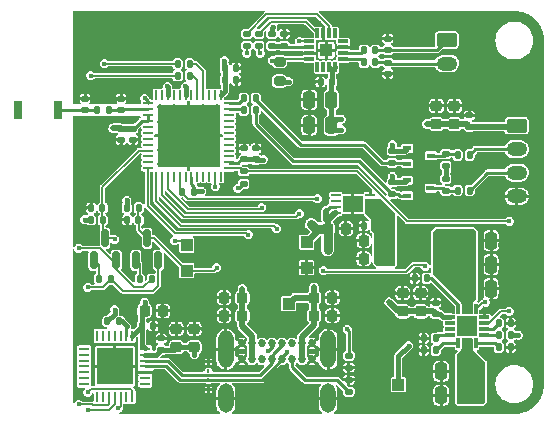
<source format=gtl>
G04 #@! TF.GenerationSoftware,KiCad,Pcbnew,(6.0.0)*
G04 #@! TF.CreationDate,2022-04-16T23:03:44-07:00*
G04 #@! TF.ProjectId,YellCube,59656c6c-4375-4626-952e-6b696361645f,rev?*
G04 #@! TF.SameCoordinates,Original*
G04 #@! TF.FileFunction,Copper,L1,Top*
G04 #@! TF.FilePolarity,Positive*
%FSLAX46Y46*%
G04 Gerber Fmt 4.6, Leading zero omitted, Abs format (unit mm)*
G04 Created by KiCad (PCBNEW (6.0.0)) date 2022-04-16 23:03:44*
%MOMM*%
%LPD*%
G01*
G04 APERTURE LIST*
G04 Aperture macros list*
%AMRoundRect*
0 Rectangle with rounded corners*
0 $1 Rounding radius*
0 $2 $3 $4 $5 $6 $7 $8 $9 X,Y pos of 4 corners*
0 Add a 4 corners polygon primitive as box body*
4,1,4,$2,$3,$4,$5,$6,$7,$8,$9,$2,$3,0*
0 Add four circle primitives for the rounded corners*
1,1,$1+$1,$2,$3*
1,1,$1+$1,$4,$5*
1,1,$1+$1,$6,$7*
1,1,$1+$1,$8,$9*
0 Add four rect primitives between the rounded corners*
20,1,$1+$1,$2,$3,$4,$5,0*
20,1,$1+$1,$4,$5,$6,$7,0*
20,1,$1+$1,$6,$7,$8,$9,0*
20,1,$1+$1,$8,$9,$2,$3,0*%
G04 Aperture macros list end*
G04 #@! TA.AperFunction,SMDPad,CuDef*
%ADD10RoundRect,0.135000X-0.185000X0.135000X-0.185000X-0.135000X0.185000X-0.135000X0.185000X0.135000X0*%
G04 #@! TD*
G04 #@! TA.AperFunction,SMDPad,CuDef*
%ADD11RoundRect,0.135000X-0.135000X-0.185000X0.135000X-0.185000X0.135000X0.185000X-0.135000X0.185000X0*%
G04 #@! TD*
G04 #@! TA.AperFunction,SMDPad,CuDef*
%ADD12RoundRect,0.225000X0.225000X0.250000X-0.225000X0.250000X-0.225000X-0.250000X0.225000X-0.250000X0*%
G04 #@! TD*
G04 #@! TA.AperFunction,SMDPad,CuDef*
%ADD13R,1.000000X1.000000*%
G04 #@! TD*
G04 #@! TA.AperFunction,SMDPad,CuDef*
%ADD14R,0.250000X0.360000*%
G04 #@! TD*
G04 #@! TA.AperFunction,SMDPad,CuDef*
%ADD15RoundRect,0.140000X0.140000X0.170000X-0.140000X0.170000X-0.140000X-0.170000X0.140000X-0.170000X0*%
G04 #@! TD*
G04 #@! TA.AperFunction,SMDPad,CuDef*
%ADD16RoundRect,0.140000X-0.170000X0.140000X-0.170000X-0.140000X0.170000X-0.140000X0.170000X0.140000X0*%
G04 #@! TD*
G04 #@! TA.AperFunction,SMDPad,CuDef*
%ADD17RoundRect,0.140000X0.170000X-0.140000X0.170000X0.140000X-0.170000X0.140000X-0.170000X-0.140000X0*%
G04 #@! TD*
G04 #@! TA.AperFunction,SMDPad,CuDef*
%ADD18RoundRect,0.225000X0.250000X-0.225000X0.250000X0.225000X-0.250000X0.225000X-0.250000X-0.225000X0*%
G04 #@! TD*
G04 #@! TA.AperFunction,SMDPad,CuDef*
%ADD19R,0.700000X0.450000*%
G04 #@! TD*
G04 #@! TA.AperFunction,SMDPad,CuDef*
%ADD20RoundRect,0.135000X0.185000X-0.135000X0.185000X0.135000X-0.185000X0.135000X-0.185000X-0.135000X0*%
G04 #@! TD*
G04 #@! TA.AperFunction,SMDPad,CuDef*
%ADD21RoundRect,0.135000X0.135000X0.185000X-0.135000X0.185000X-0.135000X-0.185000X0.135000X-0.185000X0*%
G04 #@! TD*
G04 #@! TA.AperFunction,SMDPad,CuDef*
%ADD22RoundRect,0.008100X-0.411900X-0.126900X0.411900X-0.126900X0.411900X0.126900X-0.411900X0.126900X0*%
G04 #@! TD*
G04 #@! TA.AperFunction,SMDPad,CuDef*
%ADD23RoundRect,0.008100X-0.126900X-0.411900X0.126900X-0.411900X0.126900X0.411900X-0.126900X0.411900X0*%
G04 #@! TD*
G04 #@! TA.AperFunction,SMDPad,CuDef*
%ADD24R,1.100000X1.100000*%
G04 #@! TD*
G04 #@! TA.AperFunction,SMDPad,CuDef*
%ADD25RoundRect,0.250000X0.250000X0.475000X-0.250000X0.475000X-0.250000X-0.475000X0.250000X-0.475000X0*%
G04 #@! TD*
G04 #@! TA.AperFunction,SMDPad,CuDef*
%ADD26R,0.800000X1.600000*%
G04 #@! TD*
G04 #@! TA.AperFunction,ComponentPad*
%ADD27C,0.685800*%
G04 #@! TD*
G04 #@! TA.AperFunction,ComponentPad*
%ADD28O,1.300000X3.200000*%
G04 #@! TD*
G04 #@! TA.AperFunction,ComponentPad*
%ADD29O,1.300000X2.500000*%
G04 #@! TD*
G04 #@! TA.AperFunction,SMDPad,CuDef*
%ADD30R,0.900000X0.254000*%
G04 #@! TD*
G04 #@! TA.AperFunction,SMDPad,CuDef*
%ADD31R,0.254000X0.900000*%
G04 #@! TD*
G04 #@! TA.AperFunction,SMDPad,CuDef*
%ADD32R,3.100000X3.100000*%
G04 #@! TD*
G04 #@! TA.AperFunction,SMDPad,CuDef*
%ADD33RoundRect,0.250000X-0.250000X-0.475000X0.250000X-0.475000X0.250000X0.475000X-0.250000X0.475000X0*%
G04 #@! TD*
G04 #@! TA.AperFunction,SMDPad,CuDef*
%ADD34RoundRect,0.200000X0.275000X-0.200000X0.275000X0.200000X-0.275000X0.200000X-0.275000X-0.200000X0*%
G04 #@! TD*
G04 #@! TA.AperFunction,ComponentPad*
%ADD35RoundRect,0.250000X-0.625000X0.350000X-0.625000X-0.350000X0.625000X-0.350000X0.625000X0.350000X0*%
G04 #@! TD*
G04 #@! TA.AperFunction,ComponentPad*
%ADD36O,1.750000X1.200000*%
G04 #@! TD*
G04 #@! TA.AperFunction,SMDPad,CuDef*
%ADD37RoundRect,0.147500X-0.147500X-0.172500X0.147500X-0.172500X0.147500X0.172500X-0.147500X0.172500X0*%
G04 #@! TD*
G04 #@! TA.AperFunction,SMDPad,CuDef*
%ADD38RoundRect,0.007800X0.122200X-0.422200X0.122200X0.422200X-0.122200X0.422200X-0.122200X-0.422200X0*%
G04 #@! TD*
G04 #@! TA.AperFunction,SMDPad,CuDef*
%ADD39RoundRect,0.007800X0.422200X-0.122200X0.422200X0.122200X-0.422200X0.122200X-0.422200X-0.122200X0*%
G04 #@! TD*
G04 #@! TA.AperFunction,SMDPad,CuDef*
%ADD40R,1.680000X1.680000*%
G04 #@! TD*
G04 #@! TA.AperFunction,SMDPad,CuDef*
%ADD41RoundRect,0.225000X-0.225000X-0.250000X0.225000X-0.250000X0.225000X0.250000X-0.225000X0.250000X0*%
G04 #@! TD*
G04 #@! TA.AperFunction,SMDPad,CuDef*
%ADD42RoundRect,0.062500X0.337500X0.062500X-0.337500X0.062500X-0.337500X-0.062500X0.337500X-0.062500X0*%
G04 #@! TD*
G04 #@! TA.AperFunction,SMDPad,CuDef*
%ADD43R,1.700000X1.400000*%
G04 #@! TD*
G04 #@! TA.AperFunction,SMDPad,CuDef*
%ADD44RoundRect,0.140000X-0.140000X-0.170000X0.140000X-0.170000X0.140000X0.170000X-0.140000X0.170000X0*%
G04 #@! TD*
G04 #@! TA.AperFunction,SMDPad,CuDef*
%ADD45RoundRect,0.062500X-0.337500X-0.062500X0.337500X-0.062500X0.337500X0.062500X-0.337500X0.062500X0*%
G04 #@! TD*
G04 #@! TA.AperFunction,SMDPad,CuDef*
%ADD46RoundRect,0.062500X-0.062500X-0.337500X0.062500X-0.337500X0.062500X0.337500X-0.062500X0.337500X0*%
G04 #@! TD*
G04 #@! TA.AperFunction,ComponentPad*
%ADD47C,0.500000*%
G04 #@! TD*
G04 #@! TA.AperFunction,SMDPad,CuDef*
%ADD48R,5.300000X5.300000*%
G04 #@! TD*
G04 #@! TA.AperFunction,SMDPad,CuDef*
%ADD49RoundRect,0.150000X0.150000X-0.587500X0.150000X0.587500X-0.150000X0.587500X-0.150000X-0.587500X0*%
G04 #@! TD*
G04 #@! TA.AperFunction,ViaPad*
%ADD50C,0.450000*%
G04 #@! TD*
G04 #@! TA.AperFunction,Conductor*
%ADD51C,0.293370*%
G04 #@! TD*
G04 #@! TA.AperFunction,Conductor*
%ADD52C,0.381000*%
G04 #@! TD*
G04 #@! TA.AperFunction,Conductor*
%ADD53C,0.508000*%
G04 #@! TD*
G04 #@! TA.AperFunction,Conductor*
%ADD54C,0.762000*%
G04 #@! TD*
G04 #@! TA.AperFunction,Conductor*
%ADD55C,0.254000*%
G04 #@! TD*
G04 #@! TA.AperFunction,Conductor*
%ADD56C,0.152400*%
G04 #@! TD*
G04 #@! TA.AperFunction,Conductor*
%ADD57C,0.228854*%
G04 #@! TD*
G04 APERTURE END LIST*
D10*
X147066000Y-97534000D03*
X147066000Y-98554000D03*
D11*
X152590000Y-97900000D03*
X153610000Y-97900000D03*
D12*
X146190000Y-106680000D03*
X144640000Y-106680000D03*
D13*
X138303000Y-110490000D03*
D14*
X131499999Y-115380000D03*
X131499999Y-116220000D03*
D15*
X125575000Y-103378000D03*
X124615000Y-103378000D03*
D16*
X124100000Y-95659000D03*
X124100000Y-96619000D03*
D13*
X129667000Y-107696000D03*
D10*
X151600000Y-99890000D03*
X151600000Y-100910000D03*
D17*
X146685000Y-88999000D03*
X146685000Y-88039000D03*
D18*
X147955000Y-111138000D03*
X147955000Y-109588000D03*
D10*
X134500000Y-99290000D03*
X134500000Y-100310000D03*
D17*
X127500000Y-114375000D03*
X127500000Y-113415000D03*
D19*
X148300000Y-100050000D03*
X148300000Y-101350000D03*
X150300000Y-100700000D03*
D11*
X122066000Y-94108000D03*
X123086000Y-94108000D03*
D17*
X135530000Y-98271000D03*
X135530000Y-97311000D03*
D20*
X134747000Y-88648000D03*
X134747000Y-87628000D03*
D21*
X149989000Y-108331000D03*
X148969000Y-108331000D03*
D19*
X148327000Y-97313000D03*
X148327000Y-98613000D03*
X150327000Y-97963000D03*
D15*
X145615000Y-103886000D03*
X144655000Y-103886000D03*
D22*
X140043000Y-88277000D03*
X140043000Y-88777000D03*
X140043000Y-89277000D03*
X140043000Y-89777000D03*
D23*
X140728000Y-90462000D03*
X141228000Y-90462000D03*
X141728000Y-90462000D03*
X142228000Y-90462000D03*
D22*
X142913000Y-89777000D03*
X142913000Y-89277000D03*
X142913000Y-88777000D03*
X142913000Y-88277000D03*
D23*
X142228000Y-87592000D03*
X141728000Y-87592000D03*
X141228000Y-87592000D03*
X140728000Y-87592000D03*
D24*
X141478000Y-89027000D03*
D21*
X150751000Y-113411000D03*
X149731000Y-113411000D03*
D17*
X150749000Y-111351000D03*
X150749000Y-110391000D03*
D21*
X150751000Y-114427000D03*
X149731000Y-114427000D03*
D17*
X121052000Y-94080000D03*
X121052000Y-93120000D03*
D20*
X135763000Y-88648000D03*
X135763000Y-87628000D03*
D25*
X141920000Y-95377000D03*
X140020000Y-95377000D03*
D20*
X151600000Y-98810000D03*
X151600000Y-97790000D03*
D12*
X134379000Y-111506000D03*
X132829000Y-111506000D03*
D10*
X143400000Y-114890000D03*
X143400000Y-115910000D03*
D26*
X118780186Y-94068746D03*
X115380186Y-94068746D03*
D10*
X137903500Y-87628000D03*
X137903500Y-88648000D03*
D27*
X134329949Y-113845400D03*
X135179949Y-113845400D03*
X136029949Y-113845400D03*
X136879949Y-113845400D03*
X137729950Y-113845400D03*
X138579948Y-113845400D03*
X139429949Y-113845400D03*
X140279950Y-113845400D03*
X140279950Y-115195400D03*
X139429949Y-115195400D03*
X138579948Y-115195400D03*
X137729950Y-115195400D03*
X136879949Y-115195400D03*
X136029949Y-115195400D03*
X135179949Y-115195400D03*
X134329949Y-115195400D03*
D28*
X132984948Y-114345399D03*
X141624948Y-114345399D03*
D29*
X141624948Y-118495401D03*
X132984948Y-118495401D03*
D25*
X141920000Y-93218000D03*
X140020000Y-93218000D03*
D18*
X149479000Y-111138000D03*
X149479000Y-109588000D03*
D30*
X126153000Y-117300000D03*
X126153000Y-116800000D03*
X126153000Y-116300000D03*
X126153000Y-115800000D03*
X126153000Y-115300000D03*
X126153000Y-114800000D03*
X126153000Y-114300000D03*
D31*
X125063000Y-113210000D03*
X124563000Y-113210000D03*
X124063000Y-113210000D03*
X123563000Y-113210000D03*
X123063000Y-113210000D03*
X122563000Y-113210000D03*
X122063000Y-113210000D03*
D30*
X120973000Y-114300000D03*
X120973000Y-114800000D03*
X120973000Y-115300000D03*
X120973000Y-115800000D03*
X120973000Y-116300000D03*
X120973000Y-116800000D03*
X120973000Y-117300000D03*
D31*
X122063000Y-118390000D03*
X122563000Y-118390000D03*
X123063000Y-118390000D03*
X123563000Y-118390000D03*
X124063000Y-118390000D03*
X124563000Y-118390000D03*
X125063000Y-118390000D03*
D32*
X123563000Y-115800000D03*
D11*
X125669000Y-108402500D03*
X126689000Y-108402500D03*
D33*
X153550000Y-107168000D03*
X155450000Y-107168000D03*
D12*
X146190000Y-105156000D03*
X144640000Y-105156000D03*
D18*
X150806000Y-95275000D03*
X150806000Y-93725000D03*
X128770000Y-114162000D03*
X128770000Y-112612000D03*
D17*
X134514000Y-98271000D03*
X134514000Y-97311000D03*
D34*
X137522500Y-91630000D03*
X137522500Y-89980000D03*
D33*
X153550000Y-105136000D03*
X155450000Y-105136000D03*
D12*
X134379000Y-109982000D03*
X132829000Y-109982000D03*
D35*
X151680000Y-88154000D03*
D36*
X151680000Y-90154000D03*
D11*
X128890000Y-91170000D03*
X129910000Y-91170000D03*
D37*
X144676000Y-89027000D03*
X145646000Y-89027000D03*
D35*
X157600000Y-95400000D03*
D36*
X157600000Y-97400000D03*
X157600000Y-99400000D03*
X157600000Y-101400000D03*
D38*
X152666000Y-113830000D03*
X153166000Y-113830000D03*
X153666000Y-113830000D03*
X154166000Y-113830000D03*
D39*
X154851000Y-113145000D03*
X154851000Y-112645000D03*
X154851000Y-112145000D03*
X154851000Y-111645000D03*
D38*
X154166000Y-110960000D03*
X153666000Y-110960000D03*
X153166000Y-110960000D03*
X152666000Y-110960000D03*
D39*
X151981000Y-111645000D03*
X151981000Y-112145000D03*
X151981000Y-112645000D03*
X151981000Y-113145000D03*
D40*
X153416000Y-112395000D03*
D11*
X121537000Y-103378000D03*
X122557000Y-103378000D03*
D41*
X140449000Y-111506000D03*
X141999000Y-111506000D03*
D11*
X156081000Y-112141000D03*
X157101000Y-112141000D03*
X152590000Y-100900000D03*
X153610000Y-100900000D03*
D13*
X139827000Y-105283000D03*
D16*
X146685000Y-90071000D03*
X146685000Y-91031000D03*
D11*
X156081000Y-114173000D03*
X157101000Y-114173000D03*
D42*
X145188000Y-102767000D03*
X145188000Y-102267000D03*
X145188000Y-101767000D03*
X145188000Y-101267000D03*
X142288000Y-101267000D03*
X142288000Y-101767000D03*
X142288000Y-102267000D03*
X142288000Y-102767000D03*
D43*
X143738000Y-102017000D03*
D13*
X139827000Y-107442000D03*
D20*
X136887500Y-88648000D03*
X136887500Y-87628000D03*
D37*
X144676000Y-90043000D03*
X145646000Y-90043000D03*
D11*
X124585000Y-102362000D03*
X125605000Y-102362000D03*
D10*
X147066000Y-100201000D03*
X147066000Y-101221000D03*
D41*
X141592000Y-104140000D03*
X143142000Y-104140000D03*
D11*
X129290000Y-101000000D03*
X130310000Y-101000000D03*
X128890000Y-90170000D03*
X129910000Y-90170000D03*
D25*
X153096000Y-116205000D03*
X151196000Y-116205000D03*
D44*
X132891000Y-90552000D03*
X133851000Y-90552000D03*
D15*
X122527000Y-102362000D03*
X121567000Y-102362000D03*
X141958000Y-91694000D03*
X140998000Y-91694000D03*
D18*
X130294000Y-114162000D03*
X130294000Y-112612000D03*
D17*
X153600000Y-95488000D03*
X153600000Y-94528000D03*
D14*
X131500000Y-117768000D03*
X131500000Y-116928000D03*
D11*
X122240000Y-108402500D03*
X123260000Y-108402500D03*
D13*
X147574000Y-117348000D03*
D45*
X126365000Y-93517000D03*
X126365000Y-94017000D03*
X126365000Y-94517000D03*
X126365000Y-95017000D03*
X126365000Y-95517000D03*
X126365000Y-96017000D03*
X126365000Y-96517000D03*
X126365000Y-97017000D03*
X126365000Y-97517000D03*
X126365000Y-98017000D03*
X126365000Y-98517000D03*
X126365000Y-99017000D03*
D46*
X127065000Y-99717000D03*
X127565000Y-99717000D03*
X128065000Y-99717000D03*
X128565000Y-99717000D03*
X129065000Y-99717000D03*
X129565000Y-99717000D03*
X130065000Y-99717000D03*
X130565000Y-99717000D03*
X131065000Y-99717000D03*
X131565000Y-99717000D03*
X132065000Y-99717000D03*
X132565000Y-99717000D03*
D45*
X133265000Y-99017000D03*
X133265000Y-98517000D03*
X133265000Y-98017000D03*
X133265000Y-97517000D03*
X133265000Y-97017000D03*
X133265000Y-96517000D03*
X133265000Y-96017000D03*
X133265000Y-95517000D03*
X133265000Y-95017000D03*
X133265000Y-94517000D03*
X133265000Y-94017000D03*
X133265000Y-93517000D03*
D46*
X132565000Y-92817000D03*
X132065000Y-92817000D03*
X131565000Y-92817000D03*
X131065000Y-92817000D03*
X130565000Y-92817000D03*
X130065000Y-92817000D03*
X129565000Y-92817000D03*
X129065000Y-92817000D03*
X128565000Y-92817000D03*
X128065000Y-92817000D03*
X127565000Y-92817000D03*
X127065000Y-92817000D03*
D47*
X128615000Y-96267000D03*
X127415000Y-97467000D03*
X127415000Y-95067000D03*
X132215000Y-95067000D03*
D48*
X129815000Y-96267000D03*
D47*
X127415000Y-96267000D03*
X131015000Y-95067000D03*
X131015000Y-98667000D03*
X132215000Y-97467000D03*
X128615000Y-93867000D03*
X131015000Y-96267000D03*
X129815000Y-98667000D03*
X127415000Y-93867000D03*
X128615000Y-98667000D03*
X132215000Y-93867000D03*
X128615000Y-95067000D03*
X131015000Y-93867000D03*
X127415000Y-98667000D03*
X129815000Y-96267000D03*
X132215000Y-96267000D03*
X132215000Y-98667000D03*
X129815000Y-95067000D03*
X131015000Y-97467000D03*
X129815000Y-93867000D03*
X128615000Y-97467000D03*
X129815000Y-97467000D03*
D25*
X153096000Y-118237000D03*
X151196000Y-118237000D03*
D41*
X140449000Y-109982000D03*
X141999000Y-109982000D03*
D20*
X143400000Y-117942000D03*
X143400000Y-116922000D03*
D13*
X151638000Y-105791000D03*
D44*
X125877000Y-112371000D03*
X126837000Y-112371000D03*
D17*
X124100000Y-94080000D03*
X124100000Y-93120000D03*
D11*
X134491000Y-93100000D03*
X135511000Y-93100000D03*
D44*
X132891000Y-91568000D03*
X133851000Y-91568000D03*
D18*
X152330000Y-95275000D03*
X152330000Y-93725000D03*
D13*
X129667000Y-105537000D03*
D33*
X153550000Y-109200000D03*
X155450000Y-109200000D03*
D49*
X121800000Y-106800000D03*
X123700000Y-106800000D03*
X122750000Y-104925000D03*
D11*
X134491000Y-94107000D03*
X135511000Y-94107000D03*
D16*
X125116000Y-95659000D03*
X125116000Y-96619000D03*
D21*
X157110000Y-113157000D03*
X156090000Y-113157000D03*
D41*
X126090000Y-111101000D03*
X127640000Y-111101000D03*
D49*
X125356000Y-106800000D03*
X127256000Y-106800000D03*
X126306000Y-104925000D03*
D11*
X122926000Y-111990000D03*
X123946000Y-111990000D03*
D50*
X128016000Y-92075000D03*
X123444000Y-95631000D03*
X147066000Y-99695000D03*
X133985000Y-100711000D03*
X130937000Y-100965000D03*
X136144000Y-98298000D03*
X138303000Y-91694000D03*
X126111000Y-93091000D03*
X141592000Y-105931000D03*
X124587000Y-101727000D03*
X136935341Y-87096441D03*
X141605000Y-104775000D03*
X140208000Y-103759000D03*
X147066000Y-97028000D03*
X129540000Y-92075000D03*
X121031000Y-103378000D03*
X157734000Y-113157000D03*
X132842000Y-89916000D03*
X125222000Y-94869000D03*
X141478000Y-89027000D03*
X141097000Y-97790000D03*
X142748000Y-109855000D03*
X144907000Y-96393000D03*
X153416000Y-112395000D03*
X139827000Y-94234000D03*
X138303000Y-100330000D03*
X134239000Y-96774000D03*
X159512000Y-105410000D03*
X120396000Y-96266000D03*
X127381000Y-112395000D03*
X132080000Y-109093000D03*
X159512000Y-97790000D03*
X143256000Y-86106000D03*
X148336000Y-86106000D03*
X159512000Y-95250000D03*
X138303000Y-92710000D03*
X151003000Y-119507000D03*
X137922000Y-87122000D03*
X138684000Y-89281000D03*
X134366000Y-91567000D03*
X127635000Y-110363000D03*
X145796000Y-86106000D03*
X150876000Y-86106000D03*
X136525000Y-95123000D03*
X126873000Y-113411000D03*
X124587000Y-116840000D03*
X149225000Y-114427000D03*
X148844000Y-108966000D03*
X126238000Y-106553000D03*
X156210000Y-106553000D03*
X147193000Y-109601000D03*
X159512000Y-102870000D03*
X135001000Y-117729000D03*
X135340363Y-100381979D03*
X128143000Y-119507000D03*
X156210000Y-105537000D03*
X159512000Y-90170000D03*
X131064000Y-112649000D03*
X138557000Y-117094000D03*
X153543000Y-119507000D03*
X120396000Y-86106000D03*
X143891000Y-106299000D03*
X120396000Y-101346000D03*
X153543000Y-93980000D03*
X138303000Y-119507000D03*
X125349000Y-98679000D03*
X150114000Y-110109000D03*
X121158000Y-97155000D03*
X133096000Y-86106000D03*
X136641612Y-100393863D03*
X138176000Y-102235000D03*
X146812000Y-94488000D03*
X146685000Y-91567000D03*
X133223000Y-106299000D03*
X121793000Y-93345000D03*
X150368000Y-118237000D03*
X150749000Y-92964000D03*
X140462000Y-91694000D03*
X148971000Y-107696000D03*
X120396000Y-91186000D03*
X149479000Y-117221000D03*
X131445000Y-114808000D03*
X130683000Y-119507000D03*
X143609865Y-116411707D03*
X124079000Y-97155000D03*
X130556000Y-86106000D03*
X123571000Y-93345000D03*
X159512000Y-115570000D03*
X136271000Y-97282000D03*
X136144000Y-107442000D03*
X139827000Y-92202000D03*
X138938000Y-87376000D03*
X157607000Y-112141000D03*
X121158000Y-108204000D03*
X148463000Y-119507000D03*
X143764000Y-101981000D03*
X159512000Y-110490000D03*
X135890000Y-104648000D03*
X157607000Y-114173000D03*
X129286000Y-115443000D03*
X143383000Y-119507000D03*
X153162000Y-92964000D03*
X128778000Y-109601000D03*
X124587000Y-114681000D03*
X143891000Y-103251000D03*
X124841000Y-93345000D03*
X144399000Y-109728000D03*
X141986000Y-109220000D03*
X136525000Y-92583000D03*
X159512000Y-100330000D03*
X143764000Y-90551000D03*
X144526000Y-100711000D03*
X140843000Y-86741000D03*
X159512000Y-92710000D03*
X120396000Y-88646000D03*
X139954000Y-116205000D03*
X123571000Y-101346000D03*
X120396000Y-98806000D03*
X132080000Y-111125000D03*
X122936000Y-86106000D03*
X159512000Y-107950000D03*
X149225000Y-101092000D03*
X146685000Y-87503000D03*
X156210000Y-107823000D03*
X128016000Y-86106000D03*
X128016000Y-116840000D03*
X121285000Y-94869000D03*
X128778000Y-111887000D03*
X124206000Y-94869000D03*
X138176000Y-96901000D03*
X123698000Y-91948000D03*
X150495000Y-102743000D03*
X141351000Y-100076000D03*
X146812000Y-108458000D03*
X149225000Y-113411000D03*
X123444000Y-94869000D03*
X121031000Y-102362000D03*
X120396000Y-103886000D03*
X148082000Y-96139000D03*
X142748000Y-110998000D03*
X143891000Y-105283000D03*
X124587000Y-104013000D03*
X131445000Y-118237000D03*
X136398000Y-109474000D03*
X137922000Y-98679000D03*
X153416000Y-86106000D03*
X130429000Y-117602000D03*
X143891000Y-104267000D03*
X123444000Y-98806000D03*
X130302000Y-111887000D03*
X122099749Y-90634867D03*
X135763000Y-119507000D03*
X139827000Y-96393000D03*
X132969000Y-100965000D03*
X135382000Y-85979000D03*
X156210000Y-108712000D03*
X134366000Y-90551000D03*
X131445000Y-105410000D03*
X132080000Y-112141000D03*
X156210000Y-104394000D03*
X156210000Y-109855000D03*
X125476000Y-86106000D03*
X155067000Y-110998000D03*
X141732000Y-85979000D03*
X143764000Y-88646000D03*
X149098000Y-88265000D03*
X143891000Y-107315000D03*
X128270000Y-107569000D03*
X148844000Y-104521000D03*
X125095000Y-97155000D03*
X125603000Y-119507000D03*
X149225000Y-115824000D03*
X151892000Y-92964000D03*
X149098000Y-89535000D03*
X120396000Y-94869000D03*
X149987000Y-93726000D03*
X134874000Y-115951000D03*
X149098000Y-90932000D03*
X159512000Y-113030000D03*
X132080000Y-110109000D03*
X142748000Y-112141000D03*
X120396000Y-93345000D03*
X143002000Y-100711000D03*
X132207000Y-107442000D03*
X132080000Y-100584000D03*
X123571000Y-105029000D03*
X128651000Y-105156000D03*
X146177000Y-103886000D03*
X142748000Y-95758000D03*
X152146000Y-106934000D03*
X146939000Y-106680000D03*
X152146000Y-108585000D03*
X151257000Y-107696000D03*
X151638000Y-99314000D03*
X152400000Y-104648000D03*
X142748000Y-94869000D03*
X151003000Y-104648000D03*
X151638000Y-104648000D03*
X146939000Y-105156000D03*
X149987000Y-95250000D03*
X140449000Y-109106000D03*
X146812000Y-110363000D03*
X134379000Y-109233000D03*
X126090000Y-110342000D03*
X154305000Y-118237000D03*
X148463000Y-114046000D03*
X154305000Y-116967000D03*
X154305000Y-115697000D03*
X153162000Y-115062000D03*
X130302000Y-114808000D03*
X123571000Y-110998000D03*
X143256000Y-112649000D03*
X136514627Y-114466281D03*
X138176000Y-114554000D03*
X120523000Y-118999000D03*
X120523000Y-105791000D03*
X121285000Y-109093000D03*
X121285000Y-117983000D03*
X121285000Y-119452100D03*
X121539000Y-91186000D03*
X123884247Y-119311931D03*
X122682000Y-90170000D03*
X135890000Y-89281000D03*
X136017000Y-102362000D03*
X134747000Y-89281000D03*
X134874000Y-104648000D03*
X149860000Y-107315000D03*
X154940000Y-110363000D03*
X140716000Y-101600000D03*
X141224000Y-107696000D03*
X137287000Y-104140000D03*
X136906000Y-89916000D03*
X156972000Y-111125000D03*
X156972000Y-103505000D03*
X139192000Y-102870000D03*
X139192000Y-88265000D03*
D51*
X121080000Y-94108000D02*
X121052000Y-94080000D01*
X121052000Y-94080000D02*
X118791440Y-94080000D01*
X122066000Y-94108000D02*
X121080000Y-94108000D01*
X118791440Y-94080000D02*
X118780186Y-94068746D01*
D52*
X130345000Y-100965000D02*
X130310000Y-101000000D01*
X130937000Y-100965000D02*
X130345000Y-100965000D01*
D53*
X141605000Y-104127000D02*
X141592000Y-104140000D01*
D54*
X140589000Y-104140000D02*
X140208000Y-103759000D01*
D52*
X132891000Y-91568000D02*
X132891000Y-92491000D01*
X138303000Y-91694000D02*
X137586500Y-91694000D01*
X136144000Y-98298000D02*
X135557000Y-98298000D01*
D53*
X141605000Y-103505000D02*
X141605000Y-104127000D01*
D55*
X125116000Y-95659000D02*
X125194000Y-95659000D01*
D52*
X137586500Y-91694000D02*
X137522500Y-91630000D01*
D55*
X141478000Y-103378000D02*
X141605000Y-103505000D01*
X130310000Y-101000000D02*
X130310000Y-100592000D01*
D53*
X141592000Y-104140000D02*
X140970000Y-104140000D01*
X140970000Y-104140000D02*
X139827000Y-105283000D01*
D52*
X147066000Y-97028000D02*
X147066000Y-97534000D01*
D53*
X142216000Y-102767000D02*
X141605000Y-103378000D01*
D55*
X126365000Y-95017000D02*
X126365000Y-94517000D01*
D52*
X132891000Y-90552000D02*
X132891000Y-90756000D01*
X129565000Y-92817000D02*
X129565000Y-92100000D01*
X136887500Y-87144282D02*
X136935341Y-87096441D01*
D53*
X124100000Y-95659000D02*
X125116000Y-95659000D01*
D52*
X129565000Y-92100000D02*
X129540000Y-92075000D01*
D53*
X141592000Y-104762000D02*
X141605000Y-104775000D01*
D55*
X134514000Y-98271000D02*
X134266000Y-98271000D01*
X126365000Y-93345000D02*
X126111000Y-93091000D01*
X133985000Y-100711000D02*
X134099000Y-100711000D01*
D52*
X128065000Y-92817000D02*
X128065000Y-92124000D01*
D53*
X142288000Y-102767000D02*
X142216000Y-102767000D01*
X123444000Y-95631000D02*
X124072000Y-95631000D01*
D52*
X148106000Y-97534000D02*
X148327000Y-97313000D01*
D55*
X125194000Y-95659000D02*
X125836000Y-95017000D01*
D52*
X132842000Y-89916000D02*
X132842000Y-90503000D01*
D55*
X142288000Y-102267000D02*
X141827000Y-102267000D01*
D54*
X141592000Y-104140000D02*
X140589000Y-104140000D01*
D55*
X130065000Y-100347000D02*
X130065000Y-99717000D01*
D52*
X135557000Y-98298000D02*
X135530000Y-98271000D01*
D55*
X130310000Y-100592000D02*
X130065000Y-100347000D01*
D52*
X132842000Y-90503000D02*
X132891000Y-90552000D01*
X121031000Y-103378000D02*
X121537000Y-103378000D01*
X128065000Y-92124000D02*
X128016000Y-92075000D01*
D55*
X133300000Y-98552000D02*
X133265000Y-98517000D01*
X126365000Y-93517000D02*
X126365000Y-93345000D01*
D52*
X132891000Y-92491000D02*
X132565000Y-92817000D01*
X147066000Y-100201000D02*
X148149000Y-100201000D01*
D55*
X141827000Y-102267000D02*
X141478000Y-102616000D01*
D53*
X141592000Y-104140000D02*
X141592000Y-104762000D01*
D52*
X148149000Y-100201000D02*
X148300000Y-100050000D01*
X136887500Y-87628000D02*
X136887500Y-87144282D01*
X124587000Y-102360000D02*
X124585000Y-102362000D01*
X124587000Y-101727000D02*
X124587000Y-102360000D01*
X147066000Y-99695000D02*
X147066000Y-100201000D01*
X147066000Y-97534000D02*
X148106000Y-97534000D01*
D55*
X134266000Y-98271000D02*
X133985000Y-98552000D01*
X134099000Y-100711000D02*
X134500000Y-100310000D01*
D53*
X124072000Y-95631000D02*
X124100000Y-95659000D01*
D52*
X132891000Y-90756000D02*
X132891000Y-91568000D01*
D55*
X133985000Y-98552000D02*
X133300000Y-98552000D01*
D53*
X141478000Y-102616000D02*
X141478000Y-103378000D01*
D55*
X125836000Y-95017000D02*
X126365000Y-95017000D01*
D52*
X157734000Y-113157000D02*
X157110000Y-113157000D01*
D53*
X141605000Y-103378000D02*
X141605000Y-103505000D01*
D52*
X135530000Y-98271000D02*
X134514000Y-98271000D01*
D54*
X141592000Y-104140000D02*
X141592000Y-105931000D01*
D51*
X123114000Y-94080000D02*
X123086000Y-94108000D01*
X124163000Y-94017000D02*
X124100000Y-94080000D01*
X126365000Y-94017000D02*
X124163000Y-94017000D01*
X124100000Y-94080000D02*
X123114000Y-94080000D01*
D56*
X125603000Y-103406000D02*
X125575000Y-103378000D01*
X125575000Y-103378000D02*
X125575000Y-102392000D01*
X125575000Y-102392000D02*
X125605000Y-102362000D01*
X132065000Y-100569000D02*
X132080000Y-100584000D01*
X129667000Y-107696000D02*
X126896000Y-104925000D01*
X132065000Y-99717000D02*
X132065000Y-100569000D01*
X125603000Y-104222000D02*
X125603000Y-103406000D01*
X126896000Y-104925000D02*
X126306000Y-104925000D01*
X131953000Y-107696000D02*
X129667000Y-107696000D01*
X132207000Y-107442000D02*
X131953000Y-107696000D01*
X126306000Y-104925000D02*
X125603000Y-104222000D01*
X122557000Y-103378000D02*
X122557000Y-104732000D01*
X128651000Y-105156000D02*
X129286000Y-105156000D01*
X129286000Y-105156000D02*
X129667000Y-105537000D01*
X122527000Y-102362000D02*
X122527000Y-103348000D01*
X126365000Y-97517000D02*
X125622000Y-97517000D01*
X122750000Y-104925000D02*
X123467000Y-104925000D01*
X122557000Y-104732000D02*
X122750000Y-104925000D01*
X122527000Y-100612000D02*
X122527000Y-102362000D01*
X122527000Y-103348000D02*
X122557000Y-103378000D01*
X123467000Y-104925000D02*
X123571000Y-105029000D01*
X125622000Y-97517000D02*
X122527000Y-100612000D01*
D52*
X141958000Y-90732000D02*
X142228000Y-90462000D01*
X142748000Y-95758000D02*
X142301000Y-95758000D01*
X151638000Y-99852000D02*
X151600000Y-99890000D01*
X151638000Y-99314000D02*
X151638000Y-98848000D01*
X141958000Y-90692000D02*
X141728000Y-90462000D01*
D53*
X153600000Y-95488000D02*
X157512000Y-95488000D01*
D52*
X151638000Y-99314000D02*
X151638000Y-99852000D01*
D53*
X152330000Y-95275000D02*
X153387000Y-95275000D01*
D52*
X142748000Y-94869000D02*
X142428000Y-94869000D01*
D53*
X157512000Y-95488000D02*
X157600000Y-95400000D01*
D52*
X141920000Y-91732000D02*
X141958000Y-91694000D01*
X142428000Y-94869000D02*
X141920000Y-95377000D01*
X141920000Y-93218000D02*
X141920000Y-91732000D01*
X141958000Y-91694000D02*
X141958000Y-90732000D01*
D53*
X153387000Y-95275000D02*
X153600000Y-95488000D01*
D52*
X141958000Y-91694000D02*
X141958000Y-90692000D01*
X142301000Y-95758000D02*
X141920000Y-95377000D01*
D53*
X150781000Y-95250000D02*
X150806000Y-95275000D01*
X149987000Y-95250000D02*
X150781000Y-95250000D01*
X150806000Y-95275000D02*
X152330000Y-95275000D01*
D52*
X151638000Y-98848000D02*
X151600000Y-98810000D01*
X141920000Y-95377000D02*
X141920000Y-93218000D01*
D53*
X150536000Y-111138000D02*
X150749000Y-111351000D01*
D52*
X126090000Y-111101000D02*
X126090000Y-110342000D01*
D53*
X149479000Y-111138000D02*
X150536000Y-111138000D01*
X139429949Y-113300051D02*
X140462000Y-112268000D01*
D52*
X126120080Y-114267080D02*
X126153000Y-114267080D01*
X125063000Y-113185000D02*
X125877000Y-112371000D01*
X125063000Y-113210000D02*
X125063000Y-113185000D01*
D53*
X135179949Y-115195400D02*
X135179949Y-113845400D01*
D52*
X125877000Y-112371000D02*
X125877000Y-111314000D01*
D53*
X134366000Y-112395000D02*
X134366000Y-111519000D01*
X146812000Y-110363000D02*
X147587000Y-111138000D01*
D52*
X125877000Y-111314000D02*
X126090000Y-111101000D01*
D53*
X135179949Y-113208949D02*
X134366000Y-112395000D01*
X139429949Y-115195400D02*
X139429949Y-113845400D01*
X140449000Y-109982000D02*
X138811000Y-109982000D01*
X140449000Y-109982000D02*
X140449000Y-109106000D01*
X140449000Y-111506000D02*
X140449000Y-109982000D01*
X138811000Y-109982000D02*
X138303000Y-110490000D01*
D52*
X150749000Y-111351000D02*
X151102000Y-111351000D01*
X151969000Y-111633000D02*
X151981000Y-111645000D01*
X151102000Y-111351000D02*
X151384000Y-111633000D01*
D53*
X134366000Y-111519000D02*
X134379000Y-111506000D01*
D52*
X151384000Y-111633000D02*
X151969000Y-111633000D01*
D53*
X134379000Y-109982000D02*
X134379000Y-109233000D01*
X147955000Y-111138000D02*
X149479000Y-111138000D01*
D52*
X125877000Y-114024000D02*
X126120080Y-114267080D01*
D53*
X140462000Y-112268000D02*
X140462000Y-111519000D01*
X135179949Y-113845400D02*
X135179949Y-113208949D01*
D52*
X125877000Y-112371000D02*
X125877000Y-114024000D01*
D53*
X147587000Y-111138000D02*
X147955000Y-111138000D01*
X134379000Y-111506000D02*
X134379000Y-109982000D01*
X139429949Y-113845400D02*
X139429949Y-113300051D01*
X140462000Y-111519000D02*
X140449000Y-111506000D01*
D52*
X147574000Y-117348000D02*
X147574000Y-114935000D01*
X147574000Y-114935000D02*
X148463000Y-114046000D01*
D55*
X150835000Y-88999000D02*
X151680000Y-88154000D01*
X146657000Y-89027000D02*
X146685000Y-88999000D01*
X146685000Y-88999000D02*
X150835000Y-88999000D01*
X145646000Y-89027000D02*
X146657000Y-89027000D01*
X146768000Y-90154000D02*
X151680000Y-90154000D01*
X146657000Y-90043000D02*
X146685000Y-90071000D01*
X145646000Y-90043000D02*
X146657000Y-90043000D01*
X146685000Y-90071000D02*
X146768000Y-90154000D01*
D52*
X126153000Y-114800000D02*
X127075000Y-114800000D01*
X127500000Y-114375000D02*
X128557000Y-114375000D01*
X123571000Y-111345000D02*
X122926000Y-111990000D01*
X130302000Y-114170000D02*
X130294000Y-114162000D01*
X130302000Y-114808000D02*
X130302000Y-114170000D01*
X128770000Y-114162000D02*
X130294000Y-114162000D01*
X127075000Y-114800000D02*
X127500000Y-114375000D01*
X123571000Y-110998000D02*
X123571000Y-111345000D01*
X128557000Y-114375000D02*
X128770000Y-114162000D01*
D55*
X153610000Y-97900000D02*
X154110000Y-97400000D01*
X154110000Y-97400000D02*
X157600000Y-97400000D01*
X153610000Y-100900000D02*
X155110000Y-99400000D01*
X155110000Y-99400000D02*
X157600000Y-99400000D01*
X143400000Y-114890000D02*
X143400000Y-112793000D01*
X143400000Y-112793000D02*
X143256000Y-112649000D01*
D57*
X137132305Y-115804638D02*
X137120712Y-115804638D01*
X127917039Y-115740627D02*
X126887374Y-115740627D01*
X137489187Y-115436163D02*
X137489187Y-115447756D01*
X137120712Y-115804638D02*
X136021723Y-116903627D01*
X126887374Y-115740627D02*
X126828001Y-115800000D01*
X126828001Y-115800000D02*
X126153000Y-115800000D01*
X137489187Y-115447756D02*
X137132305Y-115804638D01*
X137729950Y-115195400D02*
X137489187Y-115436163D01*
X137792950Y-114937050D02*
X138176000Y-114554000D01*
X129080039Y-116903627D02*
X127917039Y-115740627D01*
X137792950Y-115195400D02*
X137792950Y-114937050D01*
X136942949Y-114037959D02*
X136942949Y-113845400D01*
X136514627Y-114466281D02*
X136942949Y-114037959D01*
X136021723Y-116903627D02*
X129080039Y-116903627D01*
X131108662Y-116481662D02*
X131108662Y-116522373D01*
X131891338Y-116522373D02*
X131891338Y-116481662D01*
X131891338Y-116481662D02*
X131108662Y-116481662D01*
X131108662Y-116522373D02*
X129237961Y-116522373D01*
X136879949Y-115506226D02*
X135863802Y-116522373D01*
X135863802Y-116522373D02*
X131891338Y-116522373D01*
X126828001Y-115300000D02*
X126153000Y-115300000D01*
X129237961Y-116522373D02*
X128074961Y-115359373D01*
X136942949Y-114706994D02*
X137792950Y-113856993D01*
X136942949Y-115195400D02*
X136942949Y-114706994D01*
X136879949Y-115195400D02*
X136879949Y-115506226D01*
X126887374Y-115359373D02*
X126828001Y-115300000D01*
X137792950Y-113856993D02*
X137792950Y-113845400D01*
X128074961Y-115359373D02*
X126887374Y-115359373D01*
D55*
X139699481Y-116966481D02*
X138579948Y-115846948D01*
X142424481Y-116966481D02*
X139699481Y-116966481D01*
X143400000Y-117942000D02*
X142424481Y-116966481D01*
X138579948Y-115846948D02*
X138579948Y-115195400D01*
X142913000Y-89277000D02*
X144426000Y-89277000D01*
X144426000Y-89277000D02*
X144676000Y-89027000D01*
X142913000Y-89777000D02*
X144410000Y-89777000D01*
X144410000Y-89777000D02*
X144676000Y-90043000D01*
D56*
X122240000Y-107240000D02*
X121800000Y-106800000D01*
X122240000Y-108402500D02*
X122240000Y-107240000D01*
X125998500Y-109093000D02*
X126689000Y-108402500D01*
X123700000Y-107571000D02*
X125222000Y-109093000D01*
X122343758Y-105791000D02*
X123352758Y-106800000D01*
X120523000Y-105791000D02*
X122343758Y-105791000D01*
X120523000Y-118999000D02*
X121638778Y-118999000D01*
X121638778Y-118999000D02*
X121707889Y-119068111D01*
X122993889Y-119068111D02*
X123063000Y-118999000D01*
X125222000Y-109093000D02*
X125998500Y-109093000D01*
X123700000Y-106800000D02*
X123700000Y-107571000D01*
X123352758Y-106800000D02*
X123700000Y-106800000D01*
X121707889Y-119068111D02*
X122993889Y-119068111D01*
X123063000Y-118999000D02*
X123063000Y-118390000D01*
X125669000Y-108402500D02*
X125669000Y-107113000D01*
X125669000Y-107113000D02*
X125356000Y-106800000D01*
X123260000Y-108402500D02*
X124254820Y-109397320D01*
X121556111Y-117711889D02*
X124918111Y-117711889D01*
X125063000Y-117856778D02*
X125063000Y-118390000D01*
X121285000Y-117983000D02*
X121556111Y-117711889D01*
X126822680Y-109397320D02*
X127256000Y-108964000D01*
X124254820Y-109397320D02*
X126822680Y-109397320D01*
X127256000Y-108964000D02*
X127256000Y-106800000D01*
X124918111Y-117711889D02*
X125063000Y-117856778D01*
X121285000Y-109093000D02*
X122569500Y-109093000D01*
X122569500Y-109093000D02*
X123260000Y-108402500D01*
D55*
X146179000Y-98554000D02*
X147066000Y-98554000D01*
X135511000Y-93100000D02*
X135511000Y-93201629D01*
X147066000Y-98554000D02*
X148268000Y-98554000D01*
X144653000Y-97028000D02*
X146179000Y-98554000D01*
X148268000Y-98554000D02*
X148327000Y-98613000D01*
X135511000Y-93201629D02*
X139337371Y-97028000D01*
X139337371Y-97028000D02*
X144653000Y-97028000D01*
X151600000Y-97790000D02*
X152480000Y-97790000D01*
X152480000Y-97790000D02*
X152590000Y-97900000D01*
X150327000Y-97963000D02*
X151427000Y-97963000D01*
X151427000Y-97963000D02*
X151600000Y-97790000D01*
X135511000Y-95252000D02*
X138684000Y-98425000D01*
X138684000Y-98425000D02*
X144270000Y-98425000D01*
X147066000Y-101221000D02*
X147576000Y-101221000D01*
X147576000Y-101221000D02*
X147705000Y-101350000D01*
X135511000Y-94107000D02*
X135511000Y-95252000D01*
X147705000Y-101350000D02*
X148300000Y-101350000D01*
X144270000Y-98425000D02*
X147066000Y-101221000D01*
X151390000Y-100700000D02*
X151600000Y-100910000D01*
X151600000Y-100910000D02*
X152580000Y-100910000D01*
X150300000Y-100700000D02*
X151390000Y-100700000D01*
X152580000Y-100910000D02*
X152590000Y-100900000D01*
D56*
X123563000Y-118992400D02*
X123563000Y-118390000D01*
X121285000Y-119452100D02*
X123103300Y-119452100D01*
X123103300Y-119452100D02*
X123563000Y-118992400D01*
X121539000Y-91186000D02*
X128874000Y-91186000D01*
X128874000Y-91186000D02*
X128890000Y-91170000D01*
X130565000Y-91576000D02*
X130565000Y-92817000D01*
X129910000Y-91170000D02*
X130159000Y-91170000D01*
X130159000Y-91170000D02*
X130565000Y-91576000D01*
X122682000Y-90170000D02*
X128890000Y-90170000D01*
X123884247Y-119311931D02*
X124063000Y-119133178D01*
X124063000Y-119133178D02*
X124063000Y-118390000D01*
X131065000Y-90806000D02*
X131065000Y-92817000D01*
X129910000Y-90170000D02*
X130429000Y-90170000D01*
X130429000Y-90170000D02*
X131065000Y-90806000D01*
X128065000Y-100760000D02*
X128065000Y-99717000D01*
X136017000Y-102362000D02*
X135890000Y-102489000D01*
X129794000Y-102489000D02*
X128065000Y-100760000D01*
X135890000Y-102489000D02*
X129794000Y-102489000D01*
X135763000Y-89154000D02*
X135763000Y-88648000D01*
X135890000Y-89281000D02*
X135763000Y-89154000D01*
X139750000Y-86614000D02*
X140728000Y-87592000D01*
X135763000Y-87628000D02*
X136777000Y-86614000D01*
X136777000Y-86614000D02*
X139750000Y-86614000D01*
X134747000Y-89281000D02*
X134747000Y-88648000D01*
X128651000Y-104521000D02*
X126365000Y-102235000D01*
X134747000Y-104521000D02*
X128651000Y-104521000D01*
X126365000Y-102235000D02*
X126365000Y-99017000D01*
X134874000Y-104648000D02*
X134747000Y-104521000D01*
X140721797Y-85979000D02*
X141728000Y-86985203D01*
X134747000Y-87628000D02*
X136396000Y-85979000D01*
X141728000Y-86985203D02*
X141728000Y-87592000D01*
X136396000Y-85979000D02*
X140721797Y-85979000D01*
D55*
X134074000Y-93517000D02*
X134491000Y-93100000D01*
X133265000Y-93517000D02*
X134074000Y-93517000D01*
X133265000Y-94017000D02*
X134401000Y-94017000D01*
X134401000Y-94017000D02*
X134491000Y-94107000D01*
X154851000Y-113145000D02*
X156078000Y-113145000D01*
X156078000Y-113145000D02*
X156090000Y-113157000D01*
X151348000Y-113830000D02*
X150751000Y-114427000D01*
X152666000Y-113830000D02*
X151348000Y-113830000D01*
D56*
X154940000Y-110363000D02*
X154763000Y-110363000D01*
X148258092Y-107768111D02*
X148838203Y-107188000D01*
X129290000Y-101096000D02*
X129794000Y-101600000D01*
X141296111Y-107768111D02*
X148258092Y-107768111D01*
X154763000Y-110363000D02*
X154166000Y-110960000D01*
X129290000Y-101000000D02*
X129290000Y-101096000D01*
X148838203Y-107188000D02*
X149733000Y-107188000D01*
X141224000Y-107696000D02*
X141296111Y-107768111D01*
X129065000Y-99717000D02*
X129065000Y-100775000D01*
X129794000Y-101600000D02*
X140716000Y-101600000D01*
X149733000Y-107188000D02*
X149860000Y-107315000D01*
X129065000Y-100775000D02*
X129290000Y-101000000D01*
X129159000Y-103886000D02*
X127065000Y-101792000D01*
X137287000Y-104140000D02*
X137033000Y-103886000D01*
X137033000Y-103886000D02*
X129159000Y-103886000D01*
X137725500Y-89777000D02*
X140043000Y-89777000D01*
X137458500Y-89916000D02*
X137522500Y-89980000D01*
X136906000Y-89916000D02*
X137458500Y-89916000D01*
X137522500Y-89980000D02*
X137725500Y-89777000D01*
X127065000Y-101792000D02*
X127065000Y-99717000D01*
D55*
X138032500Y-88777000D02*
X140043000Y-88777000D01*
X137903500Y-88648000D02*
X138032500Y-88777000D01*
D52*
X136887500Y-88648000D02*
X137903500Y-88648000D01*
D56*
X155229041Y-112145000D02*
X156249041Y-111125000D01*
X144121000Y-99290000D02*
X148336000Y-103505000D01*
X156249041Y-111125000D02*
X156972000Y-111125000D01*
X134500000Y-99290000D02*
X144121000Y-99290000D01*
X134227000Y-99017000D02*
X134500000Y-99290000D01*
X154851000Y-112145000D02*
X155229041Y-112145000D01*
X133265000Y-99017000D02*
X134227000Y-99017000D01*
X148336000Y-103505000D02*
X156972000Y-103505000D01*
D55*
X155577000Y-112645000D02*
X156081000Y-112141000D01*
X154851000Y-112645000D02*
X155577000Y-112645000D01*
X154166000Y-113830000D02*
X155738000Y-113830000D01*
X155738000Y-113830000D02*
X156081000Y-114173000D01*
X150368000Y-108331000D02*
X152666000Y-110629000D01*
X152666000Y-110629000D02*
X152666000Y-110960000D01*
X149989000Y-108331000D02*
X150368000Y-108331000D01*
X151981000Y-113145000D02*
X151017000Y-113145000D01*
X151017000Y-113145000D02*
X150751000Y-113411000D01*
D52*
X124182000Y-111990000D02*
X124587000Y-112395000D01*
X123946000Y-111990000D02*
X124182000Y-111990000D01*
D55*
X124587000Y-112395000D02*
X124563000Y-112419000D01*
X124563000Y-112419000D02*
X124563000Y-113210000D01*
D56*
X129413000Y-103124000D02*
X127565000Y-101276000D01*
X127565000Y-101276000D02*
X127565000Y-99717000D01*
X139192000Y-102870000D02*
X138938000Y-103124000D01*
X138938000Y-103124000D02*
X129413000Y-103124000D01*
X140031000Y-88265000D02*
X140043000Y-88277000D01*
X139192000Y-88265000D02*
X140031000Y-88265000D01*
G04 #@! TA.AperFunction,Conductor*
G36*
X153856238Y-113428593D02*
G01*
X153881958Y-113473142D01*
X153883100Y-113486200D01*
X153883100Y-113800524D01*
X153883052Y-113800524D01*
X153883058Y-113800670D01*
X153882611Y-113802213D01*
X153883100Y-113807859D01*
X153883100Y-113810249D01*
X153883074Y-113810514D01*
X153883100Y-113811115D01*
X153883100Y-114268026D01*
X153892424Y-114314902D01*
X153911327Y-114343192D01*
X153924000Y-114384969D01*
X153924000Y-114427000D01*
X154917974Y-115420974D01*
X154939714Y-115467594D01*
X154940000Y-115474148D01*
X154940000Y-118713852D01*
X154922407Y-118762190D01*
X154917974Y-118767026D01*
X154708026Y-118976974D01*
X154661406Y-118998714D01*
X154654852Y-118999000D01*
X152685148Y-118999000D01*
X152636810Y-118981407D01*
X152631974Y-118976974D01*
X152549026Y-118894026D01*
X152527286Y-118847406D01*
X152527000Y-118840852D01*
X152527000Y-114839148D01*
X152544593Y-114790810D01*
X152549026Y-114785974D01*
X152908000Y-114427000D01*
X152908000Y-114384969D01*
X152920673Y-114343192D01*
X152939576Y-114314902D01*
X152948900Y-114268026D01*
X152948900Y-113859476D01*
X152948948Y-113859476D01*
X152948942Y-113859330D01*
X152949389Y-113857787D01*
X152948900Y-113852141D01*
X152948900Y-113849751D01*
X152948926Y-113849486D01*
X152948900Y-113848885D01*
X152948900Y-113486200D01*
X152966493Y-113437862D01*
X153011042Y-113412142D01*
X153024100Y-113411000D01*
X153807900Y-113411000D01*
X153856238Y-113428593D01*
G37*
G04 #@! TD.AperFunction*
G04 #@! TA.AperFunction,Conductor*
G36*
X136233290Y-85698593D02*
G01*
X136259010Y-85743142D01*
X136250077Y-85793800D01*
X136229154Y-85817037D01*
X136228338Y-85817630D01*
X136228335Y-85817633D01*
X136221942Y-85822278D01*
X136217990Y-85829123D01*
X136217624Y-85829757D01*
X136205673Y-85845331D01*
X134867929Y-87183074D01*
X134821309Y-87204814D01*
X134814755Y-87205100D01*
X134519228Y-87205100D01*
X134517021Y-87205363D01*
X134517014Y-87205363D01*
X134500852Y-87207287D01*
X134494124Y-87208087D01*
X134396107Y-87251624D01*
X134391205Y-87256535D01*
X134391203Y-87256536D01*
X134325362Y-87322493D01*
X134320335Y-87327529D01*
X134317528Y-87333879D01*
X134317527Y-87333880D01*
X134307431Y-87356717D01*
X134276969Y-87425621D01*
X134274100Y-87450228D01*
X134274100Y-87805772D01*
X134277087Y-87830876D01*
X134320624Y-87928893D01*
X134325535Y-87933795D01*
X134325536Y-87933797D01*
X134391615Y-87999760D01*
X134396529Y-88004665D01*
X134402879Y-88007472D01*
X134402880Y-88007473D01*
X134430664Y-88019756D01*
X134494621Y-88048031D01*
X134500239Y-88048686D01*
X134517066Y-88050648D01*
X134517067Y-88050648D01*
X134519228Y-88050900D01*
X134974772Y-88050900D01*
X134976979Y-88050637D01*
X134976986Y-88050637D01*
X134994270Y-88048580D01*
X134999876Y-88047913D01*
X135097893Y-88004376D01*
X135102795Y-87999465D01*
X135102797Y-87999464D01*
X135168760Y-87933385D01*
X135168761Y-87933384D01*
X135173665Y-87928471D01*
X135186244Y-87900018D01*
X135221879Y-87862924D01*
X135273022Y-87857413D01*
X135315743Y-87886066D01*
X135323746Y-87899900D01*
X135336624Y-87928893D01*
X135341535Y-87933795D01*
X135341536Y-87933797D01*
X135407615Y-87999760D01*
X135412529Y-88004665D01*
X135418879Y-88007472D01*
X135418880Y-88007473D01*
X135446664Y-88019756D01*
X135510621Y-88048031D01*
X135516239Y-88048686D01*
X135533066Y-88050648D01*
X135533067Y-88050648D01*
X135535228Y-88050900D01*
X135990772Y-88050900D01*
X135992979Y-88050637D01*
X135992986Y-88050637D01*
X136010270Y-88048580D01*
X136015876Y-88047913D01*
X136113893Y-88004376D01*
X136118795Y-87999465D01*
X136118797Y-87999464D01*
X136184760Y-87933385D01*
X136184761Y-87933384D01*
X136189665Y-87928471D01*
X136196107Y-87913901D01*
X136230743Y-87835554D01*
X136233031Y-87830379D01*
X136235900Y-87805772D01*
X136235900Y-87510244D01*
X136253493Y-87461906D01*
X136257926Y-87457070D01*
X136286226Y-87428770D01*
X136332846Y-87407030D01*
X136382533Y-87420344D01*
X136412038Y-87462481D01*
X136414600Y-87481944D01*
X136414600Y-87805772D01*
X136417587Y-87830876D01*
X136461124Y-87928893D01*
X136466035Y-87933795D01*
X136466036Y-87933797D01*
X136532115Y-87999760D01*
X136537029Y-88004665D01*
X136543379Y-88007472D01*
X136543380Y-88007473D01*
X136571164Y-88019756D01*
X136635121Y-88048031D01*
X136640739Y-88048686D01*
X136657566Y-88050648D01*
X136657567Y-88050648D01*
X136659728Y-88050900D01*
X137115272Y-88050900D01*
X137117479Y-88050637D01*
X137117486Y-88050637D01*
X137134770Y-88048580D01*
X137140376Y-88047913D01*
X137238393Y-88004376D01*
X137243295Y-87999465D01*
X137243297Y-87999464D01*
X137309260Y-87933385D01*
X137309261Y-87933384D01*
X137314165Y-87928471D01*
X137327017Y-87899401D01*
X137362651Y-87862306D01*
X137413795Y-87856795D01*
X137456516Y-87885448D01*
X137464519Y-87899282D01*
X137474727Y-87922263D01*
X137482455Y-87933507D01*
X137548402Y-87999340D01*
X137559666Y-88007052D01*
X137646072Y-88045252D01*
X137656852Y-88048190D01*
X137673642Y-88050148D01*
X137677980Y-88050400D01*
X137763241Y-88050400D01*
X137773398Y-88046703D01*
X137776500Y-88041331D01*
X137776500Y-88037141D01*
X138030500Y-88037141D01*
X138034197Y-88047298D01*
X138039569Y-88050400D01*
X138128968Y-88050400D01*
X138133410Y-88050137D01*
X138150655Y-88048085D01*
X138161415Y-88045127D01*
X138247763Y-88006773D01*
X138259007Y-87999045D01*
X138324840Y-87933098D01*
X138332552Y-87921834D01*
X138370752Y-87835428D01*
X138373690Y-87824648D01*
X138375648Y-87807858D01*
X138375900Y-87803520D01*
X138375900Y-87768259D01*
X138372203Y-87758102D01*
X138366831Y-87755000D01*
X138043759Y-87755000D01*
X138033602Y-87758697D01*
X138030500Y-87764069D01*
X138030500Y-88037141D01*
X137776500Y-88037141D01*
X137776500Y-87487741D01*
X138030500Y-87487741D01*
X138034197Y-87497898D01*
X138039569Y-87501000D01*
X138362641Y-87501000D01*
X138372798Y-87497303D01*
X138375900Y-87491931D01*
X138375900Y-87452532D01*
X138375637Y-87448090D01*
X138373585Y-87430845D01*
X138370627Y-87420085D01*
X138332273Y-87333737D01*
X138324545Y-87322493D01*
X138258598Y-87256660D01*
X138247334Y-87248948D01*
X138160928Y-87210748D01*
X138150148Y-87207810D01*
X138133358Y-87205852D01*
X138129020Y-87205600D01*
X138043759Y-87205600D01*
X138033602Y-87209297D01*
X138030500Y-87214669D01*
X138030500Y-87487741D01*
X137776500Y-87487741D01*
X137776500Y-87218859D01*
X137772803Y-87208702D01*
X137767431Y-87205600D01*
X137678032Y-87205600D01*
X137673590Y-87205863D01*
X137656345Y-87207915D01*
X137645585Y-87210873D01*
X137559237Y-87249227D01*
X137547993Y-87256955D01*
X137482160Y-87322902D01*
X137474448Y-87334166D01*
X137464532Y-87356596D01*
X137428896Y-87393692D01*
X137377753Y-87399204D01*
X137335032Y-87370551D01*
X137327028Y-87356717D01*
X137316884Y-87333880D01*
X137313876Y-87327107D01*
X137304896Y-87318143D01*
X137283115Y-87271542D01*
X137291019Y-87230781D01*
X137296539Y-87219947D01*
X137299226Y-87214674D01*
X137317952Y-87096441D01*
X137314830Y-87076726D01*
X137300152Y-86984055D01*
X137299226Y-86978208D01*
X137296539Y-86972935D01*
X137296538Y-86972931D01*
X137286097Y-86952439D01*
X137279829Y-86901383D01*
X137307845Y-86858242D01*
X137353101Y-86843100D01*
X139623956Y-86843100D01*
X139672294Y-86860693D01*
X139677130Y-86865126D01*
X140418075Y-87606071D01*
X140439815Y-87652691D01*
X140440101Y-87659245D01*
X140440101Y-87913900D01*
X140422508Y-87962238D01*
X140377959Y-87987958D01*
X140364901Y-87989100D01*
X139653826Y-87989101D01*
X139615244Y-87989101D01*
X139611630Y-87989820D01*
X139611627Y-87989820D01*
X139575545Y-87996996D01*
X139575543Y-87996997D01*
X139568281Y-87998441D01*
X139555812Y-88006773D01*
X139554610Y-88007576D01*
X139504644Y-88019803D01*
X139459656Y-87998224D01*
X139416893Y-87955461D01*
X139310233Y-87901115D01*
X139192000Y-87882389D01*
X139073767Y-87901115D01*
X138967107Y-87955461D01*
X138882461Y-88040107D01*
X138879773Y-88045383D01*
X138879772Y-88045384D01*
X138861562Y-88081123D01*
X138828115Y-88146767D01*
X138809389Y-88265000D01*
X138810315Y-88270847D01*
X138815615Y-88304308D01*
X138828115Y-88383233D01*
X138830802Y-88388507D01*
X138832631Y-88394136D01*
X138831258Y-88394582D01*
X138836692Y-88438811D01*
X138808678Y-88481954D01*
X138763418Y-88497100D01*
X138444145Y-88497100D01*
X138395807Y-88479507D01*
X138373673Y-88445008D01*
X138373413Y-88445124D01*
X138372661Y-88443430D01*
X138372660Y-88443428D01*
X138329876Y-88347107D01*
X138324965Y-88342205D01*
X138324964Y-88342203D01*
X138258885Y-88276240D01*
X138258884Y-88276239D01*
X138253971Y-88271335D01*
X138247621Y-88268528D01*
X138247620Y-88268527D01*
X138183319Y-88240100D01*
X138155879Y-88227969D01*
X138133528Y-88225363D01*
X138133434Y-88225352D01*
X138133433Y-88225352D01*
X138131272Y-88225100D01*
X137675728Y-88225100D01*
X137673521Y-88225363D01*
X137673514Y-88225363D01*
X137659423Y-88227040D01*
X137650624Y-88228087D01*
X137552607Y-88271624D01*
X137547705Y-88276535D01*
X137547703Y-88276536D01*
X137541722Y-88282528D01*
X137495120Y-88304308D01*
X137488501Y-88304600D01*
X137302405Y-88304600D01*
X137254067Y-88287007D01*
X137249278Y-88282621D01*
X137242888Y-88276243D01*
X137242887Y-88276242D01*
X137237971Y-88271335D01*
X137231621Y-88268528D01*
X137231620Y-88268527D01*
X137167319Y-88240100D01*
X137139879Y-88227969D01*
X137117528Y-88225363D01*
X137117434Y-88225352D01*
X137117433Y-88225352D01*
X137115272Y-88225100D01*
X136659728Y-88225100D01*
X136657521Y-88225363D01*
X136657514Y-88225363D01*
X136643423Y-88227040D01*
X136634624Y-88228087D01*
X136536607Y-88271624D01*
X136531705Y-88276535D01*
X136531703Y-88276536D01*
X136465740Y-88342615D01*
X136460835Y-88347529D01*
X136458028Y-88353879D01*
X136458027Y-88353880D01*
X136448257Y-88375980D01*
X136417469Y-88445621D01*
X136414600Y-88470228D01*
X136414600Y-88825772D01*
X136417587Y-88850876D01*
X136461124Y-88948893D01*
X136466035Y-88953795D01*
X136466036Y-88953797D01*
X136532112Y-89019757D01*
X136537029Y-89024665D01*
X136543379Y-89027472D01*
X136543380Y-89027473D01*
X136587765Y-89047095D01*
X136635121Y-89068031D01*
X136640739Y-89068686D01*
X136657566Y-89070648D01*
X136657567Y-89070648D01*
X136659728Y-89070900D01*
X137115272Y-89070900D01*
X137117479Y-89070637D01*
X137117486Y-89070637D01*
X137134770Y-89068580D01*
X137140376Y-89067913D01*
X137238393Y-89024376D01*
X137243295Y-89019465D01*
X137243297Y-89019464D01*
X137249278Y-89013472D01*
X137295880Y-88991692D01*
X137302499Y-88991400D01*
X137488595Y-88991400D01*
X137536933Y-89008993D01*
X137541722Y-89013379D01*
X137548112Y-89019757D01*
X137553029Y-89024665D01*
X137559379Y-89027472D01*
X137559380Y-89027473D01*
X137603765Y-89047095D01*
X137651121Y-89068031D01*
X137656739Y-89068686D01*
X137673566Y-89070648D01*
X137673567Y-89070648D01*
X137675728Y-89070900D01*
X138131272Y-89070900D01*
X138133479Y-89070637D01*
X138133486Y-89070637D01*
X138150770Y-89068580D01*
X138156376Y-89067913D01*
X138166596Y-89063374D01*
X138197119Y-89056900D01*
X139395616Y-89056900D01*
X139443954Y-89074493D01*
X139469674Y-89119042D01*
X139470256Y-89134294D01*
X139470600Y-89134294D01*
X139470600Y-89136741D01*
X139474297Y-89146898D01*
X139479669Y-89150000D01*
X140602141Y-89150000D01*
X140612298Y-89146303D01*
X140615400Y-89140931D01*
X140615400Y-89137990D01*
X140614679Y-89130669D01*
X140607532Y-89094742D01*
X140601972Y-89081317D01*
X140593894Y-89069227D01*
X140581669Y-89019261D01*
X140593896Y-88985670D01*
X140602444Y-88972877D01*
X140606559Y-88966719D01*
X140611452Y-88942119D01*
X140615179Y-88923384D01*
X140615179Y-88923380D01*
X140615900Y-88919757D01*
X140615900Y-88886741D01*
X140775600Y-88886741D01*
X140779297Y-88896898D01*
X140784669Y-88900000D01*
X141337741Y-88900000D01*
X141347898Y-88896303D01*
X141351000Y-88890931D01*
X141351000Y-88886741D01*
X141605000Y-88886741D01*
X141608697Y-88896898D01*
X141614069Y-88900000D01*
X142167141Y-88900000D01*
X142177298Y-88896303D01*
X142180400Y-88890931D01*
X142180400Y-88465684D01*
X142179679Y-88458363D01*
X142173003Y-88424802D01*
X142167442Y-88411377D01*
X142141986Y-88373280D01*
X142131720Y-88363014D01*
X142093623Y-88337558D01*
X142080198Y-88331997D01*
X142046637Y-88325321D01*
X142039316Y-88324600D01*
X141618259Y-88324600D01*
X141608102Y-88328297D01*
X141605000Y-88333669D01*
X141605000Y-88886741D01*
X141351000Y-88886741D01*
X141351000Y-88337859D01*
X141347303Y-88327702D01*
X141341931Y-88324600D01*
X140916684Y-88324600D01*
X140909363Y-88325321D01*
X140875802Y-88331997D01*
X140862377Y-88337558D01*
X140824280Y-88363014D01*
X140814014Y-88373280D01*
X140788558Y-88411377D01*
X140782997Y-88424802D01*
X140776321Y-88458363D01*
X140775600Y-88465684D01*
X140775600Y-88886741D01*
X140615900Y-88886741D01*
X140615899Y-88634244D01*
X140611702Y-88613138D01*
X140608004Y-88594545D01*
X140608003Y-88594543D01*
X140606559Y-88587281D01*
X140602444Y-88581123D01*
X140602443Y-88581120D01*
X140594197Y-88568779D01*
X140581970Y-88518813D01*
X140594197Y-88485221D01*
X140602443Y-88472880D01*
X140602444Y-88472877D01*
X140606559Y-88466719D01*
X140609883Y-88450010D01*
X140615179Y-88423384D01*
X140615179Y-88423380D01*
X140615900Y-88419757D01*
X140615899Y-88240099D01*
X140633492Y-88191763D01*
X140678040Y-88166043D01*
X140691099Y-88164900D01*
X140858835Y-88164899D01*
X140870756Y-88164899D01*
X140874370Y-88164180D01*
X140874373Y-88164180D01*
X140910455Y-88157004D01*
X140910457Y-88157003D01*
X140917719Y-88155559D01*
X140933911Y-88144739D01*
X140936670Y-88142896D01*
X140986636Y-88130669D01*
X141020227Y-88142894D01*
X141032317Y-88150972D01*
X141045742Y-88156532D01*
X141081669Y-88163679D01*
X141088007Y-88164303D01*
X141097898Y-88160703D01*
X141101000Y-88155331D01*
X141101000Y-87032859D01*
X141097303Y-87022702D01*
X141091931Y-87019600D01*
X141088990Y-87019600D01*
X141081669Y-87020321D01*
X141045742Y-87027468D01*
X141032317Y-87033028D01*
X141020227Y-87041106D01*
X140970261Y-87053331D01*
X140936670Y-87041104D01*
X140925308Y-87033512D01*
X140917719Y-87028441D01*
X140902828Y-87025479D01*
X140874384Y-87019821D01*
X140874380Y-87019821D01*
X140870757Y-87019100D01*
X140867060Y-87019100D01*
X140727865Y-87019101D01*
X140585244Y-87019101D01*
X140581630Y-87019820D01*
X140581627Y-87019820D01*
X140538281Y-87028441D01*
X140537692Y-87025479D01*
X140499181Y-87027164D01*
X140468612Y-87008616D01*
X139917630Y-86457633D01*
X139914920Y-86454778D01*
X139892958Y-86430387D01*
X139887670Y-86424514D01*
X139865053Y-86414444D01*
X139854697Y-86408821D01*
X139833936Y-86395339D01*
X139825412Y-86393989D01*
X139806587Y-86388413D01*
X139805920Y-86388116D01*
X139798697Y-86384900D01*
X139773946Y-86384900D01*
X139762182Y-86383974D01*
X139745548Y-86381339D01*
X139745546Y-86381339D01*
X139737742Y-86380103D01*
X139730110Y-86382148D01*
X139730109Y-86382148D01*
X139729401Y-86382338D01*
X139709938Y-86384900D01*
X136784980Y-86384900D01*
X136781045Y-86384797D01*
X136748252Y-86383078D01*
X136748249Y-86383078D01*
X136740361Y-86382665D01*
X136732984Y-86385497D01*
X136732982Y-86385497D01*
X136717257Y-86391533D01*
X136705945Y-86394885D01*
X136681735Y-86400031D01*
X136675338Y-86404679D01*
X136674748Y-86405107D01*
X136657498Y-86414473D01*
X136656816Y-86414735D01*
X136656815Y-86414736D01*
X136649436Y-86417568D01*
X136631940Y-86435064D01*
X136622968Y-86442728D01*
X136602942Y-86457278D01*
X136598990Y-86464123D01*
X136598624Y-86464757D01*
X136586673Y-86480331D01*
X135883929Y-87183074D01*
X135837309Y-87204814D01*
X135830755Y-87205100D01*
X135675444Y-87205100D01*
X135627106Y-87187507D01*
X135601386Y-87142958D01*
X135610319Y-87092300D01*
X135622270Y-87076726D01*
X136468870Y-86230126D01*
X136515490Y-86208386D01*
X136522044Y-86208100D01*
X140595753Y-86208100D01*
X140644091Y-86225693D01*
X140648927Y-86230126D01*
X141348044Y-86929244D01*
X141369784Y-86975864D01*
X141359995Y-87020018D01*
X141355000Y-87028670D01*
X141355000Y-88151141D01*
X141358697Y-88161298D01*
X141364069Y-88164400D01*
X141367010Y-88164400D01*
X141374331Y-88163679D01*
X141410258Y-88156532D01*
X141423683Y-88150972D01*
X141435773Y-88142894D01*
X141485739Y-88130669D01*
X141519330Y-88142896D01*
X141522089Y-88144739D01*
X141538281Y-88155559D01*
X141545546Y-88157004D01*
X141581616Y-88164179D01*
X141581620Y-88164179D01*
X141585243Y-88164900D01*
X141588940Y-88164900D01*
X141728135Y-88164899D01*
X141870756Y-88164899D01*
X141874370Y-88164180D01*
X141874373Y-88164180D01*
X141910455Y-88157004D01*
X141910457Y-88157003D01*
X141917719Y-88155559D01*
X141923877Y-88151444D01*
X141923880Y-88151443D01*
X141936221Y-88143197D01*
X141986187Y-88130970D01*
X142019779Y-88143197D01*
X142032120Y-88151443D01*
X142032123Y-88151444D01*
X142038281Y-88155559D01*
X142045546Y-88157004D01*
X142081616Y-88164179D01*
X142081620Y-88164179D01*
X142085243Y-88164900D01*
X142097185Y-88164900D01*
X142264901Y-88164899D01*
X142313237Y-88182492D01*
X142338957Y-88227040D01*
X142340100Y-88240099D01*
X142340101Y-88328297D01*
X142340101Y-88419756D01*
X142340820Y-88423370D01*
X142340820Y-88423373D01*
X142347709Y-88458012D01*
X142349441Y-88466719D01*
X142353556Y-88472877D01*
X142362104Y-88485670D01*
X142374331Y-88535636D01*
X142362106Y-88569227D01*
X142354028Y-88581317D01*
X142348468Y-88594742D01*
X142341321Y-88630669D01*
X142340697Y-88637007D01*
X142344297Y-88646898D01*
X142349669Y-88650000D01*
X143472141Y-88650000D01*
X143482298Y-88646303D01*
X143485400Y-88640931D01*
X143485400Y-88637990D01*
X143484679Y-88630669D01*
X143477532Y-88594742D01*
X143471972Y-88581317D01*
X143463894Y-88569227D01*
X143451669Y-88519261D01*
X143463896Y-88485670D01*
X143472444Y-88472877D01*
X143476559Y-88466719D01*
X143479883Y-88450010D01*
X143485179Y-88423384D01*
X143485179Y-88423380D01*
X143485900Y-88419757D01*
X143485899Y-88134244D01*
X143476559Y-88087281D01*
X143440974Y-88034026D01*
X143387719Y-87998441D01*
X143376804Y-87996270D01*
X143344384Y-87989821D01*
X143344380Y-87989821D01*
X143340757Y-87989100D01*
X143302105Y-87989100D01*
X142591100Y-87989101D01*
X142542762Y-87971508D01*
X142517042Y-87926959D01*
X142515900Y-87913901D01*
X142515900Y-87898741D01*
X146222600Y-87898741D01*
X146226297Y-87908898D01*
X146231669Y-87912000D01*
X146544741Y-87912000D01*
X146554898Y-87908303D01*
X146558000Y-87902931D01*
X146558000Y-87898741D01*
X146812000Y-87898741D01*
X146815697Y-87908898D01*
X146821069Y-87912000D01*
X147134140Y-87912000D01*
X147144297Y-87908303D01*
X147147399Y-87902931D01*
X147147399Y-87857773D01*
X147147137Y-87853356D01*
X147145033Y-87835663D01*
X147142077Y-87824908D01*
X147102966Y-87736856D01*
X147095238Y-87725612D01*
X147027972Y-87658463D01*
X147016707Y-87650750D01*
X146928605Y-87611800D01*
X146917814Y-87608858D01*
X146900608Y-87606852D01*
X146896269Y-87606600D01*
X146825259Y-87606600D01*
X146815102Y-87610297D01*
X146812000Y-87615669D01*
X146812000Y-87898741D01*
X146558000Y-87898741D01*
X146558000Y-87619860D01*
X146554303Y-87609703D01*
X146548931Y-87606601D01*
X146473773Y-87606601D01*
X146469356Y-87606863D01*
X146451663Y-87608967D01*
X146440908Y-87611923D01*
X146352856Y-87651034D01*
X146341612Y-87658762D01*
X146274463Y-87726028D01*
X146266750Y-87737293D01*
X146227800Y-87825395D01*
X146224858Y-87836186D01*
X146222852Y-87853392D01*
X146222600Y-87857731D01*
X146222600Y-87898741D01*
X142515900Y-87898741D01*
X142515899Y-87167934D01*
X142515899Y-87164244D01*
X142506559Y-87117281D01*
X142470974Y-87064026D01*
X142417719Y-87028441D01*
X142402828Y-87025479D01*
X142374384Y-87019821D01*
X142374380Y-87019821D01*
X142370757Y-87019100D01*
X142367060Y-87019100D01*
X142227865Y-87019101D01*
X142085244Y-87019101D01*
X142081628Y-87019820D01*
X142081619Y-87019821D01*
X142049098Y-87026289D01*
X141998257Y-87018463D01*
X141964341Y-86979787D01*
X141961857Y-86963994D01*
X141960157Y-86964263D01*
X141958920Y-86956455D01*
X141959334Y-86948564D01*
X141950463Y-86925453D01*
X141947118Y-86914161D01*
X141941969Y-86889938D01*
X141937323Y-86883543D01*
X141936893Y-86882951D01*
X141927527Y-86865701D01*
X141927265Y-86865019D01*
X141927264Y-86865018D01*
X141924432Y-86857639D01*
X141906936Y-86840143D01*
X141899272Y-86831171D01*
X141889367Y-86817538D01*
X141884722Y-86811145D01*
X141877243Y-86806827D01*
X141861669Y-86794876D01*
X140889427Y-85822633D01*
X140886718Y-85819779D01*
X140874779Y-85806520D01*
X140855508Y-85758826D01*
X140871403Y-85709904D01*
X140915025Y-85682644D01*
X140930662Y-85681000D01*
X157364099Y-85681000D01*
X157375862Y-85681926D01*
X157400000Y-85685749D01*
X157405846Y-85684823D01*
X157405849Y-85684823D01*
X157413590Y-85683597D01*
X157429894Y-85682808D01*
X157699095Y-85699092D01*
X157708109Y-85700187D01*
X157998360Y-85753377D01*
X158007177Y-85755550D01*
X158093881Y-85782568D01*
X158288911Y-85843342D01*
X158297391Y-85846558D01*
X158566491Y-85967670D01*
X158574527Y-85971887D01*
X158827074Y-86124557D01*
X158834533Y-86129706D01*
X159066827Y-86311697D01*
X159073624Y-86317719D01*
X159282281Y-86526376D01*
X159288303Y-86533173D01*
X159470294Y-86765467D01*
X159475443Y-86772926D01*
X159624999Y-87020321D01*
X159628112Y-87025471D01*
X159632330Y-87033509D01*
X159739461Y-87271542D01*
X159753440Y-87302603D01*
X159756658Y-87311089D01*
X159800016Y-87450228D01*
X159844450Y-87592823D01*
X159846623Y-87601640D01*
X159899813Y-87891891D01*
X159900908Y-87900905D01*
X159917192Y-88170106D01*
X159916403Y-88186410D01*
X159915177Y-88194151D01*
X159914251Y-88200000D01*
X159915177Y-88205846D01*
X159918074Y-88224137D01*
X159919000Y-88235901D01*
X159919000Y-117264099D01*
X159918074Y-117275862D01*
X159914251Y-117300000D01*
X159915177Y-117305846D01*
X159915177Y-117305849D01*
X159916403Y-117313590D01*
X159917192Y-117329894D01*
X159900908Y-117599095D01*
X159899813Y-117608109D01*
X159846623Y-117898360D01*
X159844450Y-117907177D01*
X159806532Y-118028859D01*
X159768456Y-118151052D01*
X159756660Y-118188906D01*
X159753442Y-118197391D01*
X159647411Y-118432983D01*
X159632332Y-118466488D01*
X159628113Y-118474527D01*
X159475443Y-118727074D01*
X159470294Y-118734533D01*
X159297049Y-118955663D01*
X159288303Y-118966827D01*
X159282281Y-118973624D01*
X159073624Y-119182281D01*
X159066827Y-119188303D01*
X158834533Y-119370294D01*
X158827074Y-119375443D01*
X158574529Y-119528112D01*
X158566491Y-119532330D01*
X158297391Y-119653442D01*
X158288911Y-119656658D01*
X158179905Y-119690626D01*
X158007177Y-119744450D01*
X157998360Y-119746623D01*
X157708109Y-119799813D01*
X157699095Y-119800908D01*
X157429894Y-119817192D01*
X157413590Y-119816403D01*
X157405849Y-119815177D01*
X157405846Y-119815177D01*
X157400000Y-119814251D01*
X157378300Y-119817688D01*
X157375863Y-119818074D01*
X157364099Y-119819000D01*
X142217206Y-119819000D01*
X142168868Y-119801407D01*
X142143148Y-119756858D01*
X142152081Y-119706200D01*
X142164591Y-119690072D01*
X142247695Y-119608691D01*
X142252974Y-119602219D01*
X142345941Y-119457962D01*
X142349651Y-119450488D01*
X142408345Y-119289226D01*
X142410311Y-119281099D01*
X142427051Y-119148590D01*
X142427348Y-119143869D01*
X142427348Y-118740716D01*
X150543600Y-118740716D01*
X150544062Y-118746588D01*
X150557598Y-118832051D01*
X150561211Y-118843171D01*
X150613705Y-118946196D01*
X150620584Y-118955663D01*
X150702337Y-119037416D01*
X150711804Y-119044295D01*
X150814829Y-119096789D01*
X150825949Y-119100402D01*
X150911412Y-119113938D01*
X150917284Y-119114400D01*
X151055741Y-119114400D01*
X151065898Y-119110703D01*
X151069000Y-119105331D01*
X151069000Y-119101141D01*
X151323000Y-119101141D01*
X151326697Y-119111298D01*
X151332069Y-119114400D01*
X151474716Y-119114400D01*
X151480588Y-119113938D01*
X151566051Y-119100402D01*
X151577171Y-119096789D01*
X151680196Y-119044295D01*
X151689663Y-119037416D01*
X151771416Y-118955663D01*
X151778295Y-118946196D01*
X151830789Y-118843171D01*
X151834402Y-118832051D01*
X151847938Y-118746588D01*
X151848400Y-118740716D01*
X151848400Y-118377259D01*
X151844703Y-118367102D01*
X151839331Y-118364000D01*
X151336259Y-118364000D01*
X151326102Y-118367697D01*
X151323000Y-118373069D01*
X151323000Y-119101141D01*
X151069000Y-119101141D01*
X151069000Y-118377259D01*
X151065303Y-118367102D01*
X151059931Y-118364000D01*
X150556859Y-118364000D01*
X150546702Y-118367697D01*
X150543600Y-118373069D01*
X150543600Y-118740716D01*
X142427348Y-118740716D01*
X142427348Y-118635660D01*
X142423651Y-118625503D01*
X142418279Y-118622401D01*
X140835807Y-118622401D01*
X140825650Y-118626098D01*
X140822548Y-118631470D01*
X140822548Y-119138554D01*
X140822784Y-119142764D01*
X140837068Y-119270111D01*
X140838921Y-119278271D01*
X140895357Y-119440331D01*
X140898966Y-119447865D01*
X140989905Y-119593396D01*
X140995100Y-119599952D01*
X141085328Y-119690811D01*
X141106905Y-119737507D01*
X141093419Y-119787147D01*
X141051179Y-119816505D01*
X141031969Y-119819000D01*
X133577206Y-119819000D01*
X133528868Y-119801407D01*
X133503148Y-119756858D01*
X133512081Y-119706200D01*
X133524591Y-119690072D01*
X133607695Y-119608691D01*
X133612974Y-119602219D01*
X133705941Y-119457962D01*
X133709651Y-119450488D01*
X133768345Y-119289226D01*
X133770311Y-119281099D01*
X133787051Y-119148590D01*
X133787348Y-119143869D01*
X133787348Y-118635660D01*
X133783651Y-118625503D01*
X133778279Y-118622401D01*
X132195807Y-118622401D01*
X132185650Y-118626098D01*
X132182548Y-118631470D01*
X132182548Y-119138554D01*
X132182784Y-119142764D01*
X132197068Y-119270111D01*
X132198921Y-119278271D01*
X132255357Y-119440331D01*
X132258966Y-119447865D01*
X132349905Y-119593396D01*
X132355100Y-119599952D01*
X132445328Y-119690811D01*
X132466905Y-119737507D01*
X132453419Y-119787147D01*
X132411179Y-119816505D01*
X132391969Y-119819000D01*
X124033604Y-119819000D01*
X123985266Y-119801407D01*
X123959546Y-119756858D01*
X123968479Y-119706200D01*
X124003508Y-119677834D01*
X124002480Y-119675816D01*
X124103863Y-119624159D01*
X124103864Y-119624158D01*
X124109140Y-119621470D01*
X124193786Y-119536824D01*
X124248132Y-119430164D01*
X124262458Y-119339713D01*
X124265932Y-119317778D01*
X124266858Y-119311931D01*
X124262203Y-119282543D01*
X124273410Y-119229821D01*
X124277357Y-119223743D01*
X124281662Y-119217114D01*
X124282898Y-119209310D01*
X124282899Y-119209308D01*
X124283013Y-119208585D01*
X124288587Y-119189766D01*
X124292100Y-119181875D01*
X124292100Y-119157125D01*
X124293026Y-119145361D01*
X124295661Y-119128727D01*
X124295661Y-119128725D01*
X124296897Y-119120920D01*
X124294662Y-119112578D01*
X124292100Y-119093116D01*
X124292100Y-119058903D01*
X124309693Y-119010565D01*
X124354242Y-118984845D01*
X124381971Y-118985148D01*
X124417308Y-118992177D01*
X124420943Y-118992900D01*
X124562980Y-118992900D01*
X124705056Y-118992899D01*
X124749658Y-118984028D01*
X124771221Y-118969620D01*
X124821187Y-118957393D01*
X124854779Y-118969620D01*
X124870183Y-118979913D01*
X124870184Y-118979914D01*
X124876342Y-118984028D01*
X124920943Y-118992900D01*
X125062980Y-118992900D01*
X125205056Y-118992899D01*
X125249658Y-118984028D01*
X125300234Y-118950234D01*
X125322921Y-118916281D01*
X125329913Y-118905817D01*
X125329914Y-118905816D01*
X125334028Y-118899658D01*
X125338785Y-118875745D01*
X125342179Y-118858682D01*
X125342179Y-118858681D01*
X125342900Y-118855057D01*
X125342899Y-117959316D01*
X131222600Y-117959316D01*
X131223321Y-117966637D01*
X131229997Y-118000198D01*
X131235558Y-118013623D01*
X131261014Y-118051720D01*
X131271280Y-118061986D01*
X131309377Y-118087442D01*
X131322802Y-118093003D01*
X131356363Y-118099679D01*
X131362155Y-118100249D01*
X131371898Y-118096703D01*
X131375000Y-118091331D01*
X131375000Y-118087141D01*
X131625000Y-118087141D01*
X131628697Y-118097298D01*
X131634069Y-118100400D01*
X131636316Y-118100400D01*
X131643637Y-118099679D01*
X131677198Y-118093003D01*
X131690623Y-118087442D01*
X131728720Y-118061986D01*
X131738986Y-118051720D01*
X131764442Y-118013623D01*
X131770003Y-118000198D01*
X131776679Y-117966637D01*
X131777400Y-117959316D01*
X131777400Y-117906259D01*
X131773703Y-117896102D01*
X131768331Y-117893000D01*
X131638259Y-117893000D01*
X131628102Y-117896697D01*
X131625000Y-117902069D01*
X131625000Y-118087141D01*
X131375000Y-118087141D01*
X131375000Y-117906259D01*
X131371303Y-117896102D01*
X131365931Y-117893000D01*
X131235859Y-117893000D01*
X131225702Y-117896697D01*
X131222600Y-117902069D01*
X131222600Y-117959316D01*
X125342899Y-117959316D01*
X125342899Y-117924944D01*
X125334028Y-117880342D01*
X125300234Y-117829766D01*
X125301509Y-117828914D01*
X125292200Y-117814580D01*
X125286161Y-117798845D01*
X125285465Y-117797031D01*
X125282118Y-117785736D01*
X125276969Y-117761513D01*
X125272323Y-117755118D01*
X125271893Y-117754526D01*
X125262527Y-117737276D01*
X125262266Y-117736595D01*
X125262264Y-117736592D01*
X125259432Y-117729214D01*
X125253844Y-117723626D01*
X125253843Y-117723624D01*
X125241930Y-117711711D01*
X125234269Y-117702741D01*
X125224368Y-117689114D01*
X125224367Y-117689113D01*
X125219722Y-117682720D01*
X125212878Y-117678769D01*
X125212875Y-117678766D01*
X125212241Y-117678400D01*
X125196672Y-117666452D01*
X125159961Y-117629741D01*
X131222600Y-117629741D01*
X131226297Y-117639898D01*
X131231669Y-117643000D01*
X131361741Y-117643000D01*
X131371898Y-117639303D01*
X131375000Y-117633931D01*
X131375000Y-117629741D01*
X131625000Y-117629741D01*
X131628697Y-117639898D01*
X131634069Y-117643000D01*
X131764141Y-117643000D01*
X131774298Y-117639303D01*
X131777400Y-117633931D01*
X131777400Y-117576684D01*
X131776679Y-117569363D01*
X131770003Y-117535802D01*
X131764442Y-117522377D01*
X131738986Y-117484280D01*
X131728720Y-117474014D01*
X131690623Y-117448558D01*
X131677198Y-117442997D01*
X131643637Y-117436321D01*
X131637845Y-117435751D01*
X131628102Y-117439297D01*
X131625000Y-117444669D01*
X131625000Y-117629741D01*
X131375000Y-117629741D01*
X131375000Y-117448859D01*
X131371303Y-117438702D01*
X131365931Y-117435600D01*
X131363684Y-117435600D01*
X131356363Y-117436321D01*
X131322802Y-117442997D01*
X131309377Y-117448558D01*
X131271280Y-117474014D01*
X131261014Y-117484280D01*
X131235558Y-117522377D01*
X131229997Y-117535802D01*
X131223321Y-117569363D01*
X131222600Y-117576684D01*
X131222600Y-117629741D01*
X125159961Y-117629741D01*
X125145802Y-117615582D01*
X125124062Y-117568962D01*
X125137376Y-117519275D01*
X125170199Y-117492932D01*
X125178622Y-117489443D01*
X125216720Y-117463986D01*
X125226986Y-117453720D01*
X125252442Y-117415623D01*
X125258003Y-117402198D01*
X125264679Y-117368637D01*
X125265400Y-117361316D01*
X125265400Y-117157943D01*
X125550100Y-117157943D01*
X125550101Y-117442056D01*
X125558972Y-117486658D01*
X125592766Y-117537234D01*
X125598923Y-117541348D01*
X125637183Y-117566913D01*
X125637184Y-117566914D01*
X125643342Y-117571028D01*
X125650606Y-117572473D01*
X125671776Y-117576684D01*
X125687943Y-117579900D01*
X126152937Y-117579900D01*
X126618056Y-117579899D01*
X126662658Y-117571028D01*
X126713234Y-117537234D01*
X126723434Y-117521969D01*
X126742913Y-117492817D01*
X126742914Y-117492816D01*
X126747028Y-117486658D01*
X126755900Y-117442057D01*
X126755899Y-117157944D01*
X126747028Y-117113342D01*
X126732620Y-117091779D01*
X126720393Y-117041813D01*
X126732620Y-117008221D01*
X126742913Y-116992817D01*
X126742914Y-116992816D01*
X126747028Y-116986658D01*
X126755900Y-116942057D01*
X126755899Y-116657944D01*
X126747028Y-116613342D01*
X126732319Y-116591329D01*
X126720093Y-116541367D01*
X126732320Y-116507772D01*
X126742442Y-116492623D01*
X126748003Y-116479198D01*
X126754679Y-116445637D01*
X126755249Y-116439845D01*
X126751703Y-116430102D01*
X126746331Y-116427000D01*
X125563859Y-116427000D01*
X125553702Y-116430697D01*
X125550600Y-116436069D01*
X125550600Y-116438316D01*
X125551321Y-116445637D01*
X125557997Y-116479198D01*
X125563558Y-116492623D01*
X125573680Y-116507772D01*
X125585907Y-116557738D01*
X125573682Y-116591328D01*
X125558972Y-116613342D01*
X125557527Y-116620606D01*
X125556109Y-116627737D01*
X125550100Y-116657943D01*
X125550101Y-116942056D01*
X125558972Y-116986658D01*
X125563088Y-116992818D01*
X125573380Y-117008221D01*
X125585607Y-117058187D01*
X125573380Y-117091779D01*
X125558972Y-117113342D01*
X125557527Y-117120606D01*
X125555929Y-117128642D01*
X125550100Y-117157943D01*
X125265400Y-117157943D01*
X125265400Y-115940259D01*
X125261703Y-115930102D01*
X125256331Y-115927000D01*
X121873859Y-115927000D01*
X121863702Y-115930697D01*
X121860600Y-115936069D01*
X121860600Y-117361316D01*
X121861321Y-117368637D01*
X121866151Y-117392918D01*
X121858326Y-117443759D01*
X121819652Y-117477676D01*
X121792396Y-117482789D01*
X121651100Y-117482789D01*
X121602762Y-117465196D01*
X121577042Y-117420647D01*
X121575900Y-117407589D01*
X121575899Y-117161641D01*
X121575899Y-117157944D01*
X121567028Y-117113342D01*
X121552620Y-117091779D01*
X121540393Y-117041813D01*
X121552620Y-117008221D01*
X121562913Y-116992817D01*
X121562914Y-116992816D01*
X121567028Y-116986658D01*
X121575900Y-116942057D01*
X121575899Y-116657944D01*
X121567028Y-116613342D01*
X121552620Y-116591779D01*
X121540393Y-116541813D01*
X121552620Y-116508221D01*
X121562913Y-116492817D01*
X121562914Y-116492816D01*
X121567028Y-116486658D01*
X121575900Y-116442057D01*
X121575899Y-116157944D01*
X121567028Y-116113342D01*
X121552620Y-116091779D01*
X121540393Y-116041813D01*
X121552620Y-116008221D01*
X121562913Y-115992817D01*
X121562914Y-115992815D01*
X121567028Y-115986658D01*
X121575900Y-115942057D01*
X121575899Y-115659741D01*
X121860600Y-115659741D01*
X121864297Y-115669898D01*
X121869669Y-115673000D01*
X123422741Y-115673000D01*
X123432898Y-115669303D01*
X123436000Y-115663931D01*
X123436000Y-115659741D01*
X123690000Y-115659741D01*
X123693697Y-115669898D01*
X123699069Y-115673000D01*
X125252141Y-115673000D01*
X125262298Y-115669303D01*
X125265400Y-115663931D01*
X125265400Y-114238684D01*
X125264679Y-114231363D01*
X125258003Y-114197802D01*
X125252442Y-114184377D01*
X125226986Y-114146280D01*
X125216720Y-114136014D01*
X125178623Y-114110558D01*
X125165198Y-114104997D01*
X125131637Y-114098321D01*
X125124316Y-114097600D01*
X123703259Y-114097600D01*
X123693102Y-114101297D01*
X123690000Y-114106669D01*
X123690000Y-115659741D01*
X123436000Y-115659741D01*
X123436000Y-114110859D01*
X123432303Y-114100702D01*
X123426931Y-114097600D01*
X122001684Y-114097600D01*
X121994363Y-114098321D01*
X121960802Y-114104997D01*
X121947377Y-114110558D01*
X121909280Y-114136014D01*
X121899014Y-114146280D01*
X121873558Y-114184377D01*
X121867997Y-114197802D01*
X121861321Y-114231363D01*
X121860600Y-114238684D01*
X121860600Y-115659741D01*
X121575899Y-115659741D01*
X121575899Y-115657944D01*
X121567028Y-115613342D01*
X121552620Y-115591779D01*
X121540393Y-115541813D01*
X121552620Y-115508221D01*
X121562913Y-115492817D01*
X121562914Y-115492816D01*
X121567028Y-115486658D01*
X121569443Y-115474517D01*
X121575179Y-115445682D01*
X121575179Y-115445681D01*
X121575900Y-115442057D01*
X121575899Y-115157944D01*
X121567028Y-115113342D01*
X121552620Y-115091779D01*
X121540393Y-115041813D01*
X121552620Y-115008221D01*
X121562913Y-114992817D01*
X121562914Y-114992816D01*
X121567028Y-114986658D01*
X121573855Y-114952339D01*
X121575179Y-114945682D01*
X121575179Y-114945681D01*
X121575900Y-114942057D01*
X121575899Y-114657944D01*
X121567028Y-114613342D01*
X121552620Y-114591779D01*
X121540393Y-114541813D01*
X121552620Y-114508221D01*
X121562913Y-114492817D01*
X121562914Y-114492816D01*
X121567028Y-114486658D01*
X121571081Y-114466281D01*
X121575179Y-114445682D01*
X121575179Y-114445681D01*
X121575900Y-114442057D01*
X121575899Y-114157944D01*
X121567028Y-114113342D01*
X121533234Y-114062766D01*
X121516893Y-114051847D01*
X121488817Y-114033087D01*
X121488816Y-114033086D01*
X121482658Y-114028972D01*
X121438057Y-114020100D01*
X120973063Y-114020100D01*
X120507944Y-114020101D01*
X120463342Y-114028972D01*
X120412766Y-114062766D01*
X120408652Y-114068923D01*
X120383431Y-114106669D01*
X120378972Y-114113342D01*
X120377527Y-114120606D01*
X120373021Y-114143261D01*
X120370100Y-114157943D01*
X120370101Y-114442056D01*
X120378972Y-114486658D01*
X120383088Y-114492818D01*
X120393380Y-114508221D01*
X120405607Y-114558187D01*
X120393380Y-114591779D01*
X120385284Y-114603896D01*
X120378972Y-114613342D01*
X120377527Y-114620606D01*
X120373056Y-114643085D01*
X120370100Y-114657943D01*
X120370101Y-114942056D01*
X120378972Y-114986658D01*
X120383088Y-114992818D01*
X120393380Y-115008221D01*
X120405607Y-115058187D01*
X120393380Y-115091779D01*
X120390373Y-115096280D01*
X120378972Y-115113342D01*
X120370100Y-115157943D01*
X120370101Y-115442056D01*
X120378972Y-115486658D01*
X120383088Y-115492818D01*
X120393380Y-115508221D01*
X120405607Y-115558187D01*
X120393380Y-115591779D01*
X120384885Y-115604493D01*
X120378972Y-115613342D01*
X120377527Y-115620606D01*
X120376884Y-115623841D01*
X120370100Y-115657943D01*
X120370101Y-115942056D01*
X120378972Y-115986658D01*
X120383088Y-115992818D01*
X120393380Y-116008221D01*
X120405607Y-116058187D01*
X120393380Y-116091779D01*
X120383445Y-116106648D01*
X120378972Y-116113342D01*
X120370100Y-116157943D01*
X120370101Y-116442056D01*
X120378972Y-116486658D01*
X120383088Y-116492818D01*
X120393380Y-116508221D01*
X120405607Y-116558187D01*
X120393380Y-116591779D01*
X120378972Y-116613342D01*
X120377527Y-116620606D01*
X120376109Y-116627737D01*
X120370100Y-116657943D01*
X120370101Y-116942056D01*
X120378972Y-116986658D01*
X120383088Y-116992818D01*
X120393380Y-117008221D01*
X120405607Y-117058187D01*
X120393380Y-117091779D01*
X120378972Y-117113342D01*
X120377527Y-117120606D01*
X120375929Y-117128642D01*
X120370100Y-117157943D01*
X120370101Y-117442056D01*
X120378972Y-117486658D01*
X120412766Y-117537234D01*
X120418923Y-117541348D01*
X120457183Y-117566913D01*
X120457184Y-117566914D01*
X120463342Y-117571028D01*
X120470606Y-117572473D01*
X120491776Y-117576684D01*
X120507943Y-117579900D01*
X120515940Y-117579900D01*
X120972122Y-117579899D01*
X121020459Y-117597492D01*
X121046179Y-117642040D01*
X121037246Y-117692699D01*
X121025295Y-117708273D01*
X120975461Y-117758107D01*
X120921115Y-117864767D01*
X120902389Y-117983000D01*
X120903315Y-117988847D01*
X120905110Y-118000179D01*
X120921115Y-118101233D01*
X120940496Y-118139270D01*
X120965787Y-118188906D01*
X120975461Y-118207893D01*
X121060107Y-118292539D01*
X121065383Y-118295227D01*
X121065384Y-118295228D01*
X121104731Y-118315276D01*
X121166767Y-118346885D01*
X121172614Y-118347811D01*
X121278920Y-118364648D01*
X121285000Y-118365611D01*
X121291081Y-118364648D01*
X121397386Y-118347811D01*
X121403233Y-118346885D01*
X121465269Y-118315276D01*
X121504616Y-118295228D01*
X121504617Y-118295227D01*
X121509893Y-118292539D01*
X121594539Y-118207893D01*
X121604214Y-118188906D01*
X121629504Y-118139270D01*
X121640896Y-118116912D01*
X121678517Y-118081830D01*
X121729886Y-118079138D01*
X121770968Y-118110095D01*
X121783100Y-118151052D01*
X121783101Y-118699042D01*
X121765508Y-118747380D01*
X121720959Y-118773100D01*
X121693586Y-118772621D01*
X121687475Y-118769900D01*
X121662724Y-118769900D01*
X121650960Y-118768974D01*
X121634326Y-118766339D01*
X121634324Y-118766339D01*
X121626520Y-118765103D01*
X121618888Y-118767148D01*
X121618887Y-118767148D01*
X121618179Y-118767338D01*
X121598716Y-118769900D01*
X120859480Y-118769900D01*
X120811142Y-118752307D01*
X120806306Y-118747874D01*
X120747893Y-118689461D01*
X120641233Y-118635115D01*
X120523000Y-118616389D01*
X120404767Y-118635115D01*
X120298107Y-118689461D01*
X120213461Y-118774107D01*
X120210773Y-118779383D01*
X120210772Y-118779384D01*
X120161801Y-118875495D01*
X120159115Y-118880767D01*
X120158172Y-118880287D01*
X120130052Y-118916281D01*
X120079736Y-118926977D01*
X120034317Y-118902829D01*
X120015000Y-118852509D01*
X120015000Y-112744943D01*
X121783100Y-112744943D01*
X121783101Y-113675056D01*
X121791972Y-113719658D01*
X121825766Y-113770234D01*
X121831923Y-113774348D01*
X121870183Y-113799913D01*
X121870184Y-113799914D01*
X121876342Y-113804028D01*
X121920943Y-113812900D01*
X122062980Y-113812900D01*
X122205056Y-113812899D01*
X122249658Y-113804028D01*
X122271221Y-113789620D01*
X122321187Y-113777393D01*
X122354779Y-113789620D01*
X122370183Y-113799913D01*
X122370184Y-113799914D01*
X122376342Y-113804028D01*
X122420943Y-113812900D01*
X122562980Y-113812900D01*
X122705056Y-113812899D01*
X122749658Y-113804028D01*
X122771221Y-113789620D01*
X122821187Y-113777393D01*
X122854779Y-113789620D01*
X122870183Y-113799913D01*
X122870184Y-113799914D01*
X122876342Y-113804028D01*
X122920943Y-113812900D01*
X123062980Y-113812900D01*
X123205056Y-113812899D01*
X123249658Y-113804028D01*
X123271221Y-113789620D01*
X123321187Y-113777393D01*
X123354779Y-113789620D01*
X123370183Y-113799913D01*
X123370184Y-113799914D01*
X123376342Y-113804028D01*
X123420943Y-113812900D01*
X123562980Y-113812900D01*
X123705056Y-113812899D01*
X123749658Y-113804028D01*
X123771221Y-113789620D01*
X123821187Y-113777393D01*
X123854779Y-113789620D01*
X123870183Y-113799913D01*
X123870184Y-113799914D01*
X123876342Y-113804028D01*
X123920943Y-113812900D01*
X124062980Y-113812900D01*
X124205056Y-113812899D01*
X124249658Y-113804028D01*
X124271221Y-113789620D01*
X124321187Y-113777393D01*
X124354779Y-113789620D01*
X124370183Y-113799913D01*
X124370184Y-113799914D01*
X124376342Y-113804028D01*
X124420943Y-113812900D01*
X124562980Y-113812900D01*
X124705056Y-113812899D01*
X124749658Y-113804028D01*
X124771221Y-113789620D01*
X124821187Y-113777393D01*
X124854779Y-113789620D01*
X124870183Y-113799913D01*
X124870184Y-113799914D01*
X124876342Y-113804028D01*
X124920943Y-113812900D01*
X125062980Y-113812900D01*
X125205056Y-113812899D01*
X125249658Y-113804028D01*
X125300234Y-113770234D01*
X125312645Y-113751660D01*
X125329913Y-113725817D01*
X125329914Y-113725816D01*
X125334028Y-113719658D01*
X125337915Y-113700116D01*
X125342179Y-113678682D01*
X125342179Y-113678681D01*
X125342900Y-113675057D01*
X125342900Y-113432147D01*
X125352975Y-113394547D01*
X125353251Y-113394070D01*
X125366988Y-113370276D01*
X125378939Y-113354702D01*
X125405226Y-113328415D01*
X125451846Y-113306675D01*
X125501533Y-113319989D01*
X125531038Y-113362126D01*
X125533600Y-113381589D01*
X125533600Y-114005730D01*
X125533314Y-114012284D01*
X125530636Y-114042898D01*
X125529630Y-114054391D01*
X125531333Y-114060747D01*
X125540573Y-114095235D01*
X125541992Y-114101637D01*
X125549194Y-114142477D01*
X125549785Y-114157943D01*
X125550100Y-114157943D01*
X125550101Y-114442056D01*
X125558972Y-114486658D01*
X125563088Y-114492818D01*
X125573380Y-114508221D01*
X125585607Y-114558187D01*
X125573380Y-114591779D01*
X125565284Y-114603896D01*
X125558972Y-114613342D01*
X125557527Y-114620606D01*
X125553056Y-114643085D01*
X125550100Y-114657943D01*
X125550101Y-114942056D01*
X125558972Y-114986658D01*
X125563088Y-114992818D01*
X125573380Y-115008221D01*
X125585607Y-115058187D01*
X125573380Y-115091779D01*
X125570373Y-115096280D01*
X125558972Y-115113342D01*
X125550100Y-115157943D01*
X125550101Y-115442056D01*
X125558972Y-115486658D01*
X125563088Y-115492818D01*
X125573380Y-115508221D01*
X125585607Y-115558187D01*
X125573380Y-115591779D01*
X125564885Y-115604493D01*
X125558972Y-115613342D01*
X125557527Y-115620606D01*
X125556884Y-115623841D01*
X125550100Y-115657943D01*
X125550101Y-115942056D01*
X125558972Y-115986658D01*
X125573681Y-116008671D01*
X125585907Y-116058633D01*
X125573680Y-116092228D01*
X125563558Y-116107377D01*
X125557997Y-116120802D01*
X125551321Y-116154363D01*
X125550751Y-116160155D01*
X125554297Y-116169898D01*
X125559669Y-116173000D01*
X126742141Y-116173000D01*
X126752298Y-116169303D01*
X126755400Y-116163931D01*
X126755400Y-116161681D01*
X126754613Y-116153688D01*
X126767385Y-116103859D01*
X126809198Y-116073897D01*
X126824293Y-116071826D01*
X126828001Y-116072564D01*
X126835265Y-116071119D01*
X126835723Y-116071028D01*
X126854329Y-116067327D01*
X126932307Y-116051816D01*
X126978986Y-116020626D01*
X127020763Y-116007954D01*
X127775161Y-116007954D01*
X127823499Y-116025547D01*
X127828335Y-116029980D01*
X128867151Y-117068796D01*
X128876504Y-117080191D01*
X128887307Y-117096359D01*
X128923596Y-117120606D01*
X128936814Y-117129438D01*
X128969574Y-117151328D01*
X128969575Y-117151329D01*
X128975733Y-117155443D01*
X129080039Y-117176191D01*
X129087303Y-117174746D01*
X129087304Y-117174746D01*
X129099103Y-117172399D01*
X129113774Y-117170954D01*
X131192980Y-117170954D01*
X131241318Y-117188547D01*
X131255504Y-117204373D01*
X131264766Y-117218234D01*
X131270923Y-117222348D01*
X131309183Y-117247913D01*
X131309184Y-117247914D01*
X131315342Y-117252028D01*
X131359943Y-117260900D01*
X131499981Y-117260900D01*
X131640056Y-117260899D01*
X131684658Y-117252028D01*
X131735234Y-117218234D01*
X131744495Y-117204375D01*
X131785976Y-117173959D01*
X131807020Y-117170954D01*
X132393556Y-117170954D01*
X132441894Y-117188547D01*
X132467614Y-117233096D01*
X132458681Y-117283754D01*
X132446171Y-117299882D01*
X132362201Y-117382111D01*
X132356922Y-117388583D01*
X132263955Y-117532840D01*
X132260245Y-117540314D01*
X132201551Y-117701576D01*
X132199585Y-117709703D01*
X132182845Y-117842212D01*
X132182548Y-117846933D01*
X132182548Y-118355142D01*
X132186245Y-118365299D01*
X132191617Y-118368401D01*
X133774089Y-118368401D01*
X133784246Y-118364704D01*
X133787348Y-118359332D01*
X133787348Y-117852248D01*
X133787112Y-117848038D01*
X133772828Y-117720691D01*
X133770975Y-117712531D01*
X133714539Y-117550471D01*
X133710930Y-117542937D01*
X133619991Y-117397406D01*
X133614796Y-117390850D01*
X133523726Y-117299143D01*
X133502149Y-117252447D01*
X133515636Y-117202807D01*
X133557875Y-117173449D01*
X133577085Y-117170954D01*
X135987988Y-117170954D01*
X136002659Y-117172399D01*
X136014458Y-117174746D01*
X136014459Y-117174746D01*
X136021723Y-117176191D01*
X136028987Y-117174746D01*
X136040787Y-117172399D01*
X136048051Y-117170954D01*
X136053928Y-117169785D01*
X136118766Y-117156888D01*
X136118767Y-117156887D01*
X136126029Y-117155443D01*
X136206225Y-117101858D01*
X136208301Y-117100471D01*
X136214455Y-117096359D01*
X136225258Y-117080191D01*
X136234611Y-117068796D01*
X137262537Y-116040870D01*
X137273932Y-116031517D01*
X137288779Y-116021597D01*
X137325037Y-115997370D01*
X137335840Y-115981202D01*
X137345193Y-115969807D01*
X137602991Y-115712009D01*
X137649611Y-115690269D01*
X137657543Y-115689996D01*
X137786500Y-115692359D01*
X137786502Y-115692359D01*
X137791862Y-115692457D01*
X137797033Y-115691047D01*
X137797035Y-115691047D01*
X137897267Y-115663720D01*
X137928881Y-115655101D01*
X137936398Y-115650486D01*
X138045343Y-115583594D01*
X138045344Y-115583594D01*
X138049908Y-115580791D01*
X138053500Y-115576823D01*
X138053502Y-115576821D01*
X138098997Y-115526558D01*
X138144479Y-115502528D01*
X138194767Y-115513354D01*
X138212313Y-115528633D01*
X138246083Y-115568807D01*
X138250542Y-115571775D01*
X138250543Y-115571776D01*
X138266518Y-115582410D01*
X138297007Y-115623841D01*
X138300048Y-115645009D01*
X138300048Y-115796383D01*
X138299698Y-115801145D01*
X138298254Y-115805351D01*
X138298514Y-115812286D01*
X138298514Y-115812289D01*
X138299995Y-115851723D01*
X138300048Y-115854544D01*
X138300048Y-115872979D01*
X138300682Y-115876384D01*
X138300896Y-115878702D01*
X138301161Y-115882791D01*
X138301811Y-115900088D01*
X138302166Y-115909549D01*
X138304906Y-115915927D01*
X138304907Y-115915931D01*
X138307146Y-115921142D01*
X138311980Y-115937054D01*
X138313018Y-115942629D01*
X138313021Y-115942636D01*
X138314291Y-115949456D01*
X138317933Y-115955364D01*
X138317934Y-115955367D01*
X138327964Y-115971639D01*
X138333041Y-115981411D01*
X138343327Y-116005352D01*
X138347067Y-116009905D01*
X138352535Y-116015373D01*
X138363375Y-116029085D01*
X138369005Y-116038219D01*
X138374532Y-116042422D01*
X138374533Y-116042423D01*
X138391565Y-116055374D01*
X138399221Y-116062059D01*
X139465804Y-117128642D01*
X139468927Y-117132260D01*
X139470880Y-117136255D01*
X139475969Y-117140976D01*
X139475970Y-117140977D01*
X139504915Y-117167827D01*
X139506947Y-117169785D01*
X139519969Y-117182807D01*
X139522825Y-117184767D01*
X139524609Y-117186249D01*
X139527682Y-117188947D01*
X139547325Y-117207168D01*
X139553770Y-117209739D01*
X139553771Y-117209740D01*
X139559043Y-117211843D01*
X139573713Y-117219676D01*
X139584117Y-117226813D01*
X139590875Y-117228417D01*
X139590876Y-117228417D01*
X139609466Y-117232828D01*
X139619964Y-117236147D01*
X139644173Y-117245806D01*
X139650037Y-117246381D01*
X139657774Y-117246381D01*
X139675137Y-117248413D01*
X139685571Y-117250889D01*
X139692449Y-117249953D01*
X139692450Y-117249953D01*
X139713650Y-117247068D01*
X139723790Y-117246381D01*
X140956532Y-117246381D01*
X141004870Y-117263974D01*
X141030590Y-117308523D01*
X141021657Y-117359181D01*
X141009147Y-117375309D01*
X141002202Y-117382111D01*
X140996922Y-117388583D01*
X140903955Y-117532840D01*
X140900245Y-117540314D01*
X140841551Y-117701576D01*
X140839585Y-117709703D01*
X140822845Y-117842212D01*
X140822548Y-117846933D01*
X140822548Y-118355142D01*
X140826245Y-118365299D01*
X140831617Y-118368401D01*
X142414089Y-118368401D01*
X142424246Y-118364704D01*
X142427348Y-118359332D01*
X142427348Y-117852248D01*
X142427112Y-117848038D01*
X142412828Y-117720691D01*
X142410975Y-117712531D01*
X142354539Y-117550471D01*
X142350930Y-117542937D01*
X142277306Y-117425115D01*
X142266611Y-117374799D01*
X142290760Y-117329381D01*
X142338455Y-117310111D01*
X142387377Y-117326007D01*
X142394252Y-117332090D01*
X142659653Y-117597492D01*
X142905074Y-117842913D01*
X142926814Y-117889533D01*
X142927100Y-117896087D01*
X142927100Y-118119772D01*
X142930087Y-118144876D01*
X142973624Y-118242893D01*
X142978535Y-118247795D01*
X142978536Y-118247797D01*
X143044615Y-118313760D01*
X143049529Y-118318665D01*
X143055879Y-118321472D01*
X143055880Y-118321473D01*
X143107284Y-118344198D01*
X143147621Y-118362031D01*
X143153239Y-118362686D01*
X143170066Y-118364648D01*
X143170067Y-118364648D01*
X143172228Y-118364900D01*
X143627772Y-118364900D01*
X143629979Y-118364637D01*
X143629986Y-118364637D01*
X143647270Y-118362580D01*
X143652876Y-118361913D01*
X143750893Y-118318376D01*
X143755795Y-118313465D01*
X143755797Y-118313464D01*
X143821760Y-118247385D01*
X143821761Y-118247384D01*
X143826665Y-118242471D01*
X143840100Y-118212083D01*
X143867743Y-118149554D01*
X143870031Y-118144379D01*
X143872900Y-118119772D01*
X143872900Y-118096741D01*
X150543600Y-118096741D01*
X150547297Y-118106898D01*
X150552669Y-118110000D01*
X151055741Y-118110000D01*
X151065898Y-118106303D01*
X151069000Y-118100931D01*
X151069000Y-118096741D01*
X151323000Y-118096741D01*
X151326697Y-118106898D01*
X151332069Y-118110000D01*
X151835141Y-118110000D01*
X151845298Y-118106303D01*
X151848400Y-118100931D01*
X151848400Y-117733284D01*
X151847938Y-117727412D01*
X151834402Y-117641949D01*
X151830789Y-117630829D01*
X151778295Y-117527804D01*
X151771416Y-117518337D01*
X151689663Y-117436584D01*
X151680196Y-117429705D01*
X151577171Y-117377211D01*
X151566051Y-117373598D01*
X151480588Y-117360062D01*
X151474716Y-117359600D01*
X151336259Y-117359600D01*
X151326102Y-117363297D01*
X151323000Y-117368669D01*
X151323000Y-118096741D01*
X151069000Y-118096741D01*
X151069000Y-117372859D01*
X151065303Y-117362702D01*
X151059931Y-117359600D01*
X150917284Y-117359600D01*
X150911412Y-117360062D01*
X150825949Y-117373598D01*
X150814829Y-117377211D01*
X150711804Y-117429705D01*
X150702337Y-117436584D01*
X150620584Y-117518337D01*
X150613705Y-117527804D01*
X150561211Y-117630829D01*
X150557598Y-117641949D01*
X150544062Y-117727412D01*
X150543600Y-117733284D01*
X150543600Y-118096741D01*
X143872900Y-118096741D01*
X143872900Y-117764228D01*
X143869913Y-117739124D01*
X143826376Y-117641107D01*
X143821465Y-117636205D01*
X143821464Y-117636203D01*
X143755385Y-117570240D01*
X143755384Y-117570239D01*
X143750471Y-117565335D01*
X143744121Y-117562528D01*
X143744120Y-117562527D01*
X143672981Y-117531077D01*
X143652379Y-117521969D01*
X143643375Y-117520919D01*
X143629934Y-117519352D01*
X143629933Y-117519352D01*
X143627772Y-117519100D01*
X143404086Y-117519100D01*
X143355748Y-117501507D01*
X143350912Y-117497074D01*
X143283118Y-117429280D01*
X143261378Y-117382660D01*
X143271166Y-117338507D01*
X143273000Y-117335330D01*
X143273000Y-117331141D01*
X143527000Y-117331141D01*
X143530697Y-117341298D01*
X143536069Y-117344400D01*
X143625468Y-117344400D01*
X143629910Y-117344137D01*
X143647155Y-117342085D01*
X143657915Y-117339127D01*
X143744263Y-117300773D01*
X143755507Y-117293045D01*
X143821340Y-117227098D01*
X143829052Y-117215834D01*
X143867252Y-117129428D01*
X143870190Y-117118648D01*
X143872148Y-117101858D01*
X143872400Y-117097520D01*
X143872400Y-117062259D01*
X143868703Y-117052102D01*
X143863331Y-117049000D01*
X143540259Y-117049000D01*
X143530102Y-117052697D01*
X143527000Y-117058069D01*
X143527000Y-117331141D01*
X143273000Y-117331141D01*
X143273000Y-117062259D01*
X143269303Y-117052102D01*
X143263931Y-117049000D01*
X142933986Y-117049000D01*
X142885648Y-117031407D01*
X142880812Y-117026974D01*
X142686781Y-116832943D01*
X146921100Y-116832943D01*
X146921101Y-117863056D01*
X146929972Y-117907658D01*
X146963766Y-117958234D01*
X146969923Y-117962348D01*
X147008183Y-117987913D01*
X147008184Y-117987914D01*
X147014342Y-117992028D01*
X147058943Y-118000900D01*
X147573930Y-118000900D01*
X148089056Y-118000899D01*
X148133658Y-117992028D01*
X148184234Y-117958234D01*
X148218028Y-117907658D01*
X148226900Y-117863057D01*
X148226899Y-116832944D01*
X148218028Y-116788342D01*
X148184234Y-116737766D01*
X148165655Y-116725352D01*
X148140758Y-116708716D01*
X150543600Y-116708716D01*
X150544062Y-116714588D01*
X150557598Y-116800051D01*
X150561211Y-116811171D01*
X150613705Y-116914196D01*
X150620584Y-116923663D01*
X150702337Y-117005416D01*
X150711804Y-117012295D01*
X150814829Y-117064789D01*
X150825949Y-117068402D01*
X150911412Y-117081938D01*
X150917284Y-117082400D01*
X151055741Y-117082400D01*
X151065898Y-117078703D01*
X151069000Y-117073331D01*
X151069000Y-117069141D01*
X151323000Y-117069141D01*
X151326697Y-117079298D01*
X151332069Y-117082400D01*
X151474716Y-117082400D01*
X151480588Y-117081938D01*
X151566051Y-117068402D01*
X151577171Y-117064789D01*
X151680196Y-117012295D01*
X151689663Y-117005416D01*
X151771416Y-116923663D01*
X151778295Y-116914196D01*
X151830789Y-116811171D01*
X151834402Y-116800051D01*
X151847938Y-116714588D01*
X151848400Y-116708716D01*
X151848400Y-116345259D01*
X151844703Y-116335102D01*
X151839331Y-116332000D01*
X151336259Y-116332000D01*
X151326102Y-116335697D01*
X151323000Y-116341069D01*
X151323000Y-117069141D01*
X151069000Y-117069141D01*
X151069000Y-116345259D01*
X151065303Y-116335102D01*
X151059931Y-116332000D01*
X150556859Y-116332000D01*
X150546702Y-116335697D01*
X150543600Y-116341069D01*
X150543600Y-116708716D01*
X148140758Y-116708716D01*
X148139817Y-116708087D01*
X148139816Y-116708086D01*
X148133658Y-116703972D01*
X148089057Y-116695100D01*
X147992600Y-116695100D01*
X147944262Y-116677507D01*
X147918542Y-116632958D01*
X147917400Y-116619900D01*
X147917400Y-116064741D01*
X150543600Y-116064741D01*
X150547297Y-116074898D01*
X150552669Y-116078000D01*
X151055741Y-116078000D01*
X151065898Y-116074303D01*
X151069000Y-116068931D01*
X151069000Y-116064741D01*
X151323000Y-116064741D01*
X151326697Y-116074898D01*
X151332069Y-116078000D01*
X151835141Y-116078000D01*
X151845298Y-116074303D01*
X151848400Y-116068931D01*
X151848400Y-115701284D01*
X151847938Y-115695412D01*
X151834402Y-115609949D01*
X151830789Y-115598829D01*
X151778295Y-115495804D01*
X151771416Y-115486337D01*
X151689663Y-115404584D01*
X151680196Y-115397705D01*
X151577171Y-115345211D01*
X151566051Y-115341598D01*
X151480588Y-115328062D01*
X151474716Y-115327600D01*
X151336259Y-115327600D01*
X151326102Y-115331297D01*
X151323000Y-115336669D01*
X151323000Y-116064741D01*
X151069000Y-116064741D01*
X151069000Y-115340859D01*
X151065303Y-115330702D01*
X151059931Y-115327600D01*
X150917284Y-115327600D01*
X150911412Y-115328062D01*
X150825949Y-115341598D01*
X150814829Y-115345211D01*
X150711804Y-115397705D01*
X150702337Y-115404584D01*
X150620584Y-115486337D01*
X150613705Y-115495804D01*
X150561211Y-115598829D01*
X150557598Y-115609949D01*
X150544062Y-115695412D01*
X150543600Y-115701284D01*
X150543600Y-116064741D01*
X147917400Y-116064741D01*
X147917400Y-115108389D01*
X147934993Y-115060051D01*
X147939426Y-115055215D01*
X148342175Y-114652466D01*
X149308600Y-114652466D01*
X149308863Y-114656910D01*
X149310915Y-114674155D01*
X149313873Y-114684915D01*
X149352227Y-114771263D01*
X149359955Y-114782507D01*
X149425902Y-114848340D01*
X149437166Y-114856052D01*
X149523572Y-114894252D01*
X149534352Y-114897190D01*
X149551142Y-114899148D01*
X149555480Y-114899400D01*
X149590741Y-114899400D01*
X149600898Y-114895703D01*
X149604000Y-114890331D01*
X149604000Y-114886141D01*
X149858000Y-114886141D01*
X149861697Y-114896298D01*
X149867069Y-114899400D01*
X149906468Y-114899400D01*
X149910910Y-114899137D01*
X149928155Y-114897085D01*
X149938915Y-114894127D01*
X150025263Y-114855773D01*
X150036507Y-114848045D01*
X150102340Y-114782098D01*
X150110052Y-114770834D01*
X150148252Y-114684428D01*
X150151190Y-114673648D01*
X150153148Y-114656858D01*
X150153400Y-114652520D01*
X150153400Y-114567259D01*
X150149703Y-114557102D01*
X150144331Y-114554000D01*
X149871259Y-114554000D01*
X149861102Y-114557697D01*
X149858000Y-114563069D01*
X149858000Y-114886141D01*
X149604000Y-114886141D01*
X149604000Y-114567259D01*
X149600303Y-114557102D01*
X149594931Y-114554000D01*
X149321859Y-114554000D01*
X149311702Y-114557697D01*
X149308600Y-114563069D01*
X149308600Y-114652466D01*
X148342175Y-114652466D01*
X148579992Y-114414649D01*
X148599026Y-114400819D01*
X148682616Y-114358228D01*
X148682617Y-114358227D01*
X148687893Y-114355539D01*
X148756691Y-114286741D01*
X149308600Y-114286741D01*
X149312297Y-114296898D01*
X149317669Y-114300000D01*
X149590741Y-114300000D01*
X149600898Y-114296303D01*
X149604000Y-114290931D01*
X149604000Y-114286741D01*
X149858000Y-114286741D01*
X149861697Y-114296898D01*
X149867069Y-114300000D01*
X150140141Y-114300000D01*
X150150298Y-114296303D01*
X150153400Y-114290931D01*
X150153400Y-114201532D01*
X150153137Y-114197090D01*
X150151085Y-114179845D01*
X150148127Y-114169085D01*
X150109773Y-114082737D01*
X150102045Y-114071493D01*
X150036098Y-114005660D01*
X150024834Y-113997948D01*
X150001787Y-113987759D01*
X149964690Y-113952123D01*
X149959179Y-113900979D01*
X149987832Y-113858258D01*
X150001665Y-113850255D01*
X150025264Y-113839772D01*
X150036507Y-113832045D01*
X150102340Y-113766098D01*
X150110052Y-113754834D01*
X150148252Y-113668428D01*
X150151190Y-113657648D01*
X150153148Y-113640858D01*
X150153400Y-113636520D01*
X150153400Y-113551259D01*
X150149703Y-113541102D01*
X150144331Y-113538000D01*
X149871259Y-113538000D01*
X149861102Y-113541697D01*
X149858000Y-113547069D01*
X149858000Y-113870140D01*
X149866886Y-113894554D01*
X149866886Y-113945994D01*
X149861346Y-113957874D01*
X149858000Y-113963669D01*
X149858000Y-114286741D01*
X149604000Y-114286741D01*
X149604000Y-113967860D01*
X149595114Y-113943446D01*
X149595114Y-113892006D01*
X149600654Y-113880126D01*
X149604000Y-113874331D01*
X149604000Y-113551259D01*
X149600303Y-113541102D01*
X149594931Y-113538000D01*
X149321859Y-113538000D01*
X149311702Y-113541697D01*
X149308600Y-113547069D01*
X149308600Y-113636468D01*
X149308863Y-113640910D01*
X149310915Y-113658155D01*
X149313873Y-113668915D01*
X149352227Y-113755263D01*
X149359955Y-113766507D01*
X149425902Y-113832340D01*
X149437166Y-113840052D01*
X149460213Y-113850241D01*
X149497310Y-113885877D01*
X149502821Y-113937021D01*
X149474168Y-113979742D01*
X149460335Y-113987745D01*
X149436736Y-113998228D01*
X149425493Y-114005955D01*
X149359660Y-114071902D01*
X149351948Y-114083166D01*
X149313748Y-114169572D01*
X149310810Y-114180352D01*
X149308852Y-114197142D01*
X149308600Y-114201480D01*
X149308600Y-114286741D01*
X148756691Y-114286741D01*
X148772539Y-114270893D01*
X148826885Y-114164233D01*
X148845611Y-114046000D01*
X148843302Y-114031418D01*
X148829772Y-113945994D01*
X148826885Y-113927767D01*
X148791468Y-113858258D01*
X148775228Y-113826384D01*
X148775227Y-113826383D01*
X148772539Y-113821107D01*
X148687893Y-113736461D01*
X148671233Y-113727972D01*
X148622161Y-113702969D01*
X148581233Y-113682115D01*
X148497890Y-113668915D01*
X148468847Y-113664315D01*
X148463000Y-113663389D01*
X148457153Y-113664315D01*
X148428110Y-113668915D01*
X148344767Y-113682115D01*
X148303839Y-113702969D01*
X148254768Y-113727972D01*
X148238107Y-113736461D01*
X148153461Y-113821107D01*
X148150773Y-113826383D01*
X148150772Y-113826384D01*
X148108181Y-113909974D01*
X148094351Y-113929008D01*
X147344099Y-114679260D01*
X147339262Y-114683693D01*
X147306883Y-114710862D01*
X147303595Y-114716556D01*
X147303593Y-114716559D01*
X147285745Y-114747471D01*
X147282222Y-114753000D01*
X147261747Y-114782243D01*
X147261746Y-114782246D01*
X147257973Y-114787634D01*
X147256271Y-114793985D01*
X147254835Y-114797065D01*
X147250787Y-114806840D01*
X147249622Y-114810040D01*
X147246332Y-114815739D01*
X147241525Y-114842998D01*
X147238992Y-114857363D01*
X147237573Y-114863765D01*
X147229016Y-114895703D01*
X147226630Y-114904609D01*
X147227203Y-114911161D01*
X147227203Y-114911163D01*
X147230314Y-114946716D01*
X147230600Y-114953270D01*
X147230600Y-116619901D01*
X147213007Y-116668239D01*
X147168458Y-116693959D01*
X147155400Y-116695101D01*
X147058944Y-116695101D01*
X147014342Y-116703972D01*
X146963766Y-116737766D01*
X146959652Y-116743923D01*
X146934383Y-116781741D01*
X146929972Y-116788342D01*
X146921100Y-116832943D01*
X142686781Y-116832943D01*
X142658158Y-116804320D01*
X142655035Y-116800702D01*
X142653082Y-116796707D01*
X142647257Y-116791303D01*
X142636949Y-116781741D01*
X142927600Y-116781741D01*
X142931297Y-116791898D01*
X142936669Y-116795000D01*
X143259741Y-116795000D01*
X143269898Y-116791303D01*
X143273000Y-116785931D01*
X143273000Y-116781741D01*
X143527000Y-116781741D01*
X143530697Y-116791898D01*
X143536069Y-116795000D01*
X143859141Y-116795000D01*
X143869298Y-116791303D01*
X143872400Y-116785931D01*
X143872400Y-116746532D01*
X143872137Y-116742090D01*
X143870085Y-116724845D01*
X143867127Y-116714085D01*
X143828773Y-116627737D01*
X143821045Y-116616493D01*
X143755098Y-116550660D01*
X143743834Y-116542948D01*
X143657428Y-116504748D01*
X143646648Y-116501810D01*
X143629858Y-116499852D01*
X143625520Y-116499600D01*
X143540259Y-116499600D01*
X143530102Y-116503297D01*
X143527000Y-116508669D01*
X143527000Y-116781741D01*
X143273000Y-116781741D01*
X143273000Y-116512859D01*
X143269303Y-116502702D01*
X143263931Y-116499600D01*
X143174532Y-116499600D01*
X143170090Y-116499863D01*
X143152845Y-116501915D01*
X143142085Y-116504873D01*
X143055737Y-116543227D01*
X143044493Y-116550955D01*
X142978660Y-116616902D01*
X142970948Y-116628166D01*
X142932748Y-116714572D01*
X142929810Y-116725352D01*
X142927852Y-116742142D01*
X142927600Y-116746480D01*
X142927600Y-116781741D01*
X142636949Y-116781741D01*
X142619047Y-116765135D01*
X142617015Y-116763177D01*
X142603993Y-116750155D01*
X142601137Y-116748195D01*
X142599353Y-116746713D01*
X142596273Y-116744009D01*
X142576637Y-116725794D01*
X142570192Y-116723223D01*
X142570191Y-116723222D01*
X142564919Y-116721119D01*
X142550249Y-116713286D01*
X142545571Y-116710077D01*
X142539845Y-116706149D01*
X142533087Y-116704545D01*
X142533086Y-116704545D01*
X142514496Y-116700134D01*
X142503998Y-116696815D01*
X142479789Y-116687156D01*
X142473925Y-116686581D01*
X142466188Y-116686581D01*
X142448824Y-116684549D01*
X142438391Y-116682073D01*
X142431513Y-116683009D01*
X142431512Y-116683009D01*
X142410315Y-116685894D01*
X142400174Y-116686581D01*
X139846568Y-116686581D01*
X139798230Y-116668988D01*
X139793394Y-116664555D01*
X138881874Y-115753036D01*
X138860134Y-115706416D01*
X138859848Y-115699862D01*
X138859848Y-115647458D01*
X138877441Y-115599120D01*
X138891327Y-115587146D01*
X138891219Y-115587016D01*
X138895342Y-115583593D01*
X138899906Y-115580791D01*
X138903498Y-115576823D01*
X138903500Y-115576821D01*
X138948997Y-115526556D01*
X138994479Y-115502526D01*
X139044767Y-115513352D01*
X139062314Y-115528633D01*
X139096084Y-115568807D01*
X139214307Y-115647503D01*
X139219419Y-115649100D01*
X139219421Y-115649101D01*
X139295916Y-115673000D01*
X139349865Y-115689855D01*
X139414915Y-115691047D01*
X139486499Y-115692359D01*
X139486501Y-115692359D01*
X139491861Y-115692457D01*
X139497032Y-115691047D01*
X139497034Y-115691047D01*
X139597266Y-115663720D01*
X139628880Y-115655101D01*
X139636397Y-115650486D01*
X139678161Y-115624843D01*
X140035342Y-115624843D01*
X140036232Y-115628167D01*
X140036384Y-115628315D01*
X140060063Y-115644077D01*
X140069643Y-115648646D01*
X140194827Y-115687756D01*
X140205310Y-115689454D01*
X140336437Y-115691858D01*
X140346972Y-115690546D01*
X140473514Y-115656047D01*
X140483245Y-115651835D01*
X140517504Y-115630800D01*
X140524228Y-115622333D01*
X140524155Y-115619634D01*
X140523345Y-115618400D01*
X140289327Y-115384382D01*
X140279528Y-115379813D01*
X140273537Y-115381418D01*
X140039911Y-115615044D01*
X140035342Y-115624843D01*
X139678161Y-115624843D01*
X139745342Y-115583594D01*
X139745343Y-115583594D01*
X139749907Y-115580791D01*
X139753499Y-115576823D01*
X139753501Y-115576821D01*
X139810300Y-115514069D01*
X139845212Y-115475499D01*
X139863145Y-115438484D01*
X139877646Y-115418099D01*
X140090968Y-115204777D01*
X140095143Y-115195822D01*
X140464363Y-115195822D01*
X140465968Y-115201813D01*
X140699966Y-115435811D01*
X140709765Y-115440380D01*
X140715865Y-115438746D01*
X140752443Y-115417985D01*
X140803034Y-115427291D01*
X140835808Y-115466939D01*
X140838286Y-115475476D01*
X140838919Y-115478264D01*
X140895357Y-115640329D01*
X140898966Y-115647863D01*
X140989905Y-115793394D01*
X140995096Y-115799945D01*
X141116023Y-115921718D01*
X141122525Y-115926946D01*
X141267421Y-116018901D01*
X141274935Y-116022566D01*
X141436604Y-116080133D01*
X141444731Y-116082039D01*
X141484783Y-116086815D01*
X141495304Y-116084347D01*
X141497948Y-116080813D01*
X141497948Y-116075656D01*
X141751948Y-116075656D01*
X141755645Y-116085813D01*
X141759621Y-116088109D01*
X141784748Y-116085468D01*
X142927600Y-116085468D01*
X142927863Y-116089910D01*
X142929915Y-116107155D01*
X142932873Y-116117915D01*
X142971227Y-116204263D01*
X142978955Y-116215507D01*
X143044902Y-116281340D01*
X143056166Y-116289052D01*
X143142572Y-116327252D01*
X143153352Y-116330190D01*
X143170142Y-116332148D01*
X143174480Y-116332400D01*
X143259741Y-116332400D01*
X143269898Y-116328703D01*
X143273000Y-116323331D01*
X143273000Y-116319141D01*
X143527000Y-116319141D01*
X143530697Y-116329298D01*
X143536069Y-116332400D01*
X143625468Y-116332400D01*
X143629910Y-116332137D01*
X143647155Y-116330085D01*
X143657915Y-116327127D01*
X143744263Y-116288773D01*
X143755507Y-116281045D01*
X143821340Y-116215098D01*
X143829052Y-116203834D01*
X143867252Y-116117428D01*
X143870190Y-116106648D01*
X143872148Y-116089858D01*
X143872400Y-116085520D01*
X143872400Y-116050259D01*
X143868703Y-116040102D01*
X143863331Y-116037000D01*
X143540259Y-116037000D01*
X143530102Y-116040697D01*
X143527000Y-116046069D01*
X143527000Y-116319141D01*
X143273000Y-116319141D01*
X143273000Y-116050259D01*
X143269303Y-116040102D01*
X143263931Y-116037000D01*
X142940859Y-116037000D01*
X142930702Y-116040697D01*
X142927600Y-116046069D01*
X142927600Y-116085468D01*
X141784748Y-116085468D01*
X141794158Y-116084479D01*
X141802325Y-116082683D01*
X141964772Y-116027382D01*
X141972337Y-116023823D01*
X142118503Y-115933901D01*
X142125082Y-115928761D01*
X142247695Y-115808689D01*
X142252974Y-115802217D01*
X142273903Y-115769741D01*
X142927600Y-115769741D01*
X142931297Y-115779898D01*
X142936669Y-115783000D01*
X143259741Y-115783000D01*
X143269898Y-115779303D01*
X143273000Y-115773931D01*
X143273000Y-115769741D01*
X143527000Y-115769741D01*
X143530697Y-115779898D01*
X143536069Y-115783000D01*
X143859141Y-115783000D01*
X143869298Y-115779303D01*
X143872400Y-115773931D01*
X143872400Y-115734532D01*
X143872137Y-115730090D01*
X143870085Y-115712845D01*
X143867127Y-115702085D01*
X143828773Y-115615737D01*
X143821045Y-115604493D01*
X143755098Y-115538660D01*
X143743834Y-115530948D01*
X143657428Y-115492748D01*
X143646648Y-115489810D01*
X143629858Y-115487852D01*
X143625520Y-115487600D01*
X143540259Y-115487600D01*
X143530102Y-115491297D01*
X143527000Y-115496669D01*
X143527000Y-115769741D01*
X143273000Y-115769741D01*
X143273000Y-115500859D01*
X143269303Y-115490702D01*
X143263931Y-115487600D01*
X143174532Y-115487600D01*
X143170090Y-115487863D01*
X143152845Y-115489915D01*
X143142085Y-115492873D01*
X143055737Y-115531227D01*
X143044493Y-115538955D01*
X142978660Y-115604902D01*
X142970948Y-115616166D01*
X142932748Y-115702572D01*
X142929810Y-115713352D01*
X142927852Y-115730142D01*
X142927600Y-115734480D01*
X142927600Y-115769741D01*
X142273903Y-115769741D01*
X142345941Y-115657960D01*
X142349651Y-115650486D01*
X142408345Y-115489224D01*
X142410312Y-115481094D01*
X142427051Y-115348588D01*
X142427348Y-115343867D01*
X142427348Y-114485658D01*
X142423651Y-114475501D01*
X142418279Y-114472399D01*
X141765207Y-114472399D01*
X141755050Y-114476096D01*
X141751948Y-114481468D01*
X141751948Y-116075656D01*
X141497948Y-116075656D01*
X141497948Y-114485658D01*
X141494251Y-114475501D01*
X141488879Y-114472399D01*
X140835807Y-114472399D01*
X140825650Y-114476096D01*
X140822548Y-114481468D01*
X140822548Y-114881819D01*
X140804955Y-114930157D01*
X140760406Y-114955877D01*
X140735343Y-114951457D01*
X140735309Y-114951808D01*
X140707908Y-114949145D01*
X140703017Y-114951938D01*
X140468932Y-115186023D01*
X140464363Y-115195822D01*
X140095143Y-115195822D01*
X140095537Y-115194978D01*
X140093932Y-115188987D01*
X139879461Y-114974516D01*
X139864179Y-114952467D01*
X139863939Y-114951938D01*
X139851932Y-114925531D01*
X139848650Y-114921722D01*
X139836849Y-114881366D01*
X139836849Y-114768276D01*
X140035556Y-114768276D01*
X140035672Y-114771222D01*
X140036258Y-114772103D01*
X140270573Y-115006418D01*
X140280372Y-115010987D01*
X140286363Y-115009382D01*
X140519750Y-114775995D01*
X140524319Y-114766196D01*
X140523492Y-114763111D01*
X140523035Y-114762670D01*
X140494339Y-114744070D01*
X140484707Y-114739620D01*
X140359047Y-114702038D01*
X140348556Y-114700470D01*
X140217393Y-114699670D01*
X140206889Y-114701109D01*
X140080772Y-114737153D01*
X140071097Y-114741481D01*
X140042173Y-114759730D01*
X140035556Y-114768276D01*
X139836849Y-114768276D01*
X139836849Y-114274843D01*
X140035342Y-114274843D01*
X140036232Y-114278167D01*
X140036384Y-114278315D01*
X140060063Y-114294077D01*
X140069643Y-114298646D01*
X140194827Y-114337756D01*
X140205310Y-114339454D01*
X140336437Y-114341858D01*
X140346972Y-114340546D01*
X140473514Y-114306047D01*
X140483245Y-114301835D01*
X140517504Y-114280800D01*
X140524228Y-114272333D01*
X140524155Y-114269634D01*
X140523345Y-114268400D01*
X140289327Y-114034382D01*
X140279528Y-114029813D01*
X140273537Y-114031418D01*
X140039911Y-114265044D01*
X140035342Y-114274843D01*
X139836849Y-114274843D01*
X139836849Y-114159529D01*
X139846992Y-114126361D01*
X139845212Y-114125499D01*
X139851102Y-114113342D01*
X139863145Y-114088484D01*
X139877646Y-114068099D01*
X140099923Y-113845822D01*
X140464363Y-113845822D01*
X140465968Y-113851813D01*
X140699966Y-114085811D01*
X140709765Y-114090380D01*
X140727884Y-114085525D01*
X140779128Y-114090007D01*
X140815502Y-114126380D01*
X140822548Y-114158162D01*
X140822548Y-114205140D01*
X140826245Y-114215297D01*
X140831617Y-114218399D01*
X141484689Y-114218399D01*
X141494846Y-114214702D01*
X141497948Y-114209330D01*
X141497948Y-114205140D01*
X141751948Y-114205140D01*
X141755645Y-114215297D01*
X141761017Y-114218399D01*
X142414089Y-114218399D01*
X142424246Y-114214702D01*
X142427348Y-114209330D01*
X142427348Y-113352246D01*
X142427112Y-113348036D01*
X142412828Y-113220689D01*
X142410975Y-113212529D01*
X142354539Y-113050469D01*
X142350930Y-113042935D01*
X142259991Y-112897404D01*
X142254800Y-112890853D01*
X142133873Y-112769080D01*
X142127371Y-112763852D01*
X141982475Y-112671897D01*
X141974961Y-112668232D01*
X141920951Y-112649000D01*
X142873389Y-112649000D01*
X142892115Y-112767233D01*
X142902809Y-112788221D01*
X142941570Y-112864293D01*
X142946461Y-112873893D01*
X143031107Y-112958539D01*
X143036383Y-112961227D01*
X143036384Y-112961228D01*
X143079040Y-112982962D01*
X143114122Y-113020583D01*
X143120100Y-113049966D01*
X143120100Y-114433208D01*
X143102507Y-114481546D01*
X143075427Y-114501933D01*
X143049107Y-114513624D01*
X143014639Y-114548153D01*
X142978652Y-114584203D01*
X142973335Y-114589529D01*
X142970528Y-114595879D01*
X142970527Y-114595880D01*
X142950308Y-114641614D01*
X142929969Y-114687621D01*
X142927100Y-114712228D01*
X142927100Y-115067772D01*
X142927363Y-115069979D01*
X142927363Y-115069986D01*
X142929271Y-115086014D01*
X142930087Y-115092876D01*
X142973624Y-115190893D01*
X142978535Y-115195795D01*
X142978536Y-115195797D01*
X143044615Y-115261760D01*
X143049529Y-115266665D01*
X143055879Y-115269472D01*
X143055880Y-115269473D01*
X143109281Y-115293081D01*
X143147621Y-115310031D01*
X143156625Y-115311081D01*
X143170066Y-115312648D01*
X143170067Y-115312648D01*
X143172228Y-115312900D01*
X143627772Y-115312900D01*
X143629979Y-115312637D01*
X143629986Y-115312637D01*
X143647270Y-115310580D01*
X143652876Y-115309913D01*
X143750893Y-115266376D01*
X143755795Y-115261465D01*
X143755797Y-115261464D01*
X143821760Y-115195385D01*
X143821761Y-115195384D01*
X143826665Y-115190471D01*
X143830053Y-115182809D01*
X143867743Y-115097554D01*
X143870031Y-115092379D01*
X143872900Y-115067772D01*
X143872900Y-114712228D01*
X143872235Y-114706634D01*
X143870580Y-114692730D01*
X143869913Y-114687124D01*
X143826376Y-114589107D01*
X143821465Y-114584205D01*
X143821464Y-114584203D01*
X143755385Y-114518240D01*
X143755384Y-114518239D01*
X143750471Y-114513335D01*
X143724692Y-114501938D01*
X143687598Y-114466304D01*
X143679900Y-114433161D01*
X143679900Y-113270741D01*
X149308600Y-113270741D01*
X149312297Y-113280898D01*
X149317669Y-113284000D01*
X149590741Y-113284000D01*
X149600898Y-113280303D01*
X149604000Y-113274931D01*
X149604000Y-113270741D01*
X149858000Y-113270741D01*
X149861697Y-113280898D01*
X149867069Y-113284000D01*
X150140141Y-113284000D01*
X150150298Y-113280303D01*
X150153400Y-113274931D01*
X150153400Y-113185532D01*
X150153137Y-113181090D01*
X150151085Y-113163845D01*
X150148127Y-113153085D01*
X150109773Y-113066737D01*
X150102045Y-113055493D01*
X150036098Y-112989660D01*
X150024834Y-112981948D01*
X149938428Y-112943748D01*
X149927648Y-112940810D01*
X149910858Y-112938852D01*
X149906520Y-112938600D01*
X149871259Y-112938600D01*
X149861102Y-112942297D01*
X149858000Y-112947669D01*
X149858000Y-113270741D01*
X149604000Y-113270741D01*
X149604000Y-112951859D01*
X149600303Y-112941702D01*
X149594931Y-112938600D01*
X149555532Y-112938600D01*
X149551090Y-112938863D01*
X149533845Y-112940915D01*
X149523085Y-112943873D01*
X149436737Y-112982227D01*
X149425493Y-112989955D01*
X149359660Y-113055902D01*
X149351948Y-113067166D01*
X149313748Y-113153572D01*
X149310810Y-113164352D01*
X149308852Y-113181142D01*
X149308600Y-113185480D01*
X149308600Y-113270741D01*
X143679900Y-113270741D01*
X143679900Y-112843565D01*
X143680250Y-112838803D01*
X143681694Y-112834597D01*
X143681152Y-112820140D01*
X143679953Y-112788221D01*
X143679900Y-112785400D01*
X143679900Y-112766969D01*
X143679266Y-112763564D01*
X143679052Y-112761246D01*
X143678787Y-112757157D01*
X143678043Y-112737339D01*
X143678042Y-112737337D01*
X143677782Y-112730399D01*
X143675042Y-112724021D01*
X143675041Y-112724017D01*
X143672802Y-112718806D01*
X143667968Y-112702894D01*
X143666930Y-112697319D01*
X143666927Y-112697312D01*
X143665657Y-112690492D01*
X143662015Y-112684584D01*
X143662014Y-112684581D01*
X143651984Y-112668309D01*
X143646908Y-112658537D01*
X143639871Y-112642159D01*
X143634689Y-112624237D01*
X143634032Y-112620087D01*
X143619885Y-112530767D01*
X143586413Y-112465074D01*
X143568228Y-112429384D01*
X143568227Y-112429383D01*
X143565539Y-112424107D01*
X143480893Y-112339461D01*
X143474223Y-112336062D01*
X143431187Y-112314135D01*
X143374233Y-112285115D01*
X143294262Y-112272449D01*
X143261847Y-112267315D01*
X143256000Y-112266389D01*
X143250153Y-112267315D01*
X143217738Y-112272449D01*
X143137767Y-112285115D01*
X143080813Y-112314135D01*
X143037778Y-112336062D01*
X143031107Y-112339461D01*
X142946461Y-112424107D01*
X142943773Y-112429383D01*
X142943772Y-112429384D01*
X142925587Y-112465074D01*
X142892115Y-112530767D01*
X142891189Y-112536614D01*
X142874402Y-112642607D01*
X142873389Y-112649000D01*
X141920951Y-112649000D01*
X141813292Y-112610665D01*
X141805165Y-112608759D01*
X141765113Y-112603983D01*
X141754592Y-112606451D01*
X141751948Y-112609985D01*
X141751948Y-114205140D01*
X141497948Y-114205140D01*
X141497948Y-112615142D01*
X141494251Y-112604985D01*
X141490275Y-112602689D01*
X141455738Y-112606319D01*
X141447571Y-112608115D01*
X141285124Y-112663416D01*
X141277559Y-112666975D01*
X141131393Y-112756897D01*
X141124814Y-112762037D01*
X141002201Y-112882109D01*
X140996922Y-112888581D01*
X140903955Y-113032838D01*
X140900245Y-113040312D01*
X140841551Y-113201574D01*
X140839585Y-113209701D01*
X140822845Y-113342210D01*
X140822548Y-113346931D01*
X140822548Y-113531819D01*
X140804955Y-113580157D01*
X140760406Y-113605877D01*
X140735343Y-113601457D01*
X140735309Y-113601808D01*
X140707908Y-113599145D01*
X140703017Y-113601938D01*
X140468932Y-113836023D01*
X140464363Y-113845822D01*
X140099923Y-113845822D01*
X140519750Y-113425995D01*
X140524319Y-113416196D01*
X140523492Y-113413111D01*
X140523035Y-113412670D01*
X140494339Y-113394070D01*
X140484707Y-113389620D01*
X140359047Y-113352038D01*
X140348556Y-113350470D01*
X140217393Y-113349670D01*
X140206887Y-113351109D01*
X140132348Y-113372412D01*
X140081037Y-113368779D01*
X140044066Y-113333013D01*
X140038734Y-113281850D01*
X140058510Y-113246933D01*
X140795292Y-112510151D01*
X140799600Y-112501697D01*
X140807325Y-112486535D01*
X140813486Y-112476481D01*
X140829070Y-112455032D01*
X140837260Y-112429826D01*
X140841775Y-112418926D01*
X140851122Y-112400581D01*
X140851123Y-112400577D01*
X140853809Y-112395306D01*
X140857955Y-112369125D01*
X140860708Y-112357658D01*
X140868900Y-112332446D01*
X140868900Y-112125048D01*
X140886493Y-112076710D01*
X140895734Y-112068153D01*
X140897026Y-112067519D01*
X140901414Y-112063124D01*
X140901416Y-112063122D01*
X140950452Y-112014000D01*
X140985908Y-111978482D01*
X140988637Y-111972898D01*
X140988639Y-111972896D01*
X141038595Y-111870695D01*
X141041157Y-111865454D01*
X141050108Y-111804099D01*
X141051506Y-111794518D01*
X141051506Y-111794513D01*
X141051900Y-111791815D01*
X141051900Y-111789018D01*
X141396601Y-111789018D01*
X141397002Y-111794488D01*
X141406669Y-111860168D01*
X141410095Y-111871193D01*
X141460155Y-111973155D01*
X141467289Y-111983120D01*
X141547415Y-112063104D01*
X141557397Y-112070225D01*
X141659449Y-112120109D01*
X141670463Y-112123513D01*
X141735530Y-112133006D01*
X141740963Y-112133400D01*
X141858741Y-112133400D01*
X141868898Y-112129703D01*
X141872000Y-112124331D01*
X141872000Y-112120140D01*
X142126000Y-112120140D01*
X142129697Y-112130297D01*
X142135069Y-112133399D01*
X142257018Y-112133399D01*
X142262488Y-112132998D01*
X142328168Y-112123331D01*
X142339193Y-112119905D01*
X142441155Y-112069845D01*
X142451120Y-112062711D01*
X142531104Y-111982585D01*
X142538225Y-111972603D01*
X142588109Y-111870551D01*
X142591513Y-111859537D01*
X142601006Y-111794470D01*
X142601400Y-111789037D01*
X142601400Y-111646259D01*
X142597703Y-111636102D01*
X142592331Y-111633000D01*
X142139259Y-111633000D01*
X142129102Y-111636697D01*
X142126000Y-111642069D01*
X142126000Y-112120140D01*
X141872000Y-112120140D01*
X141872000Y-111646259D01*
X141868303Y-111636102D01*
X141862931Y-111633000D01*
X141409860Y-111633000D01*
X141399703Y-111636697D01*
X141396601Y-111642069D01*
X141396601Y-111789018D01*
X141051900Y-111789018D01*
X141051899Y-111365741D01*
X141396600Y-111365741D01*
X141400297Y-111375898D01*
X141405669Y-111379000D01*
X141858741Y-111379000D01*
X141868898Y-111375303D01*
X141872000Y-111369931D01*
X141872000Y-111365741D01*
X142126000Y-111365741D01*
X142129697Y-111375898D01*
X142135069Y-111379000D01*
X142588140Y-111379000D01*
X142598297Y-111375303D01*
X142601399Y-111369931D01*
X142601399Y-111222982D01*
X142600998Y-111217512D01*
X142591331Y-111151832D01*
X142587905Y-111140807D01*
X142537845Y-111038845D01*
X142530711Y-111028880D01*
X142450585Y-110948896D01*
X142440603Y-110941775D01*
X142338551Y-110891891D01*
X142327537Y-110888487D01*
X142262470Y-110878994D01*
X142257037Y-110878600D01*
X142139259Y-110878600D01*
X142129102Y-110882297D01*
X142126000Y-110887669D01*
X142126000Y-111365741D01*
X141872000Y-111365741D01*
X141872000Y-110891860D01*
X141868303Y-110881703D01*
X141862931Y-110878601D01*
X141740982Y-110878601D01*
X141735512Y-110879002D01*
X141669832Y-110888669D01*
X141658807Y-110892095D01*
X141556845Y-110942155D01*
X141546880Y-110949289D01*
X141466896Y-111029415D01*
X141459775Y-111039397D01*
X141409891Y-111141449D01*
X141406487Y-111152463D01*
X141396994Y-111217530D01*
X141396600Y-111222963D01*
X141396600Y-111365741D01*
X141051899Y-111365741D01*
X141051899Y-111220186D01*
X141040966Y-111145905D01*
X141023527Y-111110386D01*
X140988257Y-111038550D01*
X140988256Y-111038549D01*
X140985519Y-111032974D01*
X140981124Y-111028586D01*
X140981122Y-111028584D01*
X140926442Y-110974000D01*
X140896482Y-110944092D01*
X140890895Y-110941361D01*
X140887431Y-110938890D01*
X140858295Y-110896497D01*
X140855900Y-110877668D01*
X140855900Y-110610355D01*
X140873493Y-110562017D01*
X140887324Y-110549210D01*
X140891447Y-110546258D01*
X140897026Y-110543519D01*
X140985908Y-110454482D01*
X140988637Y-110448898D01*
X140988639Y-110448896D01*
X141038032Y-110347847D01*
X141041157Y-110341454D01*
X141051900Y-110267815D01*
X141051900Y-110265018D01*
X141396601Y-110265018D01*
X141397002Y-110270488D01*
X141406669Y-110336168D01*
X141410095Y-110347193D01*
X141460155Y-110449155D01*
X141467289Y-110459120D01*
X141547415Y-110539104D01*
X141557397Y-110546225D01*
X141659449Y-110596109D01*
X141670463Y-110599513D01*
X141735530Y-110609006D01*
X141740963Y-110609400D01*
X141858741Y-110609400D01*
X141868898Y-110605703D01*
X141872000Y-110600331D01*
X141872000Y-110596140D01*
X142126000Y-110596140D01*
X142129697Y-110606297D01*
X142135069Y-110609399D01*
X142257018Y-110609399D01*
X142262488Y-110608998D01*
X142328168Y-110599331D01*
X142339193Y-110595905D01*
X142441155Y-110545845D01*
X142451120Y-110538711D01*
X142531104Y-110458585D01*
X142538225Y-110448603D01*
X142588109Y-110346551D01*
X142591513Y-110335537D01*
X142601006Y-110270470D01*
X142601400Y-110265037D01*
X142601400Y-110122259D01*
X142597703Y-110112102D01*
X142592331Y-110109000D01*
X142139259Y-110109000D01*
X142129102Y-110112697D01*
X142126000Y-110118069D01*
X142126000Y-110596140D01*
X141872000Y-110596140D01*
X141872000Y-110122259D01*
X141868303Y-110112102D01*
X141862931Y-110109000D01*
X141409860Y-110109000D01*
X141399703Y-110112697D01*
X141396601Y-110118069D01*
X141396601Y-110265018D01*
X141051900Y-110265018D01*
X141051899Y-109841741D01*
X141396600Y-109841741D01*
X141400297Y-109851898D01*
X141405669Y-109855000D01*
X141858741Y-109855000D01*
X141868898Y-109851303D01*
X141872000Y-109845931D01*
X141872000Y-109841741D01*
X142126000Y-109841741D01*
X142129697Y-109851898D01*
X142135069Y-109855000D01*
X142588140Y-109855000D01*
X142598297Y-109851303D01*
X142601349Y-109846018D01*
X147327601Y-109846018D01*
X147328002Y-109851488D01*
X147337669Y-109917168D01*
X147341095Y-109928193D01*
X147391155Y-110030155D01*
X147398289Y-110040120D01*
X147478415Y-110120104D01*
X147488397Y-110127225D01*
X147590449Y-110177109D01*
X147601463Y-110180513D01*
X147666530Y-110190006D01*
X147671963Y-110190400D01*
X147814741Y-110190400D01*
X147824898Y-110186703D01*
X147828000Y-110181331D01*
X147828000Y-110177140D01*
X148082000Y-110177140D01*
X148085697Y-110187297D01*
X148091069Y-110190399D01*
X148238018Y-110190399D01*
X148243488Y-110189998D01*
X148309168Y-110180331D01*
X148320193Y-110176905D01*
X148422155Y-110126845D01*
X148432120Y-110119711D01*
X148512104Y-110039585D01*
X148519225Y-110029603D01*
X148569109Y-109927551D01*
X148572513Y-109916537D01*
X148582006Y-109851470D01*
X148582400Y-109846037D01*
X148582400Y-109846018D01*
X148851601Y-109846018D01*
X148852002Y-109851488D01*
X148861669Y-109917168D01*
X148865095Y-109928193D01*
X148915155Y-110030155D01*
X148922289Y-110040120D01*
X149002415Y-110120104D01*
X149012397Y-110127225D01*
X149114449Y-110177109D01*
X149125463Y-110180513D01*
X149190530Y-110190006D01*
X149195963Y-110190400D01*
X149338741Y-110190400D01*
X149348898Y-110186703D01*
X149352000Y-110181331D01*
X149352000Y-110177140D01*
X149606000Y-110177140D01*
X149609697Y-110187297D01*
X149615069Y-110190399D01*
X149762018Y-110190399D01*
X149767488Y-110189998D01*
X149833168Y-110180331D01*
X149844193Y-110176905D01*
X149946155Y-110126845D01*
X149956120Y-110119711D01*
X150036104Y-110039585D01*
X150043225Y-110029603D01*
X150093109Y-109927551D01*
X150096513Y-109916537D01*
X150106006Y-109851470D01*
X150106400Y-109846037D01*
X150106400Y-109728259D01*
X150102703Y-109718102D01*
X150097331Y-109715000D01*
X149619259Y-109715000D01*
X149609102Y-109718697D01*
X149606000Y-109724069D01*
X149606000Y-110177140D01*
X149352000Y-110177140D01*
X149352000Y-109728259D01*
X149348303Y-109718102D01*
X149342931Y-109715000D01*
X148864860Y-109715000D01*
X148854703Y-109718697D01*
X148851601Y-109724069D01*
X148851601Y-109846018D01*
X148582400Y-109846018D01*
X148582400Y-109728259D01*
X148578703Y-109718102D01*
X148573331Y-109715000D01*
X148095259Y-109715000D01*
X148085102Y-109718697D01*
X148082000Y-109724069D01*
X148082000Y-110177140D01*
X147828000Y-110177140D01*
X147828000Y-109728259D01*
X147824303Y-109718102D01*
X147818931Y-109715000D01*
X147340860Y-109715000D01*
X147330703Y-109718697D01*
X147327601Y-109724069D01*
X147327601Y-109846018D01*
X142601349Y-109846018D01*
X142601399Y-109845931D01*
X142601399Y-109698982D01*
X142600998Y-109693512D01*
X142591331Y-109627832D01*
X142587905Y-109616807D01*
X142537845Y-109514845D01*
X142530711Y-109504880D01*
X142473471Y-109447741D01*
X147327600Y-109447741D01*
X147331297Y-109457898D01*
X147336669Y-109461000D01*
X147814741Y-109461000D01*
X147824898Y-109457303D01*
X147828000Y-109451931D01*
X147828000Y-109447741D01*
X148082000Y-109447741D01*
X148085697Y-109457898D01*
X148091069Y-109461000D01*
X148569140Y-109461000D01*
X148579297Y-109457303D01*
X148582399Y-109451931D01*
X148582399Y-109447741D01*
X148851600Y-109447741D01*
X148855297Y-109457898D01*
X148860669Y-109461000D01*
X149338741Y-109461000D01*
X149348898Y-109457303D01*
X149352000Y-109451931D01*
X149352000Y-109447741D01*
X149606000Y-109447741D01*
X149609697Y-109457898D01*
X149615069Y-109461000D01*
X150093140Y-109461000D01*
X150103297Y-109457303D01*
X150106399Y-109451931D01*
X150106399Y-109329982D01*
X150105998Y-109324512D01*
X150096331Y-109258832D01*
X150092905Y-109247807D01*
X150042845Y-109145845D01*
X150035711Y-109135880D01*
X149955585Y-109055896D01*
X149945603Y-109048775D01*
X149843551Y-108998891D01*
X149832537Y-108995487D01*
X149767470Y-108985994D01*
X149762037Y-108985600D01*
X149619259Y-108985600D01*
X149609102Y-108989297D01*
X149606000Y-108994669D01*
X149606000Y-109447741D01*
X149352000Y-109447741D01*
X149352000Y-108998860D01*
X149348303Y-108988703D01*
X149342931Y-108985601D01*
X149195982Y-108985601D01*
X149190512Y-108986002D01*
X149124832Y-108995669D01*
X149113807Y-108999095D01*
X149011845Y-109049155D01*
X149001880Y-109056289D01*
X148921896Y-109136415D01*
X148914775Y-109146397D01*
X148864891Y-109248449D01*
X148861487Y-109259463D01*
X148851994Y-109324530D01*
X148851600Y-109329963D01*
X148851600Y-109447741D01*
X148582399Y-109447741D01*
X148582399Y-109329982D01*
X148581998Y-109324512D01*
X148572331Y-109258832D01*
X148568905Y-109247807D01*
X148518845Y-109145845D01*
X148511711Y-109135880D01*
X148431585Y-109055896D01*
X148421603Y-109048775D01*
X148319551Y-108998891D01*
X148308537Y-108995487D01*
X148243470Y-108985994D01*
X148238037Y-108985600D01*
X148095259Y-108985600D01*
X148085102Y-108989297D01*
X148082000Y-108994669D01*
X148082000Y-109447741D01*
X147828000Y-109447741D01*
X147828000Y-108998860D01*
X147824303Y-108988703D01*
X147818931Y-108985601D01*
X147671982Y-108985601D01*
X147666512Y-108986002D01*
X147600832Y-108995669D01*
X147589807Y-108999095D01*
X147487845Y-109049155D01*
X147477880Y-109056289D01*
X147397896Y-109136415D01*
X147390775Y-109146397D01*
X147340891Y-109248449D01*
X147337487Y-109259463D01*
X147327994Y-109324530D01*
X147327600Y-109329963D01*
X147327600Y-109447741D01*
X142473471Y-109447741D01*
X142450585Y-109424896D01*
X142440603Y-109417775D01*
X142338551Y-109367891D01*
X142327537Y-109364487D01*
X142262470Y-109354994D01*
X142257037Y-109354600D01*
X142139259Y-109354600D01*
X142129102Y-109358297D01*
X142126000Y-109363669D01*
X142126000Y-109841741D01*
X141872000Y-109841741D01*
X141872000Y-109367860D01*
X141868303Y-109357703D01*
X141862931Y-109354601D01*
X141740982Y-109354601D01*
X141735512Y-109355002D01*
X141669832Y-109364669D01*
X141658807Y-109368095D01*
X141556845Y-109418155D01*
X141546880Y-109425289D01*
X141466896Y-109505415D01*
X141459775Y-109515397D01*
X141409891Y-109617449D01*
X141406487Y-109628463D01*
X141396994Y-109693530D01*
X141396600Y-109698963D01*
X141396600Y-109841741D01*
X141051899Y-109841741D01*
X141051899Y-109696186D01*
X141040966Y-109621905D01*
X141037542Y-109614931D01*
X140988257Y-109514550D01*
X140988256Y-109514549D01*
X140985519Y-109508974D01*
X140981124Y-109504586D01*
X140981122Y-109504584D01*
X140930647Y-109454198D01*
X140896482Y-109420092D01*
X140890895Y-109417361D01*
X140887431Y-109414890D01*
X140858295Y-109372497D01*
X140855900Y-109353668D01*
X140855900Y-109073976D01*
X140853646Y-109059741D01*
X140842274Y-108987946D01*
X140840809Y-108978694D01*
X140800563Y-108899708D01*
X140784981Y-108869126D01*
X140784980Y-108869125D01*
X140782292Y-108863849D01*
X140691151Y-108772708D01*
X140666313Y-108760052D01*
X140638086Y-108745670D01*
X140576306Y-108714191D01*
X140505686Y-108703006D01*
X140454847Y-108694954D01*
X140449000Y-108694028D01*
X140443153Y-108694954D01*
X140392314Y-108703006D01*
X140321694Y-108714191D01*
X140259914Y-108745670D01*
X140231688Y-108760052D01*
X140206849Y-108772708D01*
X140115708Y-108863849D01*
X140113020Y-108869125D01*
X140113019Y-108869126D01*
X140097437Y-108899708D01*
X140057191Y-108978694D01*
X140055726Y-108987946D01*
X140044355Y-109059741D01*
X140042100Y-109073976D01*
X140042100Y-109353645D01*
X140024507Y-109401983D01*
X140010676Y-109414790D01*
X140006553Y-109417742D01*
X140000974Y-109420481D01*
X139912092Y-109509518D01*
X139901597Y-109530989D01*
X139900651Y-109532924D01*
X139863617Y-109568625D01*
X139833090Y-109575100D01*
X138778976Y-109575100D01*
X138778972Y-109575101D01*
X138746553Y-109575101D01*
X138740927Y-109576929D01*
X138721347Y-109583290D01*
X138709875Y-109586044D01*
X138689539Y-109589265D01*
X138689538Y-109589265D01*
X138683694Y-109590191D01*
X138678422Y-109592877D01*
X138678420Y-109592878D01*
X138676705Y-109593752D01*
X138660076Y-109602225D01*
X138649175Y-109606741D01*
X138630127Y-109612930D01*
X138623968Y-109614931D01*
X138619181Y-109618409D01*
X138619179Y-109618410D01*
X138602524Y-109630510D01*
X138592463Y-109636676D01*
X138574126Y-109646019D01*
X138574125Y-109646020D01*
X138568849Y-109648708D01*
X138545926Y-109671631D01*
X138545922Y-109671634D01*
X138402482Y-109815074D01*
X138355862Y-109836814D01*
X138349308Y-109837100D01*
X137850809Y-109837101D01*
X137787944Y-109837101D01*
X137743342Y-109845972D01*
X137692766Y-109879766D01*
X137688652Y-109885923D01*
X137666776Y-109918663D01*
X137658972Y-109930342D01*
X137657527Y-109937606D01*
X137652317Y-109963800D01*
X137650100Y-109974943D01*
X137650101Y-111005056D01*
X137658972Y-111049658D01*
X137692766Y-111100234D01*
X137698923Y-111104348D01*
X137737183Y-111129913D01*
X137737184Y-111129914D01*
X137743342Y-111134028D01*
X137750606Y-111135473D01*
X137780649Y-111141449D01*
X137787943Y-111142900D01*
X138302930Y-111142900D01*
X138818056Y-111142899D01*
X138862658Y-111134028D01*
X138913234Y-111100234D01*
X138917348Y-111094077D01*
X138942913Y-111055817D01*
X138942914Y-111055816D01*
X138947028Y-111049658D01*
X138955900Y-111005057D01*
X138955899Y-110464100D01*
X138973492Y-110415762D01*
X139018041Y-110390042D01*
X139031099Y-110388900D01*
X139833160Y-110388900D01*
X139881498Y-110406493D01*
X139900662Y-110430956D01*
X139909741Y-110449447D01*
X139909743Y-110449450D01*
X139912481Y-110455026D01*
X139916876Y-110459414D01*
X139916878Y-110459416D01*
X139944606Y-110487095D01*
X140001518Y-110543908D01*
X140007105Y-110546639D01*
X140010569Y-110549110D01*
X140039705Y-110591503D01*
X140042100Y-110610332D01*
X140042100Y-110877645D01*
X140024507Y-110925983D01*
X140010676Y-110938790D01*
X140006553Y-110941742D01*
X140000974Y-110944481D01*
X139912092Y-111033518D01*
X139909363Y-111039102D01*
X139909361Y-111039104D01*
X139889081Y-111080593D01*
X139856843Y-111146546D01*
X139846100Y-111220185D01*
X139846101Y-111791814D01*
X139857034Y-111866095D01*
X139859609Y-111871339D01*
X139859609Y-111871340D01*
X139907769Y-111969428D01*
X139912481Y-111979026D01*
X139916876Y-111983414D01*
X139916878Y-111983416D01*
X139945649Y-112012136D01*
X139990854Y-112057263D01*
X140012634Y-112103863D01*
X139999364Y-112153562D01*
X139990900Y-112163657D01*
X139096657Y-113057900D01*
X139093968Y-113063178D01*
X139093967Y-113063179D01*
X139084624Y-113081516D01*
X139078463Y-113091570D01*
X139062879Y-113113019D01*
X139061050Y-113118648D01*
X139054689Y-113138225D01*
X139050174Y-113149125D01*
X139040827Y-113167470D01*
X139040826Y-113167474D01*
X139038140Y-113172745D01*
X139037214Y-113178592D01*
X139033994Y-113198924D01*
X139031241Y-113210393D01*
X139023049Y-113235605D01*
X139023049Y-113403361D01*
X139005456Y-113451699D01*
X138960907Y-113477419D01*
X138906947Y-113466465D01*
X138903063Y-113463947D01*
X138838506Y-113422103D01*
X138794547Y-113393610D01*
X138794546Y-113393610D01*
X138790051Y-113390696D01*
X138777646Y-113386986D01*
X138659121Y-113351540D01*
X138653985Y-113350004D01*
X138648629Y-113349971D01*
X138648627Y-113349971D01*
X138585278Y-113349584D01*
X138511968Y-113349136D01*
X138375416Y-113388163D01*
X138255306Y-113463947D01*
X138223112Y-113500400D01*
X138211380Y-113513684D01*
X138166195Y-113538268D01*
X138115779Y-113528057D01*
X138098046Y-113512992D01*
X138062722Y-113471997D01*
X138059228Y-113467942D01*
X137988508Y-113422103D01*
X137944549Y-113393610D01*
X137944548Y-113393610D01*
X137940053Y-113390696D01*
X137927648Y-113386986D01*
X137809123Y-113351540D01*
X137803987Y-113350004D01*
X137798631Y-113349971D01*
X137798629Y-113349971D01*
X137735280Y-113349584D01*
X137661970Y-113349136D01*
X137525418Y-113388163D01*
X137405308Y-113463947D01*
X137401763Y-113467960D01*
X137401764Y-113467960D01*
X137361380Y-113513686D01*
X137316195Y-113538270D01*
X137265779Y-113528059D01*
X137248046Y-113512993D01*
X137212724Y-113471999D01*
X137212719Y-113471995D01*
X137209227Y-113467942D01*
X137138507Y-113422103D01*
X137094548Y-113393610D01*
X137094547Y-113393610D01*
X137090052Y-113390696D01*
X137077647Y-113386986D01*
X136959122Y-113351540D01*
X136953986Y-113350004D01*
X136948630Y-113349971D01*
X136948628Y-113349971D01*
X136885279Y-113349584D01*
X136811969Y-113349136D01*
X136675417Y-113388163D01*
X136555307Y-113463947D01*
X136551762Y-113467960D01*
X136551763Y-113467960D01*
X136511380Y-113513685D01*
X136466195Y-113538269D01*
X136415779Y-113528058D01*
X136398046Y-113512993D01*
X136362721Y-113471997D01*
X136359227Y-113467942D01*
X136288507Y-113422103D01*
X136244548Y-113393610D01*
X136244547Y-113393610D01*
X136240052Y-113390696D01*
X136227647Y-113386986D01*
X136109122Y-113351540D01*
X136103986Y-113350004D01*
X136098630Y-113349971D01*
X136098628Y-113349971D01*
X136035279Y-113349584D01*
X135961969Y-113349136D01*
X135825417Y-113388163D01*
X135705307Y-113463947D01*
X135704474Y-113462627D01*
X135662576Y-113478210D01*
X135614116Y-113460956D01*
X135588085Y-113416589D01*
X135586849Y-113403012D01*
X135586849Y-113144503D01*
X135578657Y-113119291D01*
X135575904Y-113107822D01*
X135574987Y-113102028D01*
X135571758Y-113081643D01*
X135569072Y-113076372D01*
X135569071Y-113076368D01*
X135559724Y-113058023D01*
X135555209Y-113047123D01*
X135548848Y-113027546D01*
X135547019Y-113021917D01*
X135531435Y-113000468D01*
X135525274Y-112990414D01*
X135515931Y-112972077D01*
X135515930Y-112972076D01*
X135513241Y-112966798D01*
X134794926Y-112248483D01*
X134773186Y-112201863D01*
X134772900Y-112195309D01*
X134772900Y-112140948D01*
X134790493Y-112092610D01*
X134814956Y-112073446D01*
X134821447Y-112070259D01*
X134821451Y-112070256D01*
X134827026Y-112067519D01*
X134831414Y-112063124D01*
X134831416Y-112063122D01*
X134880452Y-112014000D01*
X134915908Y-111978482D01*
X134918637Y-111972898D01*
X134918639Y-111972896D01*
X134968595Y-111870695D01*
X134971157Y-111865454D01*
X134980108Y-111804099D01*
X134981506Y-111794518D01*
X134981506Y-111794513D01*
X134981900Y-111791815D01*
X134981899Y-111220186D01*
X134970966Y-111145905D01*
X134953527Y-111110386D01*
X134918257Y-111038550D01*
X134918256Y-111038549D01*
X134915519Y-111032974D01*
X134911124Y-111028586D01*
X134911122Y-111028584D01*
X134856442Y-110974000D01*
X134826482Y-110944092D01*
X134820895Y-110941361D01*
X134817431Y-110938890D01*
X134788295Y-110896497D01*
X134785900Y-110877668D01*
X134785900Y-110610355D01*
X134803493Y-110562017D01*
X134817324Y-110549210D01*
X134821447Y-110546258D01*
X134827026Y-110543519D01*
X134915908Y-110454482D01*
X134918637Y-110448898D01*
X134918639Y-110448896D01*
X134968032Y-110347847D01*
X134971157Y-110341454D01*
X134981900Y-110267815D01*
X134981899Y-109696186D01*
X134970966Y-109621905D01*
X134967542Y-109614931D01*
X134918257Y-109514550D01*
X134918256Y-109514549D01*
X134915519Y-109508974D01*
X134911124Y-109504586D01*
X134911122Y-109504584D01*
X134860647Y-109454198D01*
X134826482Y-109420092D01*
X134820895Y-109417361D01*
X134817431Y-109414890D01*
X134788295Y-109372497D01*
X134785900Y-109353668D01*
X134785900Y-109200976D01*
X134777224Y-109146194D01*
X134771735Y-109111541D01*
X134770809Y-109105694D01*
X134732053Y-109029631D01*
X134714981Y-108996126D01*
X134714980Y-108996125D01*
X134712292Y-108990849D01*
X134621151Y-108899708D01*
X134607973Y-108892993D01*
X134550908Y-108863917D01*
X134506306Y-108841191D01*
X134379000Y-108821028D01*
X134251694Y-108841191D01*
X134207092Y-108863917D01*
X134150028Y-108892993D01*
X134136849Y-108899708D01*
X134045708Y-108990849D01*
X134043020Y-108996125D01*
X134043019Y-108996126D01*
X134025947Y-109029631D01*
X133987191Y-109105694D01*
X133986265Y-109111541D01*
X133980777Y-109146194D01*
X133972100Y-109200976D01*
X133972100Y-109353645D01*
X133954507Y-109401983D01*
X133940676Y-109414790D01*
X133936553Y-109417742D01*
X133930974Y-109420481D01*
X133842092Y-109509518D01*
X133839363Y-109515102D01*
X133839361Y-109515104D01*
X133810035Y-109575100D01*
X133786843Y-109622546D01*
X133785681Y-109630510D01*
X133779681Y-109671642D01*
X133776100Y-109696185D01*
X133776101Y-110267814D01*
X133787034Y-110342095D01*
X133789609Y-110347339D01*
X133789609Y-110347340D01*
X133828940Y-110427446D01*
X133842481Y-110455026D01*
X133846876Y-110459414D01*
X133846878Y-110459416D01*
X133874606Y-110487095D01*
X133931518Y-110543908D01*
X133937105Y-110546639D01*
X133940569Y-110549110D01*
X133969705Y-110591503D01*
X133972100Y-110610332D01*
X133972100Y-110877645D01*
X133954507Y-110925983D01*
X133940676Y-110938790D01*
X133936553Y-110941742D01*
X133930974Y-110944481D01*
X133842092Y-111033518D01*
X133839363Y-111039102D01*
X133839361Y-111039104D01*
X133819081Y-111080593D01*
X133786843Y-111146546D01*
X133776100Y-111220185D01*
X133776101Y-111791814D01*
X133787034Y-111866095D01*
X133789609Y-111871339D01*
X133789609Y-111871340D01*
X133837769Y-111969428D01*
X133842481Y-111979026D01*
X133846876Y-111983414D01*
X133846878Y-111983416D01*
X133927118Y-112063516D01*
X133927847Y-112064243D01*
X133931518Y-112067908D01*
X133930836Y-112068592D01*
X133956704Y-112106228D01*
X133959100Y-112125059D01*
X133959100Y-112459446D01*
X133967292Y-112484658D01*
X133970045Y-112496125D01*
X133974191Y-112522306D01*
X133976877Y-112527577D01*
X133976878Y-112527581D01*
X133986225Y-112545926D01*
X133990740Y-112556826D01*
X133998930Y-112582032D01*
X134014514Y-112603481D01*
X134020675Y-112613535D01*
X134024014Y-112620087D01*
X134032708Y-112637151D01*
X134751023Y-113355466D01*
X134772763Y-113402086D01*
X134773049Y-113408640D01*
X134773049Y-113531396D01*
X134761432Y-113570241D01*
X134761295Y-113570396D01*
X134747094Y-113600644D01*
X134746298Y-113602339D01*
X134731401Y-113623553D01*
X134518931Y-113836023D01*
X134514362Y-113845822D01*
X134515967Y-113851813D01*
X134729366Y-114065212D01*
X134745023Y-114088100D01*
X134749554Y-114098397D01*
X134754701Y-114110094D01*
X134758148Y-114114195D01*
X134760979Y-114118743D01*
X134758758Y-114120126D01*
X134773049Y-114159329D01*
X134773049Y-114881396D01*
X134761432Y-114920241D01*
X134761295Y-114920396D01*
X134747403Y-114949985D01*
X134746298Y-114952339D01*
X134731401Y-114973553D01*
X134518931Y-115186023D01*
X134514362Y-115195822D01*
X134515967Y-115201813D01*
X134729366Y-115415212D01*
X134745023Y-115438100D01*
X134752542Y-115455189D01*
X134752545Y-115455193D01*
X134754701Y-115460094D01*
X134846084Y-115568807D01*
X134964307Y-115647503D01*
X134969419Y-115649100D01*
X134969421Y-115649101D01*
X135045916Y-115673000D01*
X135099865Y-115689855D01*
X135164915Y-115691047D01*
X135236499Y-115692359D01*
X135236501Y-115692359D01*
X135241861Y-115692457D01*
X135247032Y-115691047D01*
X135247034Y-115691047D01*
X135347266Y-115663720D01*
X135378880Y-115655101D01*
X135386397Y-115650486D01*
X135495342Y-115583594D01*
X135495343Y-115583594D01*
X135499907Y-115580791D01*
X135503501Y-115576821D01*
X135503504Y-115576818D01*
X135548997Y-115526557D01*
X135594478Y-115502526D01*
X135644766Y-115513352D01*
X135662314Y-115528633D01*
X135696084Y-115568807D01*
X135814307Y-115647503D01*
X135819419Y-115649100D01*
X135819421Y-115649101D01*
X135895916Y-115673000D01*
X135949865Y-115689855D01*
X136014915Y-115691047D01*
X136086499Y-115692359D01*
X136086501Y-115692359D01*
X136091861Y-115692457D01*
X136102876Y-115689454D01*
X136126397Y-115683042D01*
X136177660Y-115687302D01*
X136214191Y-115723517D01*
X136218898Y-115774741D01*
X136199351Y-115808767D01*
X135775098Y-116233020D01*
X135728478Y-116254760D01*
X135721924Y-116255046D01*
X132056170Y-116255046D01*
X132014393Y-116242374D01*
X131995644Y-116229846D01*
X131917666Y-116214335D01*
X131891338Y-116209098D01*
X131884074Y-116210543D01*
X131884073Y-116210543D01*
X131872274Y-116212890D01*
X131857603Y-116214335D01*
X131853098Y-116214335D01*
X131804760Y-116196742D01*
X131779040Y-116152193D01*
X131777898Y-116139135D01*
X131777898Y-116024944D01*
X131769027Y-115980342D01*
X131735233Y-115929766D01*
X131714528Y-115915931D01*
X131690816Y-115900087D01*
X131690815Y-115900086D01*
X131684657Y-115895972D01*
X131640056Y-115887100D01*
X131500018Y-115887100D01*
X131359943Y-115887101D01*
X131315341Y-115895972D01*
X131264765Y-115929766D01*
X131230971Y-115980342D01*
X131229526Y-115987606D01*
X131222958Y-116020627D01*
X131222099Y-116024943D01*
X131222099Y-116139135D01*
X131204506Y-116187473D01*
X131159957Y-116213193D01*
X131146899Y-116214335D01*
X131142397Y-116214335D01*
X131127726Y-116212890D01*
X131115927Y-116210543D01*
X131115926Y-116210543D01*
X131108662Y-116209098D01*
X131082334Y-116214335D01*
X131004356Y-116229846D01*
X130985607Y-116242374D01*
X130943830Y-116255046D01*
X129379839Y-116255046D01*
X129331501Y-116237453D01*
X129326665Y-116233020D01*
X128664961Y-115571316D01*
X131222599Y-115571316D01*
X131223320Y-115578637D01*
X131229996Y-115612198D01*
X131235557Y-115625623D01*
X131261013Y-115663720D01*
X131271279Y-115673986D01*
X131309376Y-115699442D01*
X131322801Y-115705003D01*
X131356362Y-115711679D01*
X131362154Y-115712249D01*
X131371897Y-115708703D01*
X131374999Y-115703331D01*
X131374999Y-115699141D01*
X131624999Y-115699141D01*
X131628696Y-115709298D01*
X131634068Y-115712400D01*
X131636315Y-115712400D01*
X131643636Y-115711679D01*
X131677197Y-115705003D01*
X131690622Y-115699442D01*
X131728719Y-115673986D01*
X131738985Y-115663720D01*
X131764441Y-115625623D01*
X131770002Y-115612198D01*
X131776678Y-115578637D01*
X131777399Y-115571316D01*
X131777399Y-115518259D01*
X131773702Y-115508102D01*
X131768330Y-115505000D01*
X131638258Y-115505000D01*
X131628101Y-115508697D01*
X131624999Y-115514069D01*
X131624999Y-115699141D01*
X131374999Y-115699141D01*
X131374999Y-115518259D01*
X131371302Y-115508102D01*
X131365930Y-115505000D01*
X131235858Y-115505000D01*
X131225701Y-115508697D01*
X131222599Y-115514069D01*
X131222599Y-115571316D01*
X128664961Y-115571316D01*
X128432197Y-115338552D01*
X132182548Y-115338552D01*
X132182784Y-115342762D01*
X132197068Y-115470109D01*
X132198921Y-115478269D01*
X132255357Y-115640329D01*
X132258966Y-115647863D01*
X132349905Y-115793394D01*
X132355096Y-115799945D01*
X132476023Y-115921718D01*
X132482525Y-115926946D01*
X132627421Y-116018901D01*
X132634935Y-116022566D01*
X132796604Y-116080133D01*
X132804731Y-116082039D01*
X132844783Y-116086815D01*
X132855304Y-116084347D01*
X132857948Y-116080813D01*
X132857948Y-116075656D01*
X133111948Y-116075656D01*
X133115645Y-116085813D01*
X133119621Y-116088109D01*
X133154158Y-116084479D01*
X133162325Y-116082683D01*
X133324772Y-116027382D01*
X133332337Y-116023823D01*
X133478503Y-115933901D01*
X133485082Y-115928761D01*
X133607695Y-115808689D01*
X133612974Y-115802217D01*
X133705941Y-115657960D01*
X133709651Y-115650486D01*
X133718984Y-115624843D01*
X134085341Y-115624843D01*
X134086231Y-115628167D01*
X134086383Y-115628315D01*
X134110062Y-115644077D01*
X134119642Y-115648646D01*
X134244826Y-115687756D01*
X134255309Y-115689454D01*
X134386436Y-115691858D01*
X134396971Y-115690546D01*
X134523513Y-115656047D01*
X134533244Y-115651835D01*
X134567503Y-115630800D01*
X134574227Y-115622333D01*
X134574154Y-115619634D01*
X134573344Y-115618400D01*
X134339326Y-115384382D01*
X134329527Y-115379813D01*
X134323536Y-115381418D01*
X134089910Y-115615044D01*
X134085341Y-115624843D01*
X133718984Y-115624843D01*
X133768345Y-115489224D01*
X133771299Y-115477014D01*
X133772706Y-115477354D01*
X133793678Y-115436563D01*
X133841102Y-115416636D01*
X133890239Y-115431855D01*
X133899087Y-115439746D01*
X133901355Y-115442116D01*
X133906556Y-115439188D01*
X134140967Y-115204777D01*
X134145536Y-115194978D01*
X134143931Y-115188987D01*
X133909560Y-114954616D01*
X133899761Y-114950047D01*
X133882012Y-114954803D01*
X133830768Y-114950321D01*
X133794394Y-114913948D01*
X133787348Y-114882166D01*
X133787348Y-114768276D01*
X134085555Y-114768276D01*
X134085671Y-114771222D01*
X134086257Y-114772103D01*
X134320572Y-115006418D01*
X134330371Y-115010987D01*
X134336362Y-115009382D01*
X134569749Y-114775995D01*
X134574318Y-114766196D01*
X134573491Y-114763111D01*
X134573034Y-114762670D01*
X134544338Y-114744070D01*
X134534706Y-114739620D01*
X134409046Y-114702038D01*
X134398555Y-114700470D01*
X134267392Y-114699670D01*
X134256888Y-114701109D01*
X134130771Y-114737153D01*
X134121096Y-114741481D01*
X134092172Y-114759730D01*
X134085555Y-114768276D01*
X133787348Y-114768276D01*
X133787348Y-114485658D01*
X133783651Y-114475501D01*
X133778279Y-114472399D01*
X133125207Y-114472399D01*
X133115050Y-114476096D01*
X133111948Y-114481468D01*
X133111948Y-116075656D01*
X132857948Y-116075656D01*
X132857948Y-114485658D01*
X132854251Y-114475501D01*
X132848879Y-114472399D01*
X132195807Y-114472399D01*
X132185650Y-114476096D01*
X132182548Y-114481468D01*
X132182548Y-115338552D01*
X128432197Y-115338552D01*
X128335386Y-115241741D01*
X131222599Y-115241741D01*
X131226296Y-115251898D01*
X131231668Y-115255000D01*
X131361740Y-115255000D01*
X131371897Y-115251303D01*
X131374999Y-115245931D01*
X131374999Y-115241741D01*
X131624999Y-115241741D01*
X131628696Y-115251898D01*
X131634068Y-115255000D01*
X131764140Y-115255000D01*
X131774297Y-115251303D01*
X131777399Y-115245931D01*
X131777399Y-115188684D01*
X131776678Y-115181363D01*
X131770002Y-115147802D01*
X131764441Y-115134377D01*
X131738985Y-115096280D01*
X131728719Y-115086014D01*
X131690622Y-115060558D01*
X131677197Y-115054997D01*
X131643636Y-115048321D01*
X131637844Y-115047751D01*
X131628101Y-115051297D01*
X131624999Y-115056669D01*
X131624999Y-115241741D01*
X131374999Y-115241741D01*
X131374999Y-115060859D01*
X131371302Y-115050702D01*
X131365930Y-115047600D01*
X131363683Y-115047600D01*
X131356362Y-115048321D01*
X131322801Y-115054997D01*
X131309376Y-115060558D01*
X131271279Y-115086014D01*
X131261013Y-115096280D01*
X131235557Y-115134377D01*
X131229996Y-115147802D01*
X131223320Y-115181363D01*
X131222599Y-115188684D01*
X131222599Y-115241741D01*
X128335386Y-115241741D01*
X128287849Y-115194204D01*
X128278496Y-115182809D01*
X128271805Y-115172795D01*
X128267693Y-115166641D01*
X128254676Y-115157943D01*
X128185424Y-115111671D01*
X128179267Y-115107557D01*
X128172005Y-115106113D01*
X128172004Y-115106112D01*
X128101289Y-115092046D01*
X128099947Y-115091779D01*
X128074961Y-115086809D01*
X128067697Y-115088254D01*
X128067696Y-115088254D01*
X128055897Y-115090601D01*
X128041226Y-115092046D01*
X127450143Y-115092046D01*
X127401805Y-115074453D01*
X127376085Y-115029904D01*
X127385018Y-114979246D01*
X127396969Y-114963672D01*
X127530716Y-114829925D01*
X127577336Y-114808185D01*
X127583890Y-114807899D01*
X127713520Y-114807899D01*
X127739055Y-114804862D01*
X127838774Y-114760568D01*
X127858835Y-114740472D01*
X127905437Y-114718692D01*
X127912056Y-114718400D01*
X128319999Y-114718400D01*
X128353022Y-114726039D01*
X128410546Y-114754157D01*
X128448747Y-114759730D01*
X128481482Y-114764506D01*
X128481487Y-114764506D01*
X128484185Y-114764900D01*
X128769008Y-114764900D01*
X129055814Y-114764899D01*
X129130095Y-114753966D01*
X129135340Y-114751391D01*
X129237450Y-114701257D01*
X129237451Y-114701256D01*
X129243026Y-114698519D01*
X129247414Y-114694124D01*
X129247416Y-114694122D01*
X129295816Y-114645637D01*
X129331908Y-114609482D01*
X129362168Y-114547576D01*
X129399202Y-114511875D01*
X129429729Y-114505400D01*
X129634259Y-114505400D01*
X129682597Y-114522993D01*
X129701761Y-114547456D01*
X129716113Y-114576689D01*
X129728773Y-114602473D01*
X129732481Y-114610026D01*
X129736875Y-114614413D01*
X129736877Y-114614415D01*
X129774995Y-114652466D01*
X129821518Y-114698908D01*
X129827102Y-114701637D01*
X129827104Y-114701639D01*
X129878446Y-114726735D01*
X129914147Y-114763769D01*
X129918411Y-114796237D01*
X129920315Y-114796237D01*
X129920315Y-114802153D01*
X129919389Y-114808000D01*
X129920315Y-114813847D01*
X129922900Y-114830166D01*
X129938115Y-114926233D01*
X129965200Y-114979391D01*
X129980482Y-115009382D01*
X129992461Y-115032893D01*
X130077107Y-115117539D01*
X130183767Y-115171885D01*
X130189614Y-115172811D01*
X130293603Y-115189281D01*
X130302000Y-115190611D01*
X130310398Y-115189281D01*
X130414386Y-115172811D01*
X130420233Y-115171885D01*
X130526893Y-115117539D01*
X130611539Y-115032893D01*
X130623519Y-115009382D01*
X130638800Y-114979391D01*
X130665885Y-114926233D01*
X130681100Y-114830166D01*
X130683685Y-114813847D01*
X130684611Y-114808000D01*
X130683149Y-114798768D01*
X130692967Y-114748274D01*
X130724281Y-114719506D01*
X130761450Y-114701257D01*
X130761451Y-114701256D01*
X130767026Y-114698519D01*
X130771414Y-114694124D01*
X130771416Y-114694122D01*
X130819816Y-114645637D01*
X130855908Y-114609482D01*
X130858637Y-114603898D01*
X130858639Y-114603896D01*
X130908595Y-114501695D01*
X130911157Y-114496454D01*
X130919093Y-114442056D01*
X130921506Y-114425518D01*
X130921506Y-114425513D01*
X130921900Y-114422815D01*
X130921900Y-114274843D01*
X134085341Y-114274843D01*
X134086231Y-114278167D01*
X134086383Y-114278315D01*
X134110062Y-114294077D01*
X134119642Y-114298646D01*
X134244826Y-114337756D01*
X134255309Y-114339454D01*
X134386436Y-114341858D01*
X134396971Y-114340546D01*
X134523513Y-114306047D01*
X134533244Y-114301835D01*
X134567503Y-114280800D01*
X134574227Y-114272333D01*
X134574154Y-114269634D01*
X134573344Y-114268400D01*
X134339326Y-114034382D01*
X134329527Y-114029813D01*
X134323536Y-114031418D01*
X134089910Y-114265044D01*
X134085341Y-114274843D01*
X130921900Y-114274843D01*
X130921900Y-114205140D01*
X132182548Y-114205140D01*
X132186245Y-114215297D01*
X132191617Y-114218399D01*
X132844689Y-114218399D01*
X132854846Y-114214702D01*
X132857948Y-114209330D01*
X132857948Y-114205140D01*
X133111948Y-114205140D01*
X133115645Y-114215297D01*
X133121017Y-114218399D01*
X133774089Y-114218399D01*
X133784246Y-114214702D01*
X133787348Y-114209330D01*
X133787348Y-114160325D01*
X133804941Y-114111987D01*
X133849490Y-114086267D01*
X133874031Y-114090595D01*
X133874186Y-114089177D01*
X133901301Y-114092146D01*
X133906556Y-114089188D01*
X134140967Y-113854777D01*
X134145536Y-113844978D01*
X134143931Y-113838987D01*
X133909560Y-113604616D01*
X133899761Y-113600047D01*
X133882012Y-113604803D01*
X133830768Y-113600321D01*
X133794394Y-113563948D01*
X133787348Y-113532166D01*
X133787348Y-113418276D01*
X134085555Y-113418276D01*
X134085671Y-113421222D01*
X134086257Y-113422103D01*
X134320572Y-113656418D01*
X134330371Y-113660987D01*
X134336362Y-113659382D01*
X134569749Y-113425995D01*
X134574318Y-113416196D01*
X134573491Y-113413111D01*
X134573034Y-113412670D01*
X134544338Y-113394070D01*
X134534706Y-113389620D01*
X134409046Y-113352038D01*
X134398555Y-113350470D01*
X134267392Y-113349670D01*
X134256888Y-113351109D01*
X134130771Y-113387153D01*
X134121096Y-113391481D01*
X134092172Y-113409730D01*
X134085555Y-113418276D01*
X133787348Y-113418276D01*
X133787348Y-113352246D01*
X133787112Y-113348036D01*
X133772828Y-113220689D01*
X133770975Y-113212529D01*
X133714539Y-113050469D01*
X133710930Y-113042935D01*
X133619991Y-112897404D01*
X133614800Y-112890853D01*
X133493873Y-112769080D01*
X133487371Y-112763852D01*
X133342475Y-112671897D01*
X133334961Y-112668232D01*
X133173292Y-112610665D01*
X133165165Y-112608759D01*
X133125113Y-112603983D01*
X133114592Y-112606451D01*
X133111948Y-112609985D01*
X133111948Y-114205140D01*
X132857948Y-114205140D01*
X132857948Y-112615142D01*
X132854251Y-112604985D01*
X132850275Y-112602689D01*
X132815738Y-112606319D01*
X132807571Y-112608115D01*
X132645124Y-112663416D01*
X132637559Y-112666975D01*
X132491393Y-112756897D01*
X132484814Y-112762037D01*
X132362201Y-112882109D01*
X132356922Y-112888581D01*
X132263955Y-113032838D01*
X132260245Y-113040312D01*
X132201551Y-113201574D01*
X132199585Y-113209701D01*
X132182845Y-113342210D01*
X132182548Y-113346931D01*
X132182548Y-114205140D01*
X130921900Y-114205140D01*
X130921899Y-113901186D01*
X130910966Y-113826905D01*
X130908119Y-113821107D01*
X130858257Y-113719550D01*
X130858256Y-113719549D01*
X130855519Y-113713974D01*
X130851124Y-113709586D01*
X130851122Y-113709584D01*
X130804846Y-113663389D01*
X130766482Y-113625092D01*
X130760898Y-113622363D01*
X130760896Y-113622361D01*
X130659262Y-113572682D01*
X130653454Y-113569843D01*
X130613046Y-113563948D01*
X130582518Y-113559494D01*
X130582513Y-113559494D01*
X130579815Y-113559100D01*
X130294992Y-113559100D01*
X130008186Y-113559101D01*
X129933905Y-113570034D01*
X129928661Y-113572609D01*
X129928660Y-113572609D01*
X129826550Y-113622743D01*
X129826549Y-113622744D01*
X129820974Y-113625481D01*
X129816586Y-113629876D01*
X129816584Y-113629878D01*
X129805496Y-113640986D01*
X129732092Y-113714518D01*
X129706538Y-113766797D01*
X129701832Y-113776424D01*
X129664798Y-113812125D01*
X129634271Y-113818600D01*
X129429741Y-113818600D01*
X129381403Y-113801007D01*
X129362238Y-113776542D01*
X129362181Y-113776424D01*
X129337334Y-113725817D01*
X129334257Y-113719550D01*
X129334256Y-113719549D01*
X129331519Y-113713974D01*
X129327125Y-113709587D01*
X129327123Y-113709585D01*
X129280846Y-113663389D01*
X129242482Y-113625092D01*
X129236898Y-113622363D01*
X129236896Y-113622361D01*
X129135262Y-113572682D01*
X129129454Y-113569843D01*
X129089046Y-113563948D01*
X129058518Y-113559494D01*
X129058513Y-113559494D01*
X129055815Y-113559100D01*
X128770992Y-113559100D01*
X128484186Y-113559101D01*
X128409905Y-113570034D01*
X128404661Y-113572609D01*
X128404660Y-113572609D01*
X128302550Y-113622743D01*
X128302549Y-113622744D01*
X128296974Y-113625481D01*
X128292586Y-113629876D01*
X128292584Y-113629878D01*
X128281496Y-113640986D01*
X128208092Y-113714518D01*
X128205363Y-113720102D01*
X128205361Y-113720104D01*
X128168635Y-113795238D01*
X128152843Y-113827546D01*
X128147108Y-113866854D01*
X128144622Y-113883900D01*
X128142100Y-113901185D01*
X128142100Y-113956400D01*
X128124507Y-114004738D01*
X128079958Y-114030458D01*
X128066900Y-114031600D01*
X127911992Y-114031600D01*
X127863654Y-114014007D01*
X127858864Y-114009621D01*
X127843259Y-113994043D01*
X127843258Y-113994042D01*
X127838345Y-113989138D01*
X127831994Y-113986330D01*
X127780384Y-113963513D01*
X127743288Y-113927877D01*
X127737778Y-113876733D01*
X127766431Y-113834012D01*
X127780265Y-113826010D01*
X127832142Y-113802967D01*
X127843388Y-113795238D01*
X127910537Y-113727972D01*
X127918250Y-113716707D01*
X127957200Y-113628605D01*
X127960142Y-113617814D01*
X127962148Y-113600608D01*
X127962400Y-113596269D01*
X127962400Y-113555259D01*
X127958703Y-113545102D01*
X127953331Y-113542000D01*
X127050860Y-113542000D01*
X127040703Y-113545697D01*
X127037601Y-113551069D01*
X127037601Y-113596227D01*
X127037863Y-113600644D01*
X127039967Y-113618337D01*
X127042923Y-113629092D01*
X127082034Y-113717144D01*
X127089762Y-113728388D01*
X127157028Y-113795537D01*
X127168293Y-113803250D01*
X127219616Y-113825940D01*
X127256712Y-113861576D01*
X127262222Y-113912720D01*
X127233569Y-113955441D01*
X127219735Y-113963443D01*
X127168210Y-113986330D01*
X127161226Y-113989432D01*
X127138414Y-114012284D01*
X127090036Y-114060747D01*
X127084138Y-114066655D01*
X127081331Y-114073005D01*
X127081330Y-114073006D01*
X127075669Y-114085811D01*
X127040018Y-114166451D01*
X127037100Y-114191479D01*
X127037100Y-114321111D01*
X127019507Y-114369449D01*
X127015074Y-114374285D01*
X126954785Y-114434574D01*
X126908165Y-114456314D01*
X126901611Y-114456600D01*
X126831100Y-114456600D01*
X126782762Y-114439007D01*
X126757042Y-114394458D01*
X126755900Y-114381400D01*
X126755899Y-114161641D01*
X126755899Y-114157944D01*
X126747028Y-114113342D01*
X126713234Y-114062766D01*
X126696893Y-114051847D01*
X126668817Y-114033087D01*
X126668816Y-114033086D01*
X126662658Y-114028972D01*
X126618057Y-114020100D01*
X126426729Y-114020100D01*
X126379660Y-114002968D01*
X126377138Y-113999963D01*
X126371439Y-113996673D01*
X126371437Y-113996671D01*
X126294537Y-113952273D01*
X126278963Y-113940322D01*
X126242426Y-113903785D01*
X126220686Y-113857165D01*
X126220400Y-113850611D01*
X126220400Y-113274741D01*
X127037600Y-113274741D01*
X127041297Y-113284898D01*
X127046669Y-113288000D01*
X127359741Y-113288000D01*
X127369898Y-113284303D01*
X127373000Y-113278931D01*
X127373000Y-113274741D01*
X127627000Y-113274741D01*
X127630697Y-113284898D01*
X127636069Y-113288000D01*
X127949140Y-113288000D01*
X127959297Y-113284303D01*
X127962399Y-113278931D01*
X127962399Y-113233773D01*
X127962137Y-113229356D01*
X127960033Y-113211663D01*
X127957077Y-113200908D01*
X127917966Y-113112856D01*
X127910238Y-113101612D01*
X127842972Y-113034463D01*
X127831707Y-113026750D01*
X127743605Y-112987800D01*
X127732814Y-112984858D01*
X127715608Y-112982852D01*
X127711269Y-112982600D01*
X127640259Y-112982600D01*
X127630102Y-112986297D01*
X127627000Y-112991669D01*
X127627000Y-113274741D01*
X127373000Y-113274741D01*
X127373000Y-112995860D01*
X127369303Y-112985703D01*
X127363931Y-112982601D01*
X127288773Y-112982601D01*
X127284356Y-112982863D01*
X127266663Y-112984967D01*
X127255908Y-112987923D01*
X127167856Y-113027034D01*
X127156612Y-113034762D01*
X127089463Y-113102028D01*
X127081750Y-113113293D01*
X127042800Y-113201395D01*
X127039858Y-113212186D01*
X127037852Y-113229392D01*
X127037600Y-113233731D01*
X127037600Y-113274741D01*
X126220400Y-113274741D01*
X126220400Y-112870018D01*
X128142601Y-112870018D01*
X128143002Y-112875488D01*
X128152669Y-112941168D01*
X128156095Y-112952193D01*
X128206155Y-113054155D01*
X128213289Y-113064120D01*
X128293415Y-113144104D01*
X128303397Y-113151225D01*
X128405449Y-113201109D01*
X128416463Y-113204513D01*
X128481530Y-113214006D01*
X128486963Y-113214400D01*
X128629741Y-113214400D01*
X128639898Y-113210703D01*
X128643000Y-113205331D01*
X128643000Y-113201140D01*
X128897000Y-113201140D01*
X128900697Y-113211297D01*
X128906069Y-113214399D01*
X129053018Y-113214399D01*
X129058488Y-113213998D01*
X129124168Y-113204331D01*
X129135193Y-113200905D01*
X129237155Y-113150845D01*
X129247120Y-113143711D01*
X129327104Y-113063585D01*
X129334225Y-113053603D01*
X129384109Y-112951551D01*
X129387513Y-112940537D01*
X129397006Y-112875470D01*
X129397400Y-112870037D01*
X129397400Y-112870018D01*
X129666601Y-112870018D01*
X129667002Y-112875488D01*
X129676669Y-112941168D01*
X129680095Y-112952193D01*
X129730155Y-113054155D01*
X129737289Y-113064120D01*
X129817415Y-113144104D01*
X129827397Y-113151225D01*
X129929449Y-113201109D01*
X129940463Y-113204513D01*
X130005530Y-113214006D01*
X130010963Y-113214400D01*
X130153741Y-113214400D01*
X130163898Y-113210703D01*
X130167000Y-113205331D01*
X130167000Y-113201140D01*
X130421000Y-113201140D01*
X130424697Y-113211297D01*
X130430069Y-113214399D01*
X130577018Y-113214399D01*
X130582488Y-113213998D01*
X130648168Y-113204331D01*
X130659193Y-113200905D01*
X130761155Y-113150845D01*
X130771120Y-113143711D01*
X130851104Y-113063585D01*
X130858225Y-113053603D01*
X130908109Y-112951551D01*
X130911513Y-112940537D01*
X130921006Y-112875470D01*
X130921400Y-112870037D01*
X130921400Y-112752259D01*
X130917703Y-112742102D01*
X130912331Y-112739000D01*
X130434259Y-112739000D01*
X130424102Y-112742697D01*
X130421000Y-112748069D01*
X130421000Y-113201140D01*
X130167000Y-113201140D01*
X130167000Y-112752259D01*
X130163303Y-112742102D01*
X130157931Y-112739000D01*
X129679860Y-112739000D01*
X129669703Y-112742697D01*
X129666601Y-112748069D01*
X129666601Y-112870018D01*
X129397400Y-112870018D01*
X129397400Y-112752259D01*
X129393703Y-112742102D01*
X129388331Y-112739000D01*
X128910259Y-112739000D01*
X128900102Y-112742697D01*
X128897000Y-112748069D01*
X128897000Y-113201140D01*
X128643000Y-113201140D01*
X128643000Y-112752259D01*
X128639303Y-112742102D01*
X128633931Y-112739000D01*
X128155860Y-112739000D01*
X128145703Y-112742697D01*
X128142601Y-112748069D01*
X128142601Y-112870018D01*
X126220400Y-112870018D01*
X126220400Y-112782992D01*
X126237993Y-112734654D01*
X126242379Y-112729864D01*
X126257957Y-112714259D01*
X126257958Y-112714258D01*
X126262862Y-112709345D01*
X126271197Y-112690492D01*
X126288487Y-112651384D01*
X126324123Y-112614288D01*
X126375267Y-112608778D01*
X126417988Y-112637431D01*
X126425990Y-112651265D01*
X126449033Y-112703142D01*
X126456762Y-112714388D01*
X126524028Y-112781537D01*
X126535293Y-112789250D01*
X126623395Y-112828200D01*
X126634186Y-112831142D01*
X126651392Y-112833148D01*
X126655731Y-112833400D01*
X126696741Y-112833400D01*
X126706898Y-112829703D01*
X126710000Y-112824331D01*
X126710000Y-112820140D01*
X126964000Y-112820140D01*
X126967697Y-112830297D01*
X126973069Y-112833399D01*
X127018227Y-112833399D01*
X127022644Y-112833137D01*
X127040337Y-112831033D01*
X127051092Y-112828077D01*
X127139144Y-112788966D01*
X127150388Y-112781238D01*
X127217537Y-112713972D01*
X127225250Y-112702707D01*
X127264200Y-112614605D01*
X127267142Y-112603814D01*
X127269148Y-112586608D01*
X127269400Y-112582269D01*
X127269400Y-112511259D01*
X127265703Y-112501102D01*
X127260331Y-112498000D01*
X126977259Y-112498000D01*
X126967102Y-112501697D01*
X126964000Y-112507069D01*
X126964000Y-112820140D01*
X126710000Y-112820140D01*
X126710000Y-112471741D01*
X128142600Y-112471741D01*
X128146297Y-112481898D01*
X128151669Y-112485000D01*
X128629741Y-112485000D01*
X128639898Y-112481303D01*
X128643000Y-112475931D01*
X128643000Y-112471741D01*
X128897000Y-112471741D01*
X128900697Y-112481898D01*
X128906069Y-112485000D01*
X129384140Y-112485000D01*
X129394297Y-112481303D01*
X129397399Y-112475931D01*
X129397399Y-112471741D01*
X129666600Y-112471741D01*
X129670297Y-112481898D01*
X129675669Y-112485000D01*
X130153741Y-112485000D01*
X130163898Y-112481303D01*
X130167000Y-112475931D01*
X130167000Y-112471741D01*
X130421000Y-112471741D01*
X130424697Y-112481898D01*
X130430069Y-112485000D01*
X130908140Y-112485000D01*
X130918297Y-112481303D01*
X130921399Y-112475931D01*
X130921399Y-112353982D01*
X130920998Y-112348512D01*
X130911331Y-112282832D01*
X130907905Y-112271807D01*
X130857845Y-112169845D01*
X130850711Y-112159880D01*
X130770585Y-112079896D01*
X130760603Y-112072775D01*
X130658551Y-112022891D01*
X130647537Y-112019487D01*
X130582470Y-112009994D01*
X130577037Y-112009600D01*
X130434259Y-112009600D01*
X130424102Y-112013297D01*
X130421000Y-112018669D01*
X130421000Y-112471741D01*
X130167000Y-112471741D01*
X130167000Y-112022860D01*
X130163303Y-112012703D01*
X130157931Y-112009601D01*
X130010982Y-112009601D01*
X130005512Y-112010002D01*
X129939832Y-112019669D01*
X129928807Y-112023095D01*
X129826845Y-112073155D01*
X129816880Y-112080289D01*
X129736896Y-112160415D01*
X129729775Y-112170397D01*
X129679891Y-112272449D01*
X129676487Y-112283463D01*
X129666994Y-112348530D01*
X129666600Y-112353963D01*
X129666600Y-112471741D01*
X129397399Y-112471741D01*
X129397399Y-112353982D01*
X129396998Y-112348512D01*
X129387331Y-112282832D01*
X129383905Y-112271807D01*
X129333845Y-112169845D01*
X129326711Y-112159880D01*
X129246585Y-112079896D01*
X129236603Y-112072775D01*
X129134551Y-112022891D01*
X129123537Y-112019487D01*
X129058470Y-112009994D01*
X129053037Y-112009600D01*
X128910259Y-112009600D01*
X128900102Y-112013297D01*
X128897000Y-112018669D01*
X128897000Y-112471741D01*
X128643000Y-112471741D01*
X128643000Y-112022860D01*
X128639303Y-112012703D01*
X128633931Y-112009601D01*
X128486982Y-112009601D01*
X128481512Y-112010002D01*
X128415832Y-112019669D01*
X128404807Y-112023095D01*
X128302845Y-112073155D01*
X128292880Y-112080289D01*
X128212896Y-112160415D01*
X128205775Y-112170397D01*
X128155891Y-112272449D01*
X128152487Y-112283463D01*
X128142994Y-112348530D01*
X128142600Y-112353963D01*
X128142600Y-112471741D01*
X126710000Y-112471741D01*
X126710000Y-112230741D01*
X126964000Y-112230741D01*
X126967697Y-112240898D01*
X126973069Y-112244000D01*
X127256140Y-112244000D01*
X127266297Y-112240303D01*
X127269399Y-112234931D01*
X127269399Y-112159773D01*
X127269137Y-112155353D01*
X127267033Y-112137663D01*
X127264077Y-112126908D01*
X127224966Y-112038856D01*
X127217238Y-112027612D01*
X127149972Y-111960463D01*
X127138707Y-111952750D01*
X127050605Y-111913800D01*
X127039814Y-111910858D01*
X127022608Y-111908852D01*
X127018269Y-111908600D01*
X126977259Y-111908600D01*
X126967102Y-111912297D01*
X126964000Y-111917669D01*
X126964000Y-112230741D01*
X126710000Y-112230741D01*
X126710000Y-111921860D01*
X126706303Y-111911703D01*
X126700931Y-111908601D01*
X126655773Y-111908601D01*
X126651356Y-111908863D01*
X126633663Y-111910967D01*
X126622908Y-111913923D01*
X126534856Y-111953034D01*
X126523612Y-111960762D01*
X126456463Y-112028028D01*
X126448750Y-112039293D01*
X126426060Y-112090616D01*
X126390424Y-112127712D01*
X126339280Y-112133222D01*
X126296559Y-112104569D01*
X126288557Y-112090735D01*
X126265386Y-112038570D01*
X126262568Y-112032226D01*
X126242472Y-112012165D01*
X126220692Y-111965563D01*
X126220400Y-111958944D01*
X126220400Y-111804099D01*
X126225889Y-111789018D01*
X132226601Y-111789018D01*
X132227002Y-111794488D01*
X132236669Y-111860168D01*
X132240095Y-111871193D01*
X132290155Y-111973155D01*
X132297289Y-111983120D01*
X132377415Y-112063104D01*
X132387397Y-112070225D01*
X132489449Y-112120109D01*
X132500463Y-112123513D01*
X132565530Y-112133006D01*
X132570963Y-112133400D01*
X132688741Y-112133400D01*
X132698898Y-112129703D01*
X132702000Y-112124331D01*
X132702000Y-112120140D01*
X132956000Y-112120140D01*
X132959697Y-112130297D01*
X132965069Y-112133399D01*
X133087018Y-112133399D01*
X133092488Y-112132998D01*
X133158168Y-112123331D01*
X133169193Y-112119905D01*
X133271155Y-112069845D01*
X133281120Y-112062711D01*
X133361104Y-111982585D01*
X133368225Y-111972603D01*
X133418109Y-111870551D01*
X133421513Y-111859537D01*
X133431006Y-111794470D01*
X133431400Y-111789037D01*
X133431400Y-111646259D01*
X133427703Y-111636102D01*
X133422331Y-111633000D01*
X132969259Y-111633000D01*
X132959102Y-111636697D01*
X132956000Y-111642069D01*
X132956000Y-112120140D01*
X132702000Y-112120140D01*
X132702000Y-111646259D01*
X132698303Y-111636102D01*
X132692931Y-111633000D01*
X132239860Y-111633000D01*
X132229703Y-111636697D01*
X132226601Y-111642069D01*
X132226601Y-111789018D01*
X126225889Y-111789018D01*
X126237993Y-111755761D01*
X126282542Y-111730041D01*
X126295600Y-111728899D01*
X126350814Y-111728899D01*
X126425095Y-111717966D01*
X126430914Y-111715109D01*
X126532450Y-111665257D01*
X126532451Y-111665256D01*
X126538026Y-111662519D01*
X126542414Y-111658124D01*
X126542416Y-111658122D01*
X126582306Y-111618161D01*
X126626908Y-111573482D01*
X126629637Y-111567898D01*
X126629639Y-111567896D01*
X126679595Y-111465695D01*
X126682157Y-111460454D01*
X126689013Y-111413459D01*
X126692506Y-111389518D01*
X126692506Y-111389513D01*
X126692900Y-111386815D01*
X126692900Y-111384018D01*
X127037601Y-111384018D01*
X127038002Y-111389488D01*
X127047669Y-111455168D01*
X127051095Y-111466193D01*
X127101155Y-111568155D01*
X127108289Y-111578120D01*
X127188415Y-111658104D01*
X127198397Y-111665225D01*
X127300449Y-111715109D01*
X127311463Y-111718513D01*
X127376530Y-111728006D01*
X127381963Y-111728400D01*
X127499741Y-111728400D01*
X127509898Y-111724703D01*
X127513000Y-111719331D01*
X127513000Y-111715140D01*
X127767000Y-111715140D01*
X127770697Y-111725297D01*
X127776069Y-111728399D01*
X127898018Y-111728399D01*
X127903488Y-111727998D01*
X127969168Y-111718331D01*
X127980193Y-111714905D01*
X128082155Y-111664845D01*
X128092120Y-111657711D01*
X128172104Y-111577585D01*
X128179225Y-111567603D01*
X128229109Y-111465551D01*
X128232513Y-111454537D01*
X128242006Y-111389470D01*
X128242400Y-111384033D01*
X128242400Y-111365741D01*
X132226600Y-111365741D01*
X132230297Y-111375898D01*
X132235669Y-111379000D01*
X132688741Y-111379000D01*
X132698898Y-111375303D01*
X132702000Y-111369931D01*
X132702000Y-111365741D01*
X132956000Y-111365741D01*
X132959697Y-111375898D01*
X132965069Y-111379000D01*
X133418140Y-111379000D01*
X133428297Y-111375303D01*
X133431399Y-111369931D01*
X133431399Y-111222982D01*
X133430998Y-111217512D01*
X133421331Y-111151832D01*
X133417905Y-111140807D01*
X133367845Y-111038845D01*
X133360711Y-111028880D01*
X133280585Y-110948896D01*
X133270603Y-110941775D01*
X133168551Y-110891891D01*
X133157537Y-110888487D01*
X133092470Y-110878994D01*
X133087037Y-110878600D01*
X132969259Y-110878600D01*
X132959102Y-110882297D01*
X132956000Y-110887669D01*
X132956000Y-111365741D01*
X132702000Y-111365741D01*
X132702000Y-110891860D01*
X132698303Y-110881703D01*
X132692931Y-110878601D01*
X132570982Y-110878601D01*
X132565512Y-110879002D01*
X132499832Y-110888669D01*
X132488807Y-110892095D01*
X132386845Y-110942155D01*
X132376880Y-110949289D01*
X132296896Y-111029415D01*
X132289775Y-111039397D01*
X132239891Y-111141449D01*
X132236487Y-111152463D01*
X132226994Y-111217530D01*
X132226600Y-111222963D01*
X132226600Y-111365741D01*
X128242400Y-111365741D01*
X128242400Y-111241259D01*
X128238703Y-111231102D01*
X128233331Y-111228000D01*
X127780259Y-111228000D01*
X127770102Y-111231697D01*
X127767000Y-111237069D01*
X127767000Y-111715140D01*
X127513000Y-111715140D01*
X127513000Y-111241259D01*
X127509303Y-111231102D01*
X127503931Y-111228000D01*
X127050860Y-111228000D01*
X127040703Y-111231697D01*
X127037601Y-111237069D01*
X127037601Y-111384018D01*
X126692900Y-111384018D01*
X126692899Y-110960741D01*
X127037600Y-110960741D01*
X127041297Y-110970898D01*
X127046669Y-110974000D01*
X127499741Y-110974000D01*
X127509898Y-110970303D01*
X127513000Y-110964931D01*
X127513000Y-110960741D01*
X127767000Y-110960741D01*
X127770697Y-110970898D01*
X127776069Y-110974000D01*
X128229140Y-110974000D01*
X128239297Y-110970303D01*
X128242399Y-110964931D01*
X128242399Y-110817982D01*
X128241998Y-110812512D01*
X128232331Y-110746832D01*
X128228905Y-110735807D01*
X128178845Y-110633845D01*
X128171711Y-110623880D01*
X128091585Y-110543896D01*
X128081603Y-110536775D01*
X127979551Y-110486891D01*
X127968537Y-110483487D01*
X127903470Y-110473994D01*
X127898037Y-110473600D01*
X127780259Y-110473600D01*
X127770102Y-110477297D01*
X127767000Y-110482669D01*
X127767000Y-110960741D01*
X127513000Y-110960741D01*
X127513000Y-110486860D01*
X127509303Y-110476703D01*
X127503931Y-110473601D01*
X127381982Y-110473601D01*
X127376512Y-110474002D01*
X127310832Y-110483669D01*
X127299807Y-110487095D01*
X127197845Y-110537155D01*
X127187880Y-110544289D01*
X127107896Y-110624415D01*
X127100775Y-110634397D01*
X127050891Y-110736449D01*
X127047487Y-110747463D01*
X127037994Y-110812530D01*
X127037600Y-110817963D01*
X127037600Y-110960741D01*
X126692899Y-110960741D01*
X126692899Y-110815186D01*
X126681966Y-110740905D01*
X126679391Y-110735660D01*
X126629257Y-110633550D01*
X126629256Y-110633549D01*
X126626519Y-110627974D01*
X126622124Y-110623586D01*
X126622122Y-110623584D01*
X126548441Y-110550032D01*
X126537482Y-110539092D01*
X126531898Y-110536363D01*
X126531896Y-110536361D01*
X126498246Y-110519913D01*
X126462545Y-110482879D01*
X126456996Y-110440588D01*
X126460015Y-110421531D01*
X126472611Y-110342000D01*
X126460418Y-110265018D01*
X132226601Y-110265018D01*
X132227002Y-110270488D01*
X132236669Y-110336168D01*
X132240095Y-110347193D01*
X132290155Y-110449155D01*
X132297289Y-110459120D01*
X132377415Y-110539104D01*
X132387397Y-110546225D01*
X132489449Y-110596109D01*
X132500463Y-110599513D01*
X132565530Y-110609006D01*
X132570963Y-110609400D01*
X132688741Y-110609400D01*
X132698898Y-110605703D01*
X132702000Y-110600331D01*
X132702000Y-110596140D01*
X132956000Y-110596140D01*
X132959697Y-110606297D01*
X132965069Y-110609399D01*
X133087018Y-110609399D01*
X133092488Y-110608998D01*
X133158168Y-110599331D01*
X133169193Y-110595905D01*
X133271155Y-110545845D01*
X133281120Y-110538711D01*
X133361104Y-110458585D01*
X133368225Y-110448603D01*
X133418109Y-110346551D01*
X133421513Y-110335537D01*
X133431006Y-110270470D01*
X133431400Y-110265037D01*
X133431400Y-110122259D01*
X133427703Y-110112102D01*
X133422331Y-110109000D01*
X132969259Y-110109000D01*
X132959102Y-110112697D01*
X132956000Y-110118069D01*
X132956000Y-110596140D01*
X132702000Y-110596140D01*
X132702000Y-110122259D01*
X132698303Y-110112102D01*
X132692931Y-110109000D01*
X132239860Y-110109000D01*
X132229703Y-110112697D01*
X132226601Y-110118069D01*
X132226601Y-110265018D01*
X126460418Y-110265018D01*
X126453885Y-110223767D01*
X126407668Y-110133061D01*
X126402228Y-110122384D01*
X126402227Y-110122383D01*
X126399539Y-110117107D01*
X126314893Y-110032461D01*
X126208233Y-109978115D01*
X126118627Y-109963923D01*
X126095847Y-109960315D01*
X126090000Y-109959389D01*
X126084153Y-109960315D01*
X126061373Y-109963923D01*
X125971767Y-109978115D01*
X125865107Y-110032461D01*
X125780461Y-110117107D01*
X125777773Y-110122383D01*
X125777772Y-110122384D01*
X125772332Y-110133061D01*
X125726115Y-110223767D01*
X125707389Y-110342000D01*
X125708315Y-110347846D01*
X125708315Y-110347847D01*
X125723009Y-110440622D01*
X125713194Y-110491117D01*
X125681878Y-110519888D01*
X125647553Y-110536741D01*
X125647549Y-110536744D01*
X125641974Y-110539481D01*
X125637587Y-110543875D01*
X125637585Y-110543877D01*
X125619477Y-110562017D01*
X125553092Y-110628518D01*
X125550363Y-110634102D01*
X125550361Y-110634104D01*
X125523791Y-110688461D01*
X125497843Y-110741546D01*
X125497001Y-110747320D01*
X125487855Y-110810012D01*
X125487100Y-110815185D01*
X125487101Y-111386814D01*
X125487502Y-111389537D01*
X125497162Y-111455168D01*
X125498034Y-111461095D01*
X125520418Y-111506685D01*
X125525903Y-111517857D01*
X125533600Y-111550999D01*
X125533600Y-111959008D01*
X125516007Y-112007346D01*
X125511621Y-112012136D01*
X125496460Y-112027324D01*
X125491138Y-112032655D01*
X125488331Y-112039005D01*
X125488330Y-112039006D01*
X125487614Y-112040626D01*
X125447018Y-112132451D01*
X125444100Y-112157479D01*
X125444100Y-112287111D01*
X125426507Y-112335449D01*
X125422074Y-112340285D01*
X125177285Y-112585074D01*
X125130665Y-112606814D01*
X125124112Y-112607100D01*
X125078628Y-112607100D01*
X124985034Y-112607101D01*
X124936697Y-112589508D01*
X124910977Y-112544960D01*
X124916880Y-112500120D01*
X124921034Y-112491213D01*
X124921035Y-112491208D01*
X124923814Y-112485249D01*
X124931410Y-112398428D01*
X124933796Y-112371163D01*
X124933796Y-112371161D01*
X124934369Y-112364609D01*
X124908483Y-112268000D01*
X124904729Y-112253989D01*
X124904729Y-112253988D01*
X124903026Y-112247634D01*
X124899254Y-112242246D01*
X124899252Y-112242243D01*
X124852949Y-112176116D01*
X124851062Y-112173421D01*
X124437740Y-111760099D01*
X124433307Y-111755262D01*
X124424812Y-111745138D01*
X124406138Y-111722883D01*
X124369529Y-111701746D01*
X124363999Y-111698223D01*
X124358813Y-111694592D01*
X124333219Y-111663516D01*
X124325197Y-111645455D01*
X124325193Y-111645449D01*
X124322376Y-111639107D01*
X124256636Y-111573482D01*
X124251385Y-111568240D01*
X124251384Y-111568239D01*
X124246471Y-111563335D01*
X124240121Y-111560528D01*
X124240120Y-111560527D01*
X124153554Y-111522257D01*
X124153555Y-111522257D01*
X124148379Y-111519969D01*
X124126028Y-111517363D01*
X124125934Y-111517352D01*
X124125933Y-111517352D01*
X124123772Y-111517100D01*
X123978971Y-111517100D01*
X123930633Y-111499507D01*
X123904913Y-111454958D01*
X123904914Y-111428839D01*
X123906008Y-111422636D01*
X123907427Y-111416235D01*
X123916667Y-111381747D01*
X123918370Y-111375391D01*
X123917575Y-111366297D01*
X123914686Y-111333280D01*
X123914400Y-111326726D01*
X123914400Y-111174491D01*
X123922597Y-111140350D01*
X123932197Y-111121509D01*
X123932197Y-111121508D01*
X123934885Y-111116233D01*
X123951919Y-111008682D01*
X123952685Y-111003847D01*
X123953611Y-110998000D01*
X123951876Y-110987042D01*
X123942205Y-110925983D01*
X123934885Y-110879767D01*
X123880539Y-110773107D01*
X123795893Y-110688461D01*
X123764645Y-110672539D01*
X123746187Y-110663135D01*
X123689233Y-110634115D01*
X123571000Y-110615389D01*
X123452767Y-110634115D01*
X123395813Y-110663135D01*
X123377356Y-110672539D01*
X123346107Y-110688461D01*
X123261461Y-110773107D01*
X123207115Y-110879767D01*
X123199795Y-110925983D01*
X123190125Y-110987042D01*
X123188389Y-110998000D01*
X123189315Y-111003847D01*
X123190081Y-111008682D01*
X123207115Y-111116233D01*
X123209803Y-111121508D01*
X123209803Y-111121509D01*
X123218431Y-111138442D01*
X123224701Y-111189498D01*
X123204602Y-111225757D01*
X122935285Y-111495074D01*
X122888665Y-111516814D01*
X122882111Y-111517100D01*
X122748228Y-111517100D01*
X122746021Y-111517363D01*
X122746014Y-111517363D01*
X122729852Y-111519287D01*
X122723124Y-111520087D01*
X122625107Y-111563624D01*
X122620205Y-111568535D01*
X122620203Y-111568536D01*
X122554240Y-111634615D01*
X122549335Y-111639529D01*
X122546528Y-111645879D01*
X122546527Y-111645880D01*
X122535111Y-111671702D01*
X122505969Y-111737621D01*
X122503100Y-111762228D01*
X122503100Y-112217772D01*
X122506087Y-112242876D01*
X122549624Y-112340893D01*
X122554535Y-112345795D01*
X122554536Y-112345797D01*
X122620615Y-112411760D01*
X122625529Y-112416665D01*
X122631879Y-112419472D01*
X122631880Y-112419473D01*
X122671024Y-112436778D01*
X122723621Y-112460031D01*
X122725630Y-112460265D01*
X122730164Y-112463470D01*
X122730296Y-112463398D01*
X122746081Y-112462650D01*
X122748228Y-112462900D01*
X122882373Y-112462900D01*
X122930711Y-112480493D01*
X122956431Y-112525042D01*
X122947498Y-112575700D01*
X122908093Y-112608765D01*
X122897043Y-112611855D01*
X122876342Y-112615972D01*
X122870184Y-112620087D01*
X122870182Y-112620088D01*
X122854779Y-112630380D01*
X122804813Y-112642607D01*
X122771221Y-112630380D01*
X122755817Y-112620087D01*
X122755816Y-112620086D01*
X122749658Y-112615972D01*
X122727065Y-112611478D01*
X122715692Y-112604576D01*
X122710777Y-112606842D01*
X122704551Y-112607100D01*
X122670853Y-112607100D01*
X122420944Y-112607101D01*
X122376342Y-112615972D01*
X122370184Y-112620087D01*
X122370182Y-112620088D01*
X122354779Y-112630380D01*
X122304813Y-112642607D01*
X122271221Y-112630380D01*
X122255817Y-112620087D01*
X122255816Y-112620086D01*
X122249658Y-112615972D01*
X122242394Y-112614527D01*
X122208682Y-112607821D01*
X122208681Y-112607821D01*
X122205057Y-112607100D01*
X122063020Y-112607100D01*
X121920944Y-112607101D01*
X121876342Y-112615972D01*
X121825766Y-112649766D01*
X121821652Y-112655923D01*
X121798554Y-112690492D01*
X121791972Y-112700342D01*
X121790527Y-112707606D01*
X121786100Y-112729864D01*
X121783100Y-112744943D01*
X120015000Y-112744943D01*
X120015000Y-109841741D01*
X132226600Y-109841741D01*
X132230297Y-109851898D01*
X132235669Y-109855000D01*
X132688741Y-109855000D01*
X132698898Y-109851303D01*
X132702000Y-109845931D01*
X132702000Y-109841741D01*
X132956000Y-109841741D01*
X132959697Y-109851898D01*
X132965069Y-109855000D01*
X133418140Y-109855000D01*
X133428297Y-109851303D01*
X133431399Y-109845931D01*
X133431399Y-109698982D01*
X133430998Y-109693512D01*
X133421331Y-109627832D01*
X133417905Y-109616807D01*
X133367845Y-109514845D01*
X133360711Y-109504880D01*
X133280585Y-109424896D01*
X133270603Y-109417775D01*
X133168551Y-109367891D01*
X133157537Y-109364487D01*
X133092470Y-109354994D01*
X133087037Y-109354600D01*
X132969259Y-109354600D01*
X132959102Y-109358297D01*
X132956000Y-109363669D01*
X132956000Y-109841741D01*
X132702000Y-109841741D01*
X132702000Y-109367860D01*
X132698303Y-109357703D01*
X132692931Y-109354601D01*
X132570982Y-109354601D01*
X132565512Y-109355002D01*
X132499832Y-109364669D01*
X132488807Y-109368095D01*
X132386845Y-109418155D01*
X132376880Y-109425289D01*
X132296896Y-109505415D01*
X132289775Y-109515397D01*
X132239891Y-109617449D01*
X132236487Y-109628463D01*
X132226994Y-109693530D01*
X132226600Y-109698963D01*
X132226600Y-109841741D01*
X120015000Y-109841741D01*
X120015000Y-105937491D01*
X120032593Y-105889153D01*
X120077142Y-105863433D01*
X120127800Y-105872366D01*
X120158080Y-105909760D01*
X120159115Y-105909233D01*
X120160840Y-105912618D01*
X120161801Y-105914504D01*
X120161801Y-105914505D01*
X120204343Y-105997997D01*
X120213461Y-106015893D01*
X120298107Y-106100539D01*
X120404767Y-106154885D01*
X120523000Y-106173611D01*
X120641233Y-106154885D01*
X120747893Y-106100539D01*
X120806306Y-106042126D01*
X120852926Y-106020386D01*
X120859480Y-106020100D01*
X121288371Y-106020100D01*
X121336709Y-106037693D01*
X121362429Y-106082242D01*
X121357150Y-106125705D01*
X121350118Y-106141611D01*
X121347100Y-106167496D01*
X121347100Y-107432504D01*
X121347363Y-107434711D01*
X121347363Y-107434718D01*
X121349575Y-107453309D01*
X121350242Y-107458912D01*
X121396048Y-107562036D01*
X121417664Y-107583614D01*
X121470683Y-107636541D01*
X121475907Y-107641756D01*
X121482257Y-107644563D01*
X121482258Y-107644564D01*
X121512759Y-107658048D01*
X121579111Y-107687382D01*
X121584729Y-107688037D01*
X121602834Y-107690148D01*
X121602835Y-107690148D01*
X121604996Y-107690400D01*
X121935700Y-107690400D01*
X121984038Y-107707993D01*
X122009758Y-107752542D01*
X122010900Y-107765600D01*
X122010900Y-107895353D01*
X121993307Y-107943691D01*
X121966228Y-107964078D01*
X121939107Y-107976124D01*
X121934205Y-107981035D01*
X121934203Y-107981036D01*
X121868240Y-108047115D01*
X121863335Y-108052029D01*
X121860528Y-108058379D01*
X121860527Y-108058380D01*
X121851583Y-108078611D01*
X121819969Y-108150121D01*
X121817100Y-108174728D01*
X121817100Y-108630272D01*
X121820087Y-108655376D01*
X121822379Y-108660536D01*
X121863624Y-108753393D01*
X121862207Y-108754023D01*
X121873039Y-108795906D01*
X121850894Y-108842336D01*
X121804086Y-108863668D01*
X121798185Y-108863900D01*
X121621480Y-108863900D01*
X121573142Y-108846307D01*
X121568306Y-108841874D01*
X121509893Y-108783461D01*
X121497013Y-108776898D01*
X121449639Y-108752760D01*
X121403233Y-108729115D01*
X121285000Y-108710389D01*
X121166767Y-108729115D01*
X121120361Y-108752760D01*
X121072988Y-108776898D01*
X121060107Y-108783461D01*
X120975461Y-108868107D01*
X120972773Y-108873383D01*
X120972772Y-108873384D01*
X120950135Y-108917813D01*
X120921115Y-108974767D01*
X120902389Y-109093000D01*
X120903315Y-109098847D01*
X120904460Y-109106078D01*
X120921115Y-109211233D01*
X120939750Y-109247807D01*
X120967309Y-109301893D01*
X120975461Y-109317893D01*
X121060107Y-109402539D01*
X121166767Y-109456885D01*
X121285000Y-109475611D01*
X121403233Y-109456885D01*
X121509893Y-109402539D01*
X121568306Y-109344126D01*
X121614926Y-109322386D01*
X121621480Y-109322100D01*
X122561540Y-109322100D01*
X122565477Y-109322203D01*
X122606139Y-109324334D01*
X122629250Y-109315463D01*
X122640542Y-109312118D01*
X122664765Y-109306969D01*
X122671158Y-109302324D01*
X122671160Y-109302323D01*
X122671752Y-109301893D01*
X122689002Y-109292527D01*
X122689684Y-109292265D01*
X122689685Y-109292264D01*
X122697064Y-109289432D01*
X122714560Y-109271936D01*
X122723532Y-109264272D01*
X122737165Y-109254367D01*
X122743558Y-109249722D01*
X122747876Y-109242243D01*
X122759827Y-109226669D01*
X123089070Y-108897426D01*
X123135690Y-108875686D01*
X123142244Y-108875400D01*
X123377756Y-108875400D01*
X123426094Y-108892993D01*
X123430930Y-108897426D01*
X123760172Y-109226669D01*
X124087190Y-109553687D01*
X124089900Y-109556542D01*
X124117150Y-109586806D01*
X124124370Y-109590020D01*
X124124369Y-109590020D01*
X124139754Y-109596870D01*
X124150122Y-109602499D01*
X124170884Y-109615982D01*
X124178688Y-109617218D01*
X124178690Y-109617219D01*
X124179413Y-109617333D01*
X124198232Y-109622907D01*
X124206123Y-109626420D01*
X124230873Y-109626420D01*
X124242637Y-109627346D01*
X124259271Y-109629981D01*
X124259273Y-109629981D01*
X124267078Y-109631217D01*
X124274710Y-109629172D01*
X124274711Y-109629172D01*
X124275419Y-109628982D01*
X124294882Y-109626420D01*
X126814720Y-109626420D01*
X126818657Y-109626523D01*
X126859319Y-109628654D01*
X126882430Y-109619783D01*
X126893722Y-109616438D01*
X126917945Y-109611289D01*
X126924338Y-109606644D01*
X126924340Y-109606643D01*
X126924932Y-109606213D01*
X126942182Y-109596847D01*
X126942864Y-109596585D01*
X126942865Y-109596584D01*
X126950244Y-109593752D01*
X126967740Y-109576256D01*
X126976712Y-109568592D01*
X126990345Y-109558687D01*
X126996738Y-109554042D01*
X127001056Y-109546563D01*
X127013007Y-109530989D01*
X127412366Y-109131631D01*
X127415221Y-109128921D01*
X127439613Y-109106958D01*
X127445486Y-109101670D01*
X127455556Y-109079053D01*
X127461179Y-109068697D01*
X127466995Y-109059741D01*
X127474661Y-109047936D01*
X127476011Y-109039412D01*
X127481587Y-109020587D01*
X127481884Y-109019920D01*
X127485100Y-109012697D01*
X127485100Y-108987946D01*
X127486026Y-108976182D01*
X127488661Y-108959548D01*
X127488661Y-108959546D01*
X127489897Y-108951742D01*
X127487662Y-108943400D01*
X127485100Y-108923938D01*
X127485100Y-108556468D01*
X148546600Y-108556468D01*
X148546863Y-108560910D01*
X148548915Y-108578155D01*
X148551873Y-108588915D01*
X148590227Y-108675263D01*
X148597955Y-108686507D01*
X148663902Y-108752340D01*
X148675166Y-108760052D01*
X148761572Y-108798252D01*
X148772352Y-108801190D01*
X148789142Y-108803148D01*
X148793480Y-108803400D01*
X148828741Y-108803400D01*
X148838898Y-108799703D01*
X148842000Y-108794331D01*
X148842000Y-108790141D01*
X149096000Y-108790141D01*
X149099697Y-108800298D01*
X149105069Y-108803400D01*
X149144468Y-108803400D01*
X149148910Y-108803137D01*
X149166155Y-108801085D01*
X149176915Y-108798127D01*
X149263263Y-108759773D01*
X149274507Y-108752045D01*
X149340340Y-108686098D01*
X149348052Y-108674834D01*
X149386252Y-108588428D01*
X149389190Y-108577648D01*
X149391148Y-108560858D01*
X149391400Y-108556520D01*
X149391400Y-108471259D01*
X149387703Y-108461102D01*
X149382331Y-108458000D01*
X149109259Y-108458000D01*
X149099102Y-108461697D01*
X149096000Y-108467069D01*
X149096000Y-108790141D01*
X148842000Y-108790141D01*
X148842000Y-108471259D01*
X148838303Y-108461102D01*
X148832931Y-108458000D01*
X148559859Y-108458000D01*
X148549702Y-108461697D01*
X148546600Y-108467069D01*
X148546600Y-108556468D01*
X127485100Y-108556468D01*
X127485100Y-107732725D01*
X127502693Y-107684387D01*
X127529773Y-107664000D01*
X127574194Y-107644269D01*
X127580536Y-107641452D01*
X127620598Y-107601321D01*
X127655351Y-107566507D01*
X127655352Y-107566506D01*
X127660256Y-107561593D01*
X127669850Y-107539893D01*
X127697926Y-107476384D01*
X127705882Y-107458389D01*
X127708900Y-107432504D01*
X127708900Y-106243444D01*
X127726493Y-106195106D01*
X127771042Y-106169386D01*
X127821700Y-106178319D01*
X127837272Y-106190268D01*
X128436603Y-106789600D01*
X128992074Y-107345071D01*
X129013814Y-107391691D01*
X129014100Y-107398245D01*
X129014101Y-108211056D01*
X129022972Y-108255658D01*
X129056766Y-108306234D01*
X129062923Y-108310348D01*
X129101183Y-108335913D01*
X129101184Y-108335914D01*
X129107342Y-108340028D01*
X129151943Y-108348900D01*
X129666930Y-108348900D01*
X130182056Y-108348899D01*
X130226658Y-108340028D01*
X130277234Y-108306234D01*
X130311028Y-108255658D01*
X130319900Y-108211057D01*
X130319900Y-108190741D01*
X148546600Y-108190741D01*
X148550297Y-108200898D01*
X148555669Y-108204000D01*
X148828741Y-108204000D01*
X148838898Y-108200303D01*
X148842000Y-108194931D01*
X148842000Y-108190741D01*
X149096000Y-108190741D01*
X149099697Y-108200898D01*
X149105069Y-108204000D01*
X149378141Y-108204000D01*
X149388298Y-108200303D01*
X149391400Y-108194931D01*
X149391400Y-108105532D01*
X149391137Y-108101090D01*
X149389085Y-108083845D01*
X149386127Y-108073085D01*
X149347773Y-107986737D01*
X149340045Y-107975493D01*
X149274098Y-107909660D01*
X149262834Y-107901948D01*
X149176428Y-107863748D01*
X149165648Y-107860810D01*
X149148858Y-107858852D01*
X149144520Y-107858600D01*
X149109259Y-107858600D01*
X149099102Y-107862297D01*
X149096000Y-107867669D01*
X149096000Y-108190741D01*
X148842000Y-108190741D01*
X148842000Y-107871859D01*
X148838303Y-107861702D01*
X148832931Y-107858600D01*
X148793532Y-107858600D01*
X148789090Y-107858863D01*
X148771845Y-107860915D01*
X148761085Y-107863873D01*
X148674737Y-107902227D01*
X148663493Y-107909955D01*
X148597660Y-107975902D01*
X148589948Y-107987166D01*
X148551748Y-108073572D01*
X148548810Y-108084352D01*
X148546852Y-108101142D01*
X148546600Y-108105480D01*
X148546600Y-108190741D01*
X130319900Y-108190741D01*
X130319900Y-108000300D01*
X130337000Y-107953316D01*
X139174600Y-107953316D01*
X139175321Y-107960637D01*
X139181997Y-107994198D01*
X139187558Y-108007623D01*
X139213014Y-108045720D01*
X139223280Y-108055986D01*
X139261377Y-108081442D01*
X139274802Y-108087003D01*
X139308363Y-108093679D01*
X139315684Y-108094400D01*
X139686741Y-108094400D01*
X139696898Y-108090703D01*
X139700000Y-108085331D01*
X139700000Y-108081141D01*
X139954000Y-108081141D01*
X139957697Y-108091298D01*
X139963069Y-108094400D01*
X140338316Y-108094400D01*
X140345637Y-108093679D01*
X140379198Y-108087003D01*
X140392623Y-108081442D01*
X140430720Y-108055986D01*
X140440986Y-108045720D01*
X140466442Y-108007623D01*
X140472003Y-107994198D01*
X140478679Y-107960637D01*
X140479400Y-107953316D01*
X140479400Y-107582259D01*
X140475703Y-107572102D01*
X140470331Y-107569000D01*
X139967259Y-107569000D01*
X139957102Y-107572697D01*
X139954000Y-107578069D01*
X139954000Y-108081141D01*
X139700000Y-108081141D01*
X139700000Y-107582259D01*
X139696303Y-107572102D01*
X139690931Y-107569000D01*
X139187859Y-107569000D01*
X139177702Y-107572697D01*
X139174600Y-107578069D01*
X139174600Y-107953316D01*
X130337000Y-107953316D01*
X130337493Y-107951962D01*
X130382042Y-107926242D01*
X130395100Y-107925100D01*
X131945040Y-107925100D01*
X131948976Y-107925203D01*
X131950382Y-107925277D01*
X131989639Y-107927334D01*
X132012750Y-107918463D01*
X132024042Y-107915118D01*
X132048265Y-107909969D01*
X132054658Y-107905324D01*
X132054660Y-107905323D01*
X132055252Y-107904893D01*
X132072502Y-107895527D01*
X132073184Y-107895265D01*
X132073185Y-107895264D01*
X132080564Y-107892432D01*
X132098060Y-107874936D01*
X132107032Y-107867272D01*
X132120664Y-107857368D01*
X132120665Y-107857367D01*
X132127058Y-107852722D01*
X132130489Y-107846779D01*
X132175348Y-107822925D01*
X132197579Y-107823119D01*
X132207000Y-107824611D01*
X132216421Y-107823119D01*
X132319386Y-107806811D01*
X132325233Y-107805885D01*
X132404297Y-107765600D01*
X132426616Y-107754228D01*
X132426617Y-107754227D01*
X132431893Y-107751539D01*
X132516539Y-107666893D01*
X132570885Y-107560233D01*
X132589611Y-107442000D01*
X132588223Y-107433233D01*
X132572207Y-107332115D01*
X132570885Y-107323767D01*
X132559662Y-107301741D01*
X139174600Y-107301741D01*
X139178297Y-107311898D01*
X139183669Y-107315000D01*
X139686741Y-107315000D01*
X139696898Y-107311303D01*
X139700000Y-107305931D01*
X139700000Y-107301741D01*
X139954000Y-107301741D01*
X139957697Y-107311898D01*
X139963069Y-107315000D01*
X140466141Y-107315000D01*
X140476298Y-107311303D01*
X140479400Y-107305931D01*
X140479400Y-106963018D01*
X144037601Y-106963018D01*
X144038002Y-106968488D01*
X144047669Y-107034168D01*
X144051095Y-107045193D01*
X144101155Y-107147155D01*
X144108289Y-107157120D01*
X144188415Y-107237104D01*
X144198397Y-107244225D01*
X144300449Y-107294109D01*
X144311463Y-107297513D01*
X144376530Y-107307006D01*
X144381963Y-107307400D01*
X144499741Y-107307400D01*
X144509898Y-107303703D01*
X144513000Y-107298331D01*
X144513000Y-106820259D01*
X144509303Y-106810102D01*
X144503931Y-106807000D01*
X144050860Y-106807000D01*
X144040703Y-106810697D01*
X144037601Y-106816069D01*
X144037601Y-106963018D01*
X140479400Y-106963018D01*
X140479400Y-106930684D01*
X140478679Y-106923363D01*
X140472003Y-106889802D01*
X140466442Y-106876377D01*
X140440986Y-106838280D01*
X140430720Y-106828014D01*
X140392623Y-106802558D01*
X140379198Y-106796997D01*
X140345637Y-106790321D01*
X140338316Y-106789600D01*
X139967259Y-106789600D01*
X139957102Y-106793297D01*
X139954000Y-106798669D01*
X139954000Y-107301741D01*
X139700000Y-107301741D01*
X139700000Y-106802859D01*
X139696303Y-106792702D01*
X139690931Y-106789600D01*
X139315684Y-106789600D01*
X139308363Y-106790321D01*
X139274802Y-106796997D01*
X139261377Y-106802558D01*
X139223280Y-106828014D01*
X139213014Y-106838280D01*
X139187558Y-106876377D01*
X139181997Y-106889802D01*
X139175321Y-106923363D01*
X139174600Y-106930684D01*
X139174600Y-107301741D01*
X132559662Y-107301741D01*
X132538636Y-107260475D01*
X132519228Y-107222384D01*
X132519227Y-107222383D01*
X132516539Y-107217107D01*
X132431893Y-107132461D01*
X132408415Y-107120498D01*
X132358254Y-107094940D01*
X132325233Y-107078115D01*
X132248375Y-107065942D01*
X132212847Y-107060315D01*
X132207000Y-107059389D01*
X132201153Y-107060315D01*
X132165625Y-107065942D01*
X132088767Y-107078115D01*
X132055746Y-107094940D01*
X132005586Y-107120498D01*
X131982107Y-107132461D01*
X131897461Y-107217107D01*
X131894773Y-107222383D01*
X131894772Y-107222384D01*
X131875364Y-107260475D01*
X131843115Y-107323767D01*
X131841793Y-107332115D01*
X131830492Y-107403464D01*
X131805553Y-107448454D01*
X131756218Y-107466900D01*
X130395099Y-107466900D01*
X130346761Y-107449307D01*
X130321041Y-107404758D01*
X130319899Y-107391700D01*
X130319899Y-107180944D01*
X130311028Y-107136342D01*
X130277234Y-107085766D01*
X130252121Y-107068986D01*
X130232817Y-107056087D01*
X130232816Y-107056086D01*
X130226658Y-107051972D01*
X130192579Y-107045193D01*
X130185682Y-107043821D01*
X130185681Y-107043821D01*
X130182057Y-107043100D01*
X130092536Y-107043100D01*
X129369245Y-107043101D01*
X129320907Y-107025508D01*
X129316071Y-107021075D01*
X128834737Y-106539741D01*
X144037600Y-106539741D01*
X144041297Y-106549898D01*
X144046669Y-106553000D01*
X144499741Y-106553000D01*
X144509898Y-106549303D01*
X144513000Y-106543931D01*
X144513000Y-106065860D01*
X144509303Y-106055703D01*
X144503931Y-106052601D01*
X144381982Y-106052601D01*
X144376512Y-106053002D01*
X144310832Y-106062669D01*
X144299807Y-106066095D01*
X144197845Y-106116155D01*
X144187880Y-106123289D01*
X144107896Y-106203415D01*
X144100775Y-106213397D01*
X144050891Y-106315449D01*
X144047487Y-106326463D01*
X144037994Y-106391530D01*
X144037600Y-106396963D01*
X144037600Y-106539741D01*
X128834737Y-106539741D01*
X128192345Y-105897348D01*
X127063630Y-104768633D01*
X127060920Y-104765778D01*
X127038958Y-104741387D01*
X127033670Y-104735514D01*
X127011053Y-104725444D01*
X127000697Y-104719821D01*
X126996002Y-104716772D01*
X126979936Y-104706339D01*
X126971412Y-104704989D01*
X126952587Y-104699413D01*
X126951920Y-104699116D01*
X126944697Y-104695900D01*
X126919946Y-104695900D01*
X126908182Y-104694974D01*
X126891548Y-104692339D01*
X126891546Y-104692339D01*
X126883742Y-104691103D01*
X126876110Y-104693148D01*
X126876109Y-104693148D01*
X126875401Y-104693338D01*
X126855938Y-104695900D01*
X126834100Y-104695900D01*
X126785762Y-104678307D01*
X126760042Y-104633758D01*
X126758900Y-104620700D01*
X126758900Y-104292496D01*
X126758525Y-104289338D01*
X126756425Y-104271691D01*
X126756424Y-104271689D01*
X126755758Y-104266088D01*
X126709952Y-104162964D01*
X126658783Y-104111884D01*
X126635007Y-104088149D01*
X126635006Y-104088148D01*
X126630093Y-104083244D01*
X126623743Y-104080437D01*
X126623742Y-104080436D01*
X126549805Y-104047749D01*
X126526889Y-104037618D01*
X126503260Y-104034863D01*
X126503166Y-104034852D01*
X126503165Y-104034852D01*
X126501004Y-104034600D01*
X126110996Y-104034600D01*
X126108789Y-104034863D01*
X126108782Y-104034863D01*
X126090191Y-104037075D01*
X126090189Y-104037076D01*
X126084588Y-104037742D01*
X125981464Y-104083548D01*
X125976561Y-104088460D01*
X125976559Y-104088461D01*
X125960521Y-104104527D01*
X125913920Y-104126308D01*
X125864221Y-104113038D01*
X125834680Y-104070927D01*
X125832100Y-104051400D01*
X125832100Y-103865403D01*
X125849693Y-103817065D01*
X125871786Y-103800432D01*
X125871708Y-103800319D01*
X125874326Y-103798519D01*
X125876771Y-103796679D01*
X125877431Y-103796386D01*
X125877433Y-103796385D01*
X125883774Y-103793568D01*
X125938049Y-103739198D01*
X125955957Y-103721259D01*
X125955958Y-103721258D01*
X125960862Y-103716345D01*
X126004982Y-103616549D01*
X126006200Y-103606100D01*
X126007648Y-103593683D01*
X126007648Y-103593682D01*
X126007900Y-103591521D01*
X126007899Y-103164480D01*
X126004862Y-103138945D01*
X125960568Y-103039226D01*
X125906042Y-102984795D01*
X125888259Y-102967043D01*
X125888258Y-102967042D01*
X125883345Y-102962138D01*
X125876995Y-102959331D01*
X125876994Y-102959330D01*
X125853793Y-102949073D01*
X125816697Y-102913437D01*
X125811186Y-102862293D01*
X125839840Y-102819573D01*
X125853663Y-102811576D01*
X125905893Y-102788376D01*
X125910795Y-102783465D01*
X125910797Y-102783464D01*
X125976760Y-102717385D01*
X125976761Y-102717384D01*
X125981665Y-102712471D01*
X125984797Y-102705388D01*
X126022743Y-102619554D01*
X126025031Y-102614379D01*
X126027900Y-102589772D01*
X126027900Y-102396808D01*
X126045493Y-102348470D01*
X126090042Y-102322750D01*
X126140700Y-102331683D01*
X126165889Y-102355586D01*
X126168568Y-102362564D01*
X126186064Y-102380060D01*
X126193728Y-102389032D01*
X126208278Y-102409058D01*
X126215123Y-102413010D01*
X126215757Y-102413376D01*
X126231331Y-102425327D01*
X128483361Y-104677357D01*
X128486070Y-104680211D01*
X128504249Y-104700401D01*
X128523520Y-104748094D01*
X128507625Y-104797017D01*
X128482506Y-104817724D01*
X128431384Y-104843772D01*
X128426107Y-104846461D01*
X128341461Y-104931107D01*
X128287115Y-105037767D01*
X128286189Y-105043614D01*
X128269778Y-105147233D01*
X128268389Y-105156000D01*
X128287115Y-105274233D01*
X128341461Y-105380893D01*
X128426107Y-105465539D01*
X128431383Y-105468227D01*
X128431384Y-105468228D01*
X128465579Y-105485651D01*
X128532767Y-105519885D01*
X128538614Y-105520811D01*
X128628441Y-105535038D01*
X128651000Y-105538611D01*
X128673560Y-105535038D01*
X128763386Y-105520811D01*
X128769233Y-105519885D01*
X128836421Y-105485651D01*
X128870616Y-105468228D01*
X128870617Y-105468227D01*
X128875893Y-105465539D01*
X128885726Y-105455706D01*
X128932346Y-105433966D01*
X128982033Y-105447280D01*
X129011538Y-105489417D01*
X129014100Y-105508880D01*
X129014101Y-105779703D01*
X129014101Y-106052056D01*
X129022972Y-106096658D01*
X129056766Y-106147234D01*
X129062923Y-106151348D01*
X129101183Y-106176913D01*
X129101184Y-106176914D01*
X129107342Y-106181028D01*
X129151943Y-106189900D01*
X129666930Y-106189900D01*
X130182056Y-106189899D01*
X130226658Y-106181028D01*
X130277234Y-106147234D01*
X130284449Y-106136436D01*
X130306913Y-106102817D01*
X130306914Y-106102816D01*
X130311028Y-106096658D01*
X130319900Y-106052057D01*
X130319899Y-105021944D01*
X130311028Y-104977342D01*
X130277234Y-104926766D01*
X130249333Y-104908123D01*
X130232817Y-104897087D01*
X130232816Y-104897086D01*
X130226658Y-104892972D01*
X130224882Y-104892619D01*
X130189310Y-104860022D01*
X130182597Y-104809023D01*
X130210236Y-104765639D01*
X130256014Y-104750100D01*
X134455812Y-104750100D01*
X134504150Y-104767693D01*
X134522816Y-104791160D01*
X134554809Y-104853949D01*
X134564461Y-104872893D01*
X134649107Y-104957539D01*
X134654383Y-104960227D01*
X134654384Y-104960228D01*
X134698813Y-104982865D01*
X134755767Y-105011885D01*
X134874000Y-105030611D01*
X134992233Y-105011885D01*
X135049187Y-104982865D01*
X135093616Y-104960228D01*
X135093617Y-104960227D01*
X135098893Y-104957539D01*
X135183539Y-104872893D01*
X135193192Y-104853949D01*
X135225364Y-104790807D01*
X135237014Y-104767943D01*
X139174100Y-104767943D01*
X139174101Y-105798056D01*
X139182972Y-105842658D01*
X139187088Y-105848818D01*
X139190994Y-105854663D01*
X139216766Y-105893234D01*
X139222923Y-105897348D01*
X139261183Y-105922913D01*
X139261184Y-105922914D01*
X139267342Y-105927028D01*
X139311943Y-105935900D01*
X139826930Y-105935900D01*
X140342056Y-105935899D01*
X140386658Y-105927028D01*
X140437234Y-105893234D01*
X140457147Y-105863433D01*
X140466913Y-105848817D01*
X140466914Y-105848816D01*
X140471028Y-105842658D01*
X140476500Y-105815148D01*
X140479179Y-105801682D01*
X140479179Y-105801681D01*
X140479900Y-105798057D01*
X140479899Y-105236692D01*
X140497492Y-105188354D01*
X140501925Y-105183518D01*
X140929726Y-104755717D01*
X140976346Y-104733977D01*
X141026033Y-104747291D01*
X141055538Y-104789428D01*
X141058100Y-104808891D01*
X141058100Y-105967648D01*
X141058448Y-105970187D01*
X141058448Y-105970190D01*
X141069156Y-106048359D01*
X141072932Y-106075926D01*
X141074968Y-106080631D01*
X141114804Y-106172685D01*
X141131027Y-106210175D01*
X141223084Y-106323856D01*
X141342321Y-106408593D01*
X141347147Y-10641
... [243983 chars truncated]
</source>
